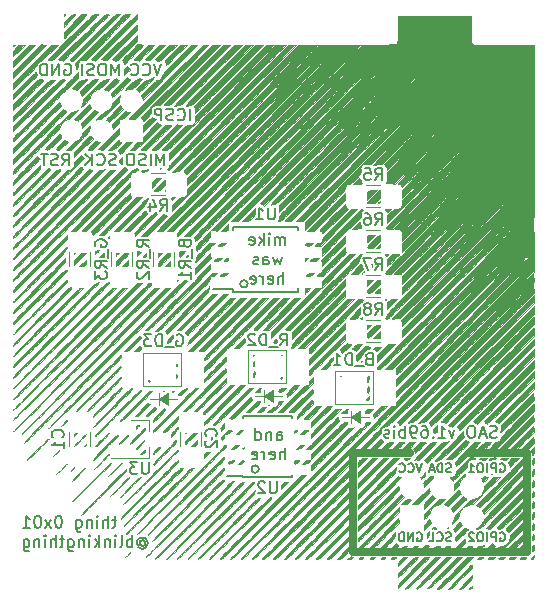
<source format=gbr>
G04 #@! TF.GenerationSoftware,KiCad,Pcbnew,(5.1.0-0)*
G04 #@! TF.CreationDate,2019-05-12T09:59:49-07:00*
G04 #@! TF.ProjectId,shitty_pixel,73686974-7479-45f7-9069-78656c2e6b69,rev?*
G04 #@! TF.SameCoordinates,Original*
G04 #@! TF.FileFunction,Legend,Bot*
G04 #@! TF.FilePolarity,Positive*
%FSLAX46Y46*%
G04 Gerber Fmt 4.6, Leading zero omitted, Abs format (unit mm)*
G04 Created by KiCad (PCBNEW (5.1.0-0)) date 2019-05-12 09:59:49*
%MOMM*%
%LPD*%
G04 APERTURE LIST*
%ADD10C,0.150000*%
%ADD11C,0.010000*%
%ADD12C,0.120000*%
%ADD13C,0.100000*%
%ADD14C,0.700000*%
G04 APERTURE END LIST*
D10*
X150550476Y-109037880D02*
X150550476Y-108514071D01*
X150598095Y-108418833D01*
X150693333Y-108371214D01*
X150883809Y-108371214D01*
X150979047Y-108418833D01*
X150550476Y-108990261D02*
X150645714Y-109037880D01*
X150883809Y-109037880D01*
X150979047Y-108990261D01*
X151026666Y-108895023D01*
X151026666Y-108799785D01*
X150979047Y-108704547D01*
X150883809Y-108656928D01*
X150645714Y-108656928D01*
X150550476Y-108609309D01*
X150074285Y-108371214D02*
X150074285Y-109037880D01*
X150074285Y-108466452D02*
X150026666Y-108418833D01*
X149931428Y-108371214D01*
X149788571Y-108371214D01*
X149693333Y-108418833D01*
X149645714Y-108514071D01*
X149645714Y-109037880D01*
X148740952Y-109037880D02*
X148740952Y-108037880D01*
X148740952Y-108990261D02*
X148836190Y-109037880D01*
X149026666Y-109037880D01*
X149121904Y-108990261D01*
X149169523Y-108942642D01*
X149217142Y-108847404D01*
X149217142Y-108561690D01*
X149169523Y-108466452D01*
X149121904Y-108418833D01*
X149026666Y-108371214D01*
X148836190Y-108371214D01*
X148740952Y-108418833D01*
X151240952Y-110687880D02*
X151240952Y-109687880D01*
X150812380Y-110687880D02*
X150812380Y-110164071D01*
X150860000Y-110068833D01*
X150955238Y-110021214D01*
X151098095Y-110021214D01*
X151193333Y-110068833D01*
X151240952Y-110116452D01*
X149955238Y-110640261D02*
X150050476Y-110687880D01*
X150240952Y-110687880D01*
X150336190Y-110640261D01*
X150383809Y-110545023D01*
X150383809Y-110164071D01*
X150336190Y-110068833D01*
X150240952Y-110021214D01*
X150050476Y-110021214D01*
X149955238Y-110068833D01*
X149907619Y-110164071D01*
X149907619Y-110259309D01*
X150383809Y-110354547D01*
X149479047Y-110687880D02*
X149479047Y-110021214D01*
X149479047Y-110211690D02*
X149431428Y-110116452D01*
X149383809Y-110068833D01*
X149288571Y-110021214D01*
X149193333Y-110021214D01*
X148479047Y-110640261D02*
X148574285Y-110687880D01*
X148764761Y-110687880D01*
X148860000Y-110640261D01*
X148907619Y-110545023D01*
X148907619Y-110164071D01*
X148860000Y-110068833D01*
X148764761Y-110021214D01*
X148574285Y-110021214D01*
X148479047Y-110068833D01*
X148431428Y-110164071D01*
X148431428Y-110259309D01*
X148907619Y-110354547D01*
X151233000Y-92528380D02*
X151233000Y-91861714D01*
X151233000Y-91956952D02*
X151185380Y-91909333D01*
X151090142Y-91861714D01*
X150947285Y-91861714D01*
X150852047Y-91909333D01*
X150804428Y-92004571D01*
X150804428Y-92528380D01*
X150804428Y-92004571D02*
X150756809Y-91909333D01*
X150661571Y-91861714D01*
X150518714Y-91861714D01*
X150423476Y-91909333D01*
X150375857Y-92004571D01*
X150375857Y-92528380D01*
X149899666Y-92528380D02*
X149899666Y-91861714D01*
X149899666Y-91528380D02*
X149947285Y-91576000D01*
X149899666Y-91623619D01*
X149852047Y-91576000D01*
X149899666Y-91528380D01*
X149899666Y-91623619D01*
X149423476Y-92528380D02*
X149423476Y-91528380D01*
X149328238Y-92147428D02*
X149042523Y-92528380D01*
X149042523Y-91861714D02*
X149423476Y-92242666D01*
X148233000Y-92480761D02*
X148328238Y-92528380D01*
X148518714Y-92528380D01*
X148613952Y-92480761D01*
X148661571Y-92385523D01*
X148661571Y-92004571D01*
X148613952Y-91909333D01*
X148518714Y-91861714D01*
X148328238Y-91861714D01*
X148233000Y-91909333D01*
X148185380Y-92004571D01*
X148185380Y-92099809D01*
X148661571Y-92195047D01*
X150971095Y-93511714D02*
X150780619Y-94178380D01*
X150590142Y-93702190D01*
X150399666Y-94178380D01*
X150209190Y-93511714D01*
X149399666Y-94178380D02*
X149399666Y-93654571D01*
X149447285Y-93559333D01*
X149542523Y-93511714D01*
X149733000Y-93511714D01*
X149828238Y-93559333D01*
X149399666Y-94130761D02*
X149494904Y-94178380D01*
X149733000Y-94178380D01*
X149828238Y-94130761D01*
X149875857Y-94035523D01*
X149875857Y-93940285D01*
X149828238Y-93845047D01*
X149733000Y-93797428D01*
X149494904Y-93797428D01*
X149399666Y-93749809D01*
X148971095Y-94130761D02*
X148875857Y-94178380D01*
X148685380Y-94178380D01*
X148590142Y-94130761D01*
X148542523Y-94035523D01*
X148542523Y-93987904D01*
X148590142Y-93892666D01*
X148685380Y-93845047D01*
X148828238Y-93845047D01*
X148923476Y-93797428D01*
X148971095Y-93702190D01*
X148971095Y-93654571D01*
X148923476Y-93559333D01*
X148828238Y-93511714D01*
X148685380Y-93511714D01*
X148590142Y-93559333D01*
X151113952Y-95828380D02*
X151113952Y-94828380D01*
X150685380Y-95828380D02*
X150685380Y-95304571D01*
X150733000Y-95209333D01*
X150828238Y-95161714D01*
X150971095Y-95161714D01*
X151066333Y-95209333D01*
X151113952Y-95256952D01*
X149828238Y-95780761D02*
X149923476Y-95828380D01*
X150113952Y-95828380D01*
X150209190Y-95780761D01*
X150256809Y-95685523D01*
X150256809Y-95304571D01*
X150209190Y-95209333D01*
X150113952Y-95161714D01*
X149923476Y-95161714D01*
X149828238Y-95209333D01*
X149780619Y-95304571D01*
X149780619Y-95399809D01*
X150256809Y-95495047D01*
X149352047Y-95828380D02*
X149352047Y-95161714D01*
X149352047Y-95352190D02*
X149304428Y-95256952D01*
X149256809Y-95209333D01*
X149161571Y-95161714D01*
X149066333Y-95161714D01*
X148352047Y-95780761D02*
X148447285Y-95828380D01*
X148637761Y-95828380D01*
X148733000Y-95780761D01*
X148780619Y-95685523D01*
X148780619Y-95304571D01*
X148733000Y-95209333D01*
X148637761Y-95161714D01*
X148447285Y-95161714D01*
X148352047Y-95209333D01*
X148304428Y-95304571D01*
X148304428Y-95399809D01*
X148780619Y-95495047D01*
X149034500Y-111506000D02*
G75*
G03X149034500Y-111506000I-317500J0D01*
G01*
X148082000Y-95821500D02*
G75*
G03X148082000Y-95821500I-317500J0D01*
G01*
X143208190Y-81986380D02*
X143208190Y-80986380D01*
X142160571Y-81891142D02*
X142208190Y-81938761D01*
X142351047Y-81986380D01*
X142446285Y-81986380D01*
X142589142Y-81938761D01*
X142684380Y-81843523D01*
X142732000Y-81748285D01*
X142779619Y-81557809D01*
X142779619Y-81414952D01*
X142732000Y-81224476D01*
X142684380Y-81129238D01*
X142589142Y-81034000D01*
X142446285Y-80986380D01*
X142351047Y-80986380D01*
X142208190Y-81034000D01*
X142160571Y-81081619D01*
X141779619Y-81938761D02*
X141636761Y-81986380D01*
X141398666Y-81986380D01*
X141303428Y-81938761D01*
X141255809Y-81891142D01*
X141208190Y-81795904D01*
X141208190Y-81700666D01*
X141255809Y-81605428D01*
X141303428Y-81557809D01*
X141398666Y-81510190D01*
X141589142Y-81462571D01*
X141684380Y-81414952D01*
X141732000Y-81367333D01*
X141779619Y-81272095D01*
X141779619Y-81176857D01*
X141732000Y-81081619D01*
X141684380Y-81034000D01*
X141589142Y-80986380D01*
X141351047Y-80986380D01*
X141208190Y-81034000D01*
X140779619Y-81986380D02*
X140779619Y-80986380D01*
X140398666Y-80986380D01*
X140303428Y-81034000D01*
X140255809Y-81081619D01*
X140208190Y-81176857D01*
X140208190Y-81319714D01*
X140255809Y-81414952D01*
X140303428Y-81462571D01*
X140398666Y-81510190D01*
X140779619Y-81510190D01*
X136970738Y-115800714D02*
X136589785Y-115800714D01*
X136827880Y-115467380D02*
X136827880Y-116324523D01*
X136780261Y-116419761D01*
X136685023Y-116467380D01*
X136589785Y-116467380D01*
X136256452Y-116467380D02*
X136256452Y-115467380D01*
X135827880Y-116467380D02*
X135827880Y-115943571D01*
X135875500Y-115848333D01*
X135970738Y-115800714D01*
X136113595Y-115800714D01*
X136208833Y-115848333D01*
X136256452Y-115895952D01*
X135351690Y-116467380D02*
X135351690Y-115800714D01*
X135351690Y-115467380D02*
X135399309Y-115515000D01*
X135351690Y-115562619D01*
X135304071Y-115515000D01*
X135351690Y-115467380D01*
X135351690Y-115562619D01*
X134875500Y-115800714D02*
X134875500Y-116467380D01*
X134875500Y-115895952D02*
X134827880Y-115848333D01*
X134732642Y-115800714D01*
X134589785Y-115800714D01*
X134494547Y-115848333D01*
X134446928Y-115943571D01*
X134446928Y-116467380D01*
X133542166Y-115800714D02*
X133542166Y-116610238D01*
X133589785Y-116705476D01*
X133637404Y-116753095D01*
X133732642Y-116800714D01*
X133875500Y-116800714D01*
X133970738Y-116753095D01*
X133542166Y-116419761D02*
X133637404Y-116467380D01*
X133827880Y-116467380D01*
X133923119Y-116419761D01*
X133970738Y-116372142D01*
X134018357Y-116276904D01*
X134018357Y-115991190D01*
X133970738Y-115895952D01*
X133923119Y-115848333D01*
X133827880Y-115800714D01*
X133637404Y-115800714D01*
X133542166Y-115848333D01*
X132113595Y-115467380D02*
X132018357Y-115467380D01*
X131923119Y-115515000D01*
X131875500Y-115562619D01*
X131827880Y-115657857D01*
X131780261Y-115848333D01*
X131780261Y-116086428D01*
X131827880Y-116276904D01*
X131875500Y-116372142D01*
X131923119Y-116419761D01*
X132018357Y-116467380D01*
X132113595Y-116467380D01*
X132208833Y-116419761D01*
X132256452Y-116372142D01*
X132304071Y-116276904D01*
X132351690Y-116086428D01*
X132351690Y-115848333D01*
X132304071Y-115657857D01*
X132256452Y-115562619D01*
X132208833Y-115515000D01*
X132113595Y-115467380D01*
X131446928Y-116467380D02*
X130923119Y-115800714D01*
X131446928Y-115800714D02*
X130923119Y-116467380D01*
X130351690Y-115467380D02*
X130256452Y-115467380D01*
X130161214Y-115515000D01*
X130113595Y-115562619D01*
X130065976Y-115657857D01*
X130018357Y-115848333D01*
X130018357Y-116086428D01*
X130065976Y-116276904D01*
X130113595Y-116372142D01*
X130161214Y-116419761D01*
X130256452Y-116467380D01*
X130351690Y-116467380D01*
X130446928Y-116419761D01*
X130494547Y-116372142D01*
X130542166Y-116276904D01*
X130589785Y-116086428D01*
X130589785Y-115848333D01*
X130542166Y-115657857D01*
X130494547Y-115562619D01*
X130446928Y-115515000D01*
X130351690Y-115467380D01*
X129065976Y-116467380D02*
X129637404Y-116467380D01*
X129351690Y-116467380D02*
X129351690Y-115467380D01*
X129446928Y-115610238D01*
X129542166Y-115705476D01*
X129637404Y-115753095D01*
X138970738Y-117641190D02*
X139018357Y-117593571D01*
X139113595Y-117545952D01*
X139208833Y-117545952D01*
X139304071Y-117593571D01*
X139351690Y-117641190D01*
X139399309Y-117736428D01*
X139399309Y-117831666D01*
X139351690Y-117926904D01*
X139304071Y-117974523D01*
X139208833Y-118022142D01*
X139113595Y-118022142D01*
X139018357Y-117974523D01*
X138970738Y-117926904D01*
X138970738Y-117545952D02*
X138970738Y-117926904D01*
X138923119Y-117974523D01*
X138875500Y-117974523D01*
X138780261Y-117926904D01*
X138732642Y-117831666D01*
X138732642Y-117593571D01*
X138827880Y-117450714D01*
X138970738Y-117355476D01*
X139161214Y-117307857D01*
X139351690Y-117355476D01*
X139494547Y-117450714D01*
X139589785Y-117593571D01*
X139637404Y-117784047D01*
X139589785Y-117974523D01*
X139494547Y-118117380D01*
X139351690Y-118212619D01*
X139161214Y-118260238D01*
X138970738Y-118212619D01*
X138827880Y-118117380D01*
X138304071Y-118117380D02*
X138304071Y-117117380D01*
X138304071Y-117498333D02*
X138208833Y-117450714D01*
X138018357Y-117450714D01*
X137923119Y-117498333D01*
X137875500Y-117545952D01*
X137827880Y-117641190D01*
X137827880Y-117926904D01*
X137875500Y-118022142D01*
X137923119Y-118069761D01*
X138018357Y-118117380D01*
X138208833Y-118117380D01*
X138304071Y-118069761D01*
X137256452Y-118117380D02*
X137351690Y-118069761D01*
X137399309Y-117974523D01*
X137399309Y-117117380D01*
X136875500Y-118117380D02*
X136875500Y-117450714D01*
X136875500Y-117117380D02*
X136923119Y-117165000D01*
X136875500Y-117212619D01*
X136827880Y-117165000D01*
X136875500Y-117117380D01*
X136875500Y-117212619D01*
X136399309Y-117450714D02*
X136399309Y-118117380D01*
X136399309Y-117545952D02*
X136351690Y-117498333D01*
X136256452Y-117450714D01*
X136113595Y-117450714D01*
X136018357Y-117498333D01*
X135970738Y-117593571D01*
X135970738Y-118117380D01*
X135494547Y-118117380D02*
X135494547Y-117117380D01*
X135399309Y-117736428D02*
X135113595Y-118117380D01*
X135113595Y-117450714D02*
X135494547Y-117831666D01*
X134685023Y-118117380D02*
X134685023Y-117450714D01*
X134685023Y-117117380D02*
X134732642Y-117165000D01*
X134685023Y-117212619D01*
X134637404Y-117165000D01*
X134685023Y-117117380D01*
X134685023Y-117212619D01*
X134208833Y-117450714D02*
X134208833Y-118117380D01*
X134208833Y-117545952D02*
X134161214Y-117498333D01*
X134065976Y-117450714D01*
X133923119Y-117450714D01*
X133827880Y-117498333D01*
X133780261Y-117593571D01*
X133780261Y-118117380D01*
X132875500Y-117450714D02*
X132875500Y-118260238D01*
X132923119Y-118355476D01*
X132970738Y-118403095D01*
X133065976Y-118450714D01*
X133208833Y-118450714D01*
X133304071Y-118403095D01*
X132875500Y-118069761D02*
X132970738Y-118117380D01*
X133161214Y-118117380D01*
X133256452Y-118069761D01*
X133304071Y-118022142D01*
X133351690Y-117926904D01*
X133351690Y-117641190D01*
X133304071Y-117545952D01*
X133256452Y-117498333D01*
X133161214Y-117450714D01*
X132970738Y-117450714D01*
X132875500Y-117498333D01*
X132542166Y-117450714D02*
X132161214Y-117450714D01*
X132399309Y-117117380D02*
X132399309Y-117974523D01*
X132351690Y-118069761D01*
X132256452Y-118117380D01*
X132161214Y-118117380D01*
X131827880Y-118117380D02*
X131827880Y-117117380D01*
X131399309Y-118117380D02*
X131399309Y-117593571D01*
X131446928Y-117498333D01*
X131542166Y-117450714D01*
X131685023Y-117450714D01*
X131780261Y-117498333D01*
X131827880Y-117545952D01*
X130923119Y-118117380D02*
X130923119Y-117450714D01*
X130923119Y-117117380D02*
X130970738Y-117165000D01*
X130923119Y-117212619D01*
X130875500Y-117165000D01*
X130923119Y-117117380D01*
X130923119Y-117212619D01*
X130446928Y-117450714D02*
X130446928Y-118117380D01*
X130446928Y-117545952D02*
X130399309Y-117498333D01*
X130304071Y-117450714D01*
X130161214Y-117450714D01*
X130065976Y-117498333D01*
X130018357Y-117593571D01*
X130018357Y-118117380D01*
X129113595Y-117450714D02*
X129113595Y-118260238D01*
X129161214Y-118355476D01*
X129208833Y-118403095D01*
X129304071Y-118450714D01*
X129446928Y-118450714D01*
X129542166Y-118403095D01*
X129113595Y-118069761D02*
X129208833Y-118117380D01*
X129399309Y-118117380D01*
X129494547Y-118069761D01*
X129542166Y-118022142D01*
X129589785Y-117926904D01*
X129589785Y-117641190D01*
X129542166Y-117545952D01*
X129494547Y-117498333D01*
X129399309Y-117450714D01*
X129208833Y-117450714D01*
X129113595Y-117498333D01*
D11*
G36*
X132647214Y-73018807D02*
G01*
X132588260Y-73088265D01*
X132527037Y-73138154D01*
X132505574Y-73129658D01*
X132503334Y-73093733D01*
X132537108Y-73018320D01*
X132568659Y-72997275D01*
X132640198Y-72984666D01*
X132647214Y-73018807D01*
X132647214Y-73018807D01*
G37*
X132647214Y-73018807D02*
X132588260Y-73088265D01*
X132527037Y-73138154D01*
X132505574Y-73129658D01*
X132503334Y-73093733D01*
X132537108Y-73018320D01*
X132568659Y-72997275D01*
X132640198Y-72984666D01*
X132647214Y-73018807D01*
G36*
X133447495Y-72993044D02*
G01*
X133475976Y-73014417D01*
X133447835Y-73054184D01*
X133370618Y-73144030D01*
X133254057Y-73273121D01*
X133107883Y-73430626D01*
X132991076Y-73554167D01*
X132507200Y-74062167D01*
X132505267Y-73889911D01*
X132508265Y-73813979D01*
X132525865Y-73747586D01*
X132568100Y-73676241D01*
X132644999Y-73585452D01*
X132766594Y-73460728D01*
X132878882Y-73350161D01*
X133057497Y-73180736D01*
X133190643Y-73067989D01*
X133288158Y-73004492D01*
X133359883Y-72982820D01*
X133365716Y-72982667D01*
X133447495Y-72993044D01*
X133447495Y-72993044D01*
G37*
X133447495Y-72993044D02*
X133475976Y-73014417D01*
X133447835Y-73054184D01*
X133370618Y-73144030D01*
X133254057Y-73273121D01*
X133107883Y-73430626D01*
X132991076Y-73554167D01*
X132507200Y-74062167D01*
X132505267Y-73889911D01*
X132508265Y-73813979D01*
X132525865Y-73747586D01*
X132568100Y-73676241D01*
X132644999Y-73585452D01*
X132766594Y-73460728D01*
X132878882Y-73350161D01*
X133057497Y-73180736D01*
X133190643Y-73067989D01*
X133288158Y-73004492D01*
X133359883Y-72982820D01*
X133365716Y-72982667D01*
X133447495Y-72993044D01*
G36*
X134361504Y-72984229D02*
G01*
X134419843Y-72995017D01*
X134423492Y-73024181D01*
X134389485Y-73077917D01*
X134342305Y-73134691D01*
X134247525Y-73239827D01*
X134113798Y-73384308D01*
X133949777Y-73559116D01*
X133764115Y-73755232D01*
X133565464Y-73963637D01*
X133362479Y-74175315D01*
X133163811Y-74381246D01*
X132978115Y-74572414D01*
X132814042Y-74739798D01*
X132680246Y-74874382D01*
X132585380Y-74967148D01*
X132538097Y-75009076D01*
X132535084Y-75010572D01*
X132518699Y-74974257D01*
X132507233Y-74875437D01*
X132503334Y-74748543D01*
X132503334Y-74482418D01*
X133257419Y-73732543D01*
X134011505Y-72982667D01*
X134233487Y-72982667D01*
X134361504Y-72984229D01*
X134361504Y-72984229D01*
G37*
X134361504Y-72984229D02*
X134419843Y-72995017D01*
X134423492Y-73024181D01*
X134389485Y-73077917D01*
X134342305Y-73134691D01*
X134247525Y-73239827D01*
X134113798Y-73384308D01*
X133949777Y-73559116D01*
X133764115Y-73755232D01*
X133565464Y-73963637D01*
X133362479Y-74175315D01*
X133163811Y-74381246D01*
X132978115Y-74572414D01*
X132814042Y-74739798D01*
X132680246Y-74874382D01*
X132585380Y-74967148D01*
X132538097Y-75009076D01*
X132535084Y-75010572D01*
X132518699Y-74974257D01*
X132507233Y-74875437D01*
X132503334Y-74748543D01*
X132503334Y-74482418D01*
X133257419Y-73732543D01*
X134011505Y-72982667D01*
X134233487Y-72982667D01*
X134361504Y-72984229D01*
G36*
X128341272Y-75576135D02*
G01*
X128317377Y-75622346D01*
X128312334Y-75628500D01*
X128261608Y-75681112D01*
X128243650Y-75692000D01*
X128229433Y-75657428D01*
X128227667Y-75628500D01*
X128261945Y-75573599D01*
X128296350Y-75565000D01*
X128341272Y-75576135D01*
X128341272Y-75576135D01*
G37*
X128341272Y-75576135D02*
X128317377Y-75622346D01*
X128312334Y-75628500D01*
X128261608Y-75681112D01*
X128243650Y-75692000D01*
X128229433Y-75657428D01*
X128227667Y-75628500D01*
X128261945Y-75573599D01*
X128296350Y-75565000D01*
X128341272Y-75576135D01*
G36*
X128962694Y-75573648D02*
G01*
X129232127Y-75586167D01*
X128227667Y-76546781D01*
X128229210Y-76299307D01*
X128232843Y-76172549D01*
X128249981Y-76081241D01*
X128292845Y-75999508D01*
X128373658Y-75901475D01*
X128462008Y-75806482D01*
X128693261Y-75561130D01*
X128962694Y-75573648D01*
X128962694Y-75573648D01*
G37*
X128962694Y-75573648D02*
X129232127Y-75586167D01*
X128227667Y-76546781D01*
X128229210Y-76299307D01*
X128232843Y-76172549D01*
X128249981Y-76081241D01*
X128292845Y-75999508D01*
X128373658Y-75901475D01*
X128462008Y-75806482D01*
X128693261Y-75561130D01*
X128962694Y-75573648D01*
G36*
X140867026Y-75573240D02*
G01*
X141118167Y-75586167D01*
X140486150Y-76231750D01*
X140244201Y-76475238D01*
X140054382Y-76657864D01*
X139913275Y-76782667D01*
X139817463Y-76852682D01*
X139766484Y-76871326D01*
X139665867Y-76860570D01*
X139535512Y-76842192D01*
X139519018Y-76839576D01*
X139359202Y-76813834D01*
X140615886Y-75560314D01*
X140867026Y-75573240D01*
X140867026Y-75573240D01*
G37*
X140867026Y-75573240D02*
X141118167Y-75586167D01*
X140486150Y-76231750D01*
X140244201Y-76475238D01*
X140054382Y-76657864D01*
X139913275Y-76782667D01*
X139817463Y-76852682D01*
X139766484Y-76871326D01*
X139665867Y-76860570D01*
X139535512Y-76842192D01*
X139519018Y-76839576D01*
X139359202Y-76813834D01*
X140615886Y-75560314D01*
X140867026Y-75573240D01*
G36*
X138731601Y-74310385D02*
G01*
X137448644Y-75593859D01*
X137176674Y-75864833D01*
X136922406Y-76116039D01*
X136692193Y-76341359D01*
X136492388Y-76534670D01*
X136329343Y-76689854D01*
X136209411Y-76800788D01*
X136138945Y-76861353D01*
X136123094Y-76870975D01*
X136057652Y-76861753D01*
X135943535Y-76846093D01*
X135892965Y-76839225D01*
X135705431Y-76813834D01*
X137205299Y-75362222D01*
X138705167Y-73910611D01*
X138731601Y-74310385D01*
X138731601Y-74310385D01*
G37*
X138731601Y-74310385D02*
X137448644Y-75593859D01*
X137176674Y-75864833D01*
X136922406Y-76116039D01*
X136692193Y-76341359D01*
X136492388Y-76534670D01*
X136329343Y-76689854D01*
X136209411Y-76800788D01*
X136138945Y-76861353D01*
X136123094Y-76870975D01*
X136057652Y-76861753D01*
X135943535Y-76846093D01*
X135892965Y-76839225D01*
X135705431Y-76813834D01*
X137205299Y-75362222D01*
X138705167Y-73910611D01*
X138731601Y-74310385D01*
G36*
X135307847Y-72990751D02*
G01*
X135374236Y-73011155D01*
X135382000Y-73022519D01*
X135352924Y-73058754D01*
X135269070Y-73149685D01*
X135135500Y-73290116D01*
X134957278Y-73474846D01*
X134739466Y-73698677D01*
X134487125Y-73956410D01*
X134205320Y-74242846D01*
X133899112Y-74552786D01*
X133573564Y-74881031D01*
X133508750Y-74946236D01*
X133127811Y-75329205D01*
X132801708Y-75656508D01*
X132525643Y-75932581D01*
X132294815Y-76161861D01*
X132104426Y-76348782D01*
X131949677Y-76497779D01*
X131825769Y-76613289D01*
X131727903Y-76699747D01*
X131651279Y-76761588D01*
X131591099Y-76803248D01*
X131542564Y-76829162D01*
X131500874Y-76843766D01*
X131461230Y-76851495D01*
X131445000Y-76853639D01*
X131315086Y-76859372D01*
X131214164Y-76845902D01*
X131191000Y-76835977D01*
X131183755Y-76813546D01*
X131204938Y-76768395D01*
X131259386Y-76695102D01*
X131351934Y-76588248D01*
X131487419Y-76442411D01*
X131670679Y-76252172D01*
X131906549Y-76012109D01*
X132101167Y-75815925D01*
X132400545Y-75516643D01*
X132738545Y-75181601D01*
X133095085Y-74830519D01*
X133450082Y-74483121D01*
X133783455Y-74159126D01*
X134042110Y-73909871D01*
X134310717Y-73652622D01*
X134525729Y-73447984D01*
X134694633Y-73289938D01*
X134824917Y-73172465D01*
X134924067Y-73089547D01*
X134999573Y-73035167D01*
X135058921Y-73003306D01*
X135109599Y-72987945D01*
X135159094Y-72983067D01*
X135195693Y-72982667D01*
X135307847Y-72990751D01*
X135307847Y-72990751D01*
G37*
X135307847Y-72990751D02*
X135374236Y-73011155D01*
X135382000Y-73022519D01*
X135352924Y-73058754D01*
X135269070Y-73149685D01*
X135135500Y-73290116D01*
X134957278Y-73474846D01*
X134739466Y-73698677D01*
X134487125Y-73956410D01*
X134205320Y-74242846D01*
X133899112Y-74552786D01*
X133573564Y-74881031D01*
X133508750Y-74946236D01*
X133127811Y-75329205D01*
X132801708Y-75656508D01*
X132525643Y-75932581D01*
X132294815Y-76161861D01*
X132104426Y-76348782D01*
X131949677Y-76497779D01*
X131825769Y-76613289D01*
X131727903Y-76699747D01*
X131651279Y-76761588D01*
X131591099Y-76803248D01*
X131542564Y-76829162D01*
X131500874Y-76843766D01*
X131461230Y-76851495D01*
X131445000Y-76853639D01*
X131315086Y-76859372D01*
X131214164Y-76845902D01*
X131191000Y-76835977D01*
X131183755Y-76813546D01*
X131204938Y-76768395D01*
X131259386Y-76695102D01*
X131351934Y-76588248D01*
X131487419Y-76442411D01*
X131670679Y-76252172D01*
X131906549Y-76012109D01*
X132101167Y-75815925D01*
X132400545Y-75516643D01*
X132738545Y-75181601D01*
X133095085Y-74830519D01*
X133450082Y-74483121D01*
X133783455Y-74159126D01*
X134042110Y-73909871D01*
X134310717Y-73652622D01*
X134525729Y-73447984D01*
X134694633Y-73289938D01*
X134824917Y-73172465D01*
X134924067Y-73089547D01*
X134999573Y-73035167D01*
X135058921Y-73003306D01*
X135109599Y-72987945D01*
X135159094Y-72983067D01*
X135195693Y-72982667D01*
X135307847Y-72990751D01*
G36*
X139528043Y-76242334D02*
G01*
X139339563Y-76438891D01*
X139170502Y-76612768D01*
X139029548Y-76755227D01*
X138925390Y-76857530D01*
X138866717Y-76910939D01*
X138857453Y-76916691D01*
X138802155Y-76899301D01*
X138747500Y-76877334D01*
X138641458Y-76849122D01*
X138536363Y-76837976D01*
X138497779Y-76833732D01*
X138481005Y-76818287D01*
X138491947Y-76784215D01*
X138536510Y-76724093D01*
X138620600Y-76630495D01*
X138750124Y-76495997D01*
X138930987Y-76313173D01*
X139043834Y-76200000D01*
X139677775Y-75565000D01*
X140173347Y-75565000D01*
X139528043Y-76242334D01*
X139528043Y-76242334D01*
G37*
X139528043Y-76242334D02*
X139339563Y-76438891D01*
X139170502Y-76612768D01*
X139029548Y-76755227D01*
X138925390Y-76857530D01*
X138866717Y-76910939D01*
X138857453Y-76916691D01*
X138802155Y-76899301D01*
X138747500Y-76877334D01*
X138641458Y-76849122D01*
X138536363Y-76837976D01*
X138497779Y-76833732D01*
X138481005Y-76818287D01*
X138491947Y-76784215D01*
X138536510Y-76724093D01*
X138620600Y-76630495D01*
X138750124Y-76495997D01*
X138930987Y-76313173D01*
X139043834Y-76200000D01*
X139677775Y-75565000D01*
X140173347Y-75565000D01*
X139528043Y-76242334D01*
G36*
X138717418Y-73020513D02*
G01*
X138725358Y-73116163D01*
X138726334Y-73171319D01*
X138726334Y-73359972D01*
X136964309Y-75139819D01*
X136645688Y-75461164D01*
X136344597Y-75763861D01*
X136066323Y-76042660D01*
X135816155Y-76292309D01*
X135599380Y-76507557D01*
X135421284Y-76683152D01*
X135287156Y-76813844D01*
X135202283Y-76894381D01*
X135172198Y-76919667D01*
X135116791Y-76894241D01*
X135114357Y-76891912D01*
X135057340Y-76866920D01*
X134953936Y-76842019D01*
X134936818Y-76838995D01*
X134787034Y-76813834D01*
X136449767Y-75158024D01*
X136903875Y-74706430D01*
X137300955Y-74312920D01*
X137643358Y-73975227D01*
X137933434Y-73691082D01*
X138173535Y-73458216D01*
X138366012Y-73274360D01*
X138513215Y-73137246D01*
X138617497Y-73044605D01*
X138681206Y-72994170D01*
X138704099Y-72982667D01*
X138717418Y-73020513D01*
X138717418Y-73020513D01*
G37*
X138717418Y-73020513D02*
X138725358Y-73116163D01*
X138726334Y-73171319D01*
X138726334Y-73359972D01*
X136964309Y-75139819D01*
X136645688Y-75461164D01*
X136344597Y-75763861D01*
X136066323Y-76042660D01*
X135816155Y-76292309D01*
X135599380Y-76507557D01*
X135421284Y-76683152D01*
X135287156Y-76813844D01*
X135202283Y-76894381D01*
X135172198Y-76919667D01*
X135116791Y-76894241D01*
X135114357Y-76891912D01*
X135057340Y-76866920D01*
X134953936Y-76842019D01*
X134936818Y-76838995D01*
X134787034Y-76813834D01*
X136449767Y-75158024D01*
X136903875Y-74706430D01*
X137300955Y-74312920D01*
X137643358Y-73975227D01*
X137933434Y-73691082D01*
X138173535Y-73458216D01*
X138366012Y-73274360D01*
X138513215Y-73137246D01*
X138617497Y-73044605D01*
X138681206Y-72994170D01*
X138704099Y-72982667D01*
X138717418Y-73020513D01*
G36*
X136268964Y-72994280D02*
G01*
X136312894Y-73022585D01*
X136313334Y-73026049D01*
X136284268Y-73063881D01*
X136201153Y-73155077D01*
X136070108Y-73293490D01*
X135897252Y-73472971D01*
X135688705Y-73687374D01*
X135450588Y-73930551D01*
X135189019Y-74196353D01*
X134910119Y-74478633D01*
X134620007Y-74771243D01*
X134324804Y-75068036D01*
X134030629Y-75362863D01*
X133743601Y-75649577D01*
X133469842Y-75922030D01*
X133215470Y-76174074D01*
X132986605Y-76399562D01*
X132789367Y-76592346D01*
X132629877Y-76746278D01*
X132514253Y-76855210D01*
X132448615Y-76912995D01*
X132436306Y-76920790D01*
X132368610Y-76897061D01*
X132362690Y-76891912D01*
X132305733Y-76867060D01*
X132202109Y-76842239D01*
X132183621Y-76838995D01*
X132032307Y-76813834D01*
X133548404Y-75349997D01*
X133993603Y-74920334D01*
X134382224Y-74545857D01*
X134718452Y-74222793D01*
X135006474Y-73947370D01*
X135250476Y-73715816D01*
X135454643Y-73524356D01*
X135623161Y-73369220D01*
X135760217Y-73246633D01*
X135869996Y-73152824D01*
X135956684Y-73084019D01*
X136024468Y-73036446D01*
X136077532Y-73006332D01*
X136120063Y-72989904D01*
X136156247Y-72983391D01*
X136175023Y-72982667D01*
X136268964Y-72994280D01*
X136268964Y-72994280D01*
G37*
X136268964Y-72994280D02*
X136312894Y-73022585D01*
X136313334Y-73026049D01*
X136284268Y-73063881D01*
X136201153Y-73155077D01*
X136070108Y-73293490D01*
X135897252Y-73472971D01*
X135688705Y-73687374D01*
X135450588Y-73930551D01*
X135189019Y-74196353D01*
X134910119Y-74478633D01*
X134620007Y-74771243D01*
X134324804Y-75068036D01*
X134030629Y-75362863D01*
X133743601Y-75649577D01*
X133469842Y-75922030D01*
X133215470Y-76174074D01*
X132986605Y-76399562D01*
X132789367Y-76592346D01*
X132629877Y-76746278D01*
X132514253Y-76855210D01*
X132448615Y-76912995D01*
X132436306Y-76920790D01*
X132368610Y-76897061D01*
X132362690Y-76891912D01*
X132305733Y-76867060D01*
X132202109Y-76842239D01*
X132183621Y-76838995D01*
X132032307Y-76813834D01*
X133548404Y-75349997D01*
X133993603Y-74920334D01*
X134382224Y-74545857D01*
X134718452Y-74222793D01*
X135006474Y-73947370D01*
X135250476Y-73715816D01*
X135454643Y-73524356D01*
X135623161Y-73369220D01*
X135760217Y-73246633D01*
X135869996Y-73152824D01*
X135956684Y-73084019D01*
X136024468Y-73036446D01*
X136077532Y-73006332D01*
X136120063Y-72989904D01*
X136156247Y-72983391D01*
X136175023Y-72982667D01*
X136268964Y-72994280D01*
G36*
X141456834Y-76200000D02*
G01*
X141205654Y-76447133D01*
X141005140Y-76634698D01*
X140856683Y-76761473D01*
X140761676Y-76826236D01*
X140733674Y-76835000D01*
X140638350Y-76865101D01*
X140567834Y-76919667D01*
X140503305Y-76982400D01*
X140452192Y-76989743D01*
X140385112Y-76939022D01*
X140344720Y-76899374D01*
X140248607Y-76803345D01*
X140846453Y-76184173D01*
X141444299Y-75565000D01*
X142090775Y-75565000D01*
X141456834Y-76200000D01*
X141456834Y-76200000D01*
G37*
X141456834Y-76200000D02*
X141205654Y-76447133D01*
X141005140Y-76634698D01*
X140856683Y-76761473D01*
X140761676Y-76826236D01*
X140733674Y-76835000D01*
X140638350Y-76865101D01*
X140567834Y-76919667D01*
X140503305Y-76982400D01*
X140452192Y-76989743D01*
X140385112Y-76939022D01*
X140344720Y-76899374D01*
X140248607Y-76803345D01*
X140846453Y-76184173D01*
X141444299Y-75565000D01*
X142090775Y-75565000D01*
X141456834Y-76200000D01*
G36*
X138726334Y-75248336D02*
G01*
X137932584Y-76032593D01*
X137713180Y-76247895D01*
X137507175Y-76447278D01*
X137324104Y-76621730D01*
X137173502Y-76762238D01*
X137064905Y-76859791D01*
X137011834Y-76902828D01*
X136884834Y-76988807D01*
X136620042Y-76808097D01*
X137673188Y-75780898D01*
X138726334Y-74753700D01*
X138726334Y-75248336D01*
X138726334Y-75248336D01*
G37*
X138726334Y-75248336D02*
X137932584Y-76032593D01*
X137713180Y-76247895D01*
X137507175Y-76447278D01*
X137324104Y-76621730D01*
X137173502Y-76762238D01*
X137064905Y-76859791D01*
X137011834Y-76902828D01*
X136884834Y-76988807D01*
X136620042Y-76808097D01*
X137673188Y-75780898D01*
X138726334Y-74753700D01*
X138726334Y-75248336D01*
G36*
X137115224Y-72990666D02*
G01*
X137288254Y-73003834D01*
X133286500Y-76988418D01*
X133149833Y-76922292D01*
X133059415Y-76871723D01*
X133013607Y-76832776D01*
X133012250Y-76828462D01*
X133041297Y-76794064D01*
X133124647Y-76706701D01*
X133256028Y-76572562D01*
X133429171Y-76397839D01*
X133637806Y-76188722D01*
X133875661Y-75951401D01*
X134136468Y-75692067D01*
X134413956Y-75416911D01*
X134701855Y-75132122D01*
X134993894Y-74843893D01*
X135283804Y-74558412D01*
X135565314Y-74281872D01*
X135832153Y-74020461D01*
X136078053Y-73780371D01*
X136296743Y-73567793D01*
X136481952Y-73388916D01*
X136627410Y-73249932D01*
X136726848Y-73157030D01*
X136765347Y-73123035D01*
X136885998Y-73034217D01*
X136985672Y-72994301D01*
X137100449Y-72989638D01*
X137115224Y-72990666D01*
X137115224Y-72990666D01*
G37*
X137115224Y-72990666D02*
X137288254Y-73003834D01*
X133286500Y-76988418D01*
X133149833Y-76922292D01*
X133059415Y-76871723D01*
X133013607Y-76832776D01*
X133012250Y-76828462D01*
X133041297Y-76794064D01*
X133124647Y-76706701D01*
X133256028Y-76572562D01*
X133429171Y-76397839D01*
X133637806Y-76188722D01*
X133875661Y-75951401D01*
X134136468Y-75692067D01*
X134413956Y-75416911D01*
X134701855Y-75132122D01*
X134993894Y-74843893D01*
X135283804Y-74558412D01*
X135565314Y-74281872D01*
X135832153Y-74020461D01*
X136078053Y-73780371D01*
X136296743Y-73567793D01*
X136481952Y-73388916D01*
X136627410Y-73249932D01*
X136726848Y-73157030D01*
X136765347Y-73123035D01*
X136885998Y-73034217D01*
X136985672Y-72994301D01*
X137100449Y-72989638D01*
X137115224Y-72990666D01*
G36*
X138896444Y-75493872D02*
G01*
X138912320Y-75504167D01*
X139014980Y-75546499D01*
X139143413Y-75564971D01*
X139148096Y-75565000D01*
X139190564Y-75566442D01*
X139216164Y-75575152D01*
X139219512Y-75597704D01*
X139195226Y-75640675D01*
X139137924Y-75710640D01*
X139042222Y-75814173D01*
X138902739Y-75957850D01*
X138714091Y-76148247D01*
X138472334Y-76390500D01*
X138255618Y-76606307D01*
X138057892Y-76801059D01*
X137887136Y-76967068D01*
X137751328Y-77096648D01*
X137658447Y-77182113D01*
X137616472Y-77215774D01*
X137615491Y-77216000D01*
X137588325Y-77180894D01*
X137583334Y-77140753D01*
X137559864Y-77050726D01*
X137514638Y-76967429D01*
X137493641Y-76937923D01*
X137480604Y-76910763D01*
X137481129Y-76879008D01*
X137500820Y-76835718D01*
X137545280Y-76773952D01*
X137620111Y-76686771D01*
X137730917Y-76567234D01*
X137883301Y-76408401D01*
X138082865Y-76203331D01*
X138335214Y-75945084D01*
X138362738Y-75916917D01*
X138538398Y-75738238D01*
X138665748Y-75613061D01*
X138755008Y-75533712D01*
X138816398Y-75492514D01*
X138860136Y-75481792D01*
X138896444Y-75493872D01*
X138896444Y-75493872D01*
G37*
X138896444Y-75493872D02*
X138912320Y-75504167D01*
X139014980Y-75546499D01*
X139143413Y-75564971D01*
X139148096Y-75565000D01*
X139190564Y-75566442D01*
X139216164Y-75575152D01*
X139219512Y-75597704D01*
X139195226Y-75640675D01*
X139137924Y-75710640D01*
X139042222Y-75814173D01*
X138902739Y-75957850D01*
X138714091Y-76148247D01*
X138472334Y-76390500D01*
X138255618Y-76606307D01*
X138057892Y-76801059D01*
X137887136Y-76967068D01*
X137751328Y-77096648D01*
X137658447Y-77182113D01*
X137616472Y-77215774D01*
X137615491Y-77216000D01*
X137588325Y-77180894D01*
X137583334Y-77140753D01*
X137559864Y-77050726D01*
X137514638Y-76967429D01*
X137493641Y-76937923D01*
X137480604Y-76910763D01*
X137481129Y-76879008D01*
X137500820Y-76835718D01*
X137545280Y-76773952D01*
X137620111Y-76686771D01*
X137730917Y-76567234D01*
X137883301Y-76408401D01*
X138082865Y-76203331D01*
X138335214Y-75945084D01*
X138362738Y-75916917D01*
X138538398Y-75738238D01*
X138665748Y-75613061D01*
X138755008Y-75533712D01*
X138816398Y-75492514D01*
X138860136Y-75481792D01*
X138896444Y-75493872D01*
G36*
X142918712Y-75586167D02*
G01*
X142033868Y-76469948D01*
X141769223Y-76732767D01*
X141558802Y-76938118D01*
X141398376Y-77089784D01*
X141283716Y-77191549D01*
X141210594Y-77247195D01*
X141174781Y-77260507D01*
X141170265Y-77242610D01*
X141160202Y-77111684D01*
X141118372Y-77019873D01*
X141045238Y-76908255D01*
X142392958Y-75560535D01*
X142918712Y-75586167D01*
X142918712Y-75586167D01*
G37*
X142918712Y-75586167D02*
X142033868Y-76469948D01*
X141769223Y-76732767D01*
X141558802Y-76938118D01*
X141398376Y-77089784D01*
X141283716Y-77191549D01*
X141210594Y-77247195D01*
X141174781Y-77260507D01*
X141170265Y-77242610D01*
X141160202Y-77111684D01*
X141118372Y-77019873D01*
X141045238Y-76908255D01*
X142392958Y-75560535D01*
X142918712Y-75586167D01*
G36*
X130091809Y-75586167D02*
G01*
X129159738Y-76517139D01*
X128227667Y-77448112D01*
X128227667Y-76982233D01*
X129651703Y-75560045D01*
X130091809Y-75586167D01*
X130091809Y-75586167D01*
G37*
X130091809Y-75586167D02*
X129159738Y-76517139D01*
X128227667Y-77448112D01*
X128227667Y-76982233D01*
X129651703Y-75560045D01*
X130091809Y-75586167D01*
G36*
X137910351Y-72990887D02*
G01*
X138112500Y-73003834D01*
X137754509Y-73384834D01*
X137653173Y-73491456D01*
X137500032Y-73650927D01*
X137302505Y-73855590D01*
X137068015Y-74097791D01*
X136803982Y-74369874D01*
X136517828Y-74664185D01*
X136216973Y-74973068D01*
X135908840Y-75288869D01*
X135879088Y-75319332D01*
X134361658Y-76872830D01*
X134155714Y-76848439D01*
X134023012Y-76839043D01*
X133937086Y-76857139D01*
X133861937Y-76912432D01*
X133840385Y-76933433D01*
X133768968Y-77024847D01*
X133736920Y-77133214D01*
X133731000Y-77251719D01*
X133709108Y-77441838D01*
X133655974Y-77553273D01*
X133611393Y-77603619D01*
X133581834Y-77607301D01*
X133553917Y-77552803D01*
X133515391Y-77432284D01*
X133449832Y-77218642D01*
X135340619Y-75301738D01*
X135677818Y-74960480D01*
X136003307Y-74632224D01*
X136311240Y-74322792D01*
X136595773Y-74038002D01*
X136851061Y-73783674D01*
X137071262Y-73565629D01*
X137250530Y-73389687D01*
X137383021Y-73261667D01*
X137462891Y-73187390D01*
X137469804Y-73181387D01*
X137598130Y-73075831D01*
X137690635Y-73016181D01*
X137773784Y-72990994D01*
X137874040Y-72988827D01*
X137910351Y-72990887D01*
X137910351Y-72990887D01*
G37*
X137910351Y-72990887D02*
X138112500Y-73003834D01*
X137754509Y-73384834D01*
X137653173Y-73491456D01*
X137500032Y-73650927D01*
X137302505Y-73855590D01*
X137068015Y-74097791D01*
X136803982Y-74369874D01*
X136517828Y-74664185D01*
X136216973Y-74973068D01*
X135908840Y-75288869D01*
X135879088Y-75319332D01*
X134361658Y-76872830D01*
X134155714Y-76848439D01*
X134023012Y-76839043D01*
X133937086Y-76857139D01*
X133861937Y-76912432D01*
X133840385Y-76933433D01*
X133768968Y-77024847D01*
X133736920Y-77133214D01*
X133731000Y-77251719D01*
X133709108Y-77441838D01*
X133655974Y-77553273D01*
X133611393Y-77603619D01*
X133581834Y-77607301D01*
X133553917Y-77552803D01*
X133515391Y-77432284D01*
X133449832Y-77218642D01*
X135340619Y-75301738D01*
X135677818Y-74960480D01*
X136003307Y-74632224D01*
X136311240Y-74322792D01*
X136595773Y-74038002D01*
X136851061Y-73783674D01*
X137071262Y-73565629D01*
X137250530Y-73389687D01*
X137383021Y-73261667D01*
X137462891Y-73187390D01*
X137469804Y-73181387D01*
X137598130Y-73075831D01*
X137690635Y-73016181D01*
X137773784Y-72990994D01*
X137874040Y-72988827D01*
X137910351Y-72990887D01*
G36*
X137879667Y-77421768D02*
G01*
X137908424Y-77483028D01*
X137979100Y-77565763D01*
X137993727Y-77579751D01*
X138107788Y-77685459D01*
X137866727Y-77926519D01*
X137625667Y-78167580D01*
X137625667Y-77890210D01*
X137629378Y-77734628D01*
X137646662Y-77634604D01*
X137686749Y-77561143D01*
X137752667Y-77491167D01*
X137829535Y-77428256D01*
X137874677Y-77412065D01*
X137879667Y-77421768D01*
X137879667Y-77421768D01*
G37*
X137879667Y-77421768D02*
X137908424Y-77483028D01*
X137979100Y-77565763D01*
X137993727Y-77579751D01*
X138107788Y-77685459D01*
X137866727Y-77926519D01*
X137625667Y-78167580D01*
X137625667Y-77890210D01*
X137629378Y-77734628D01*
X137646662Y-77634604D01*
X137686749Y-77561143D01*
X137752667Y-77491167D01*
X137829535Y-77428256D01*
X137874677Y-77412065D01*
X137879667Y-77421768D01*
G36*
X130800034Y-75572142D02*
G01*
X131022901Y-75586167D01*
X129625284Y-76982926D01*
X128227667Y-78379686D01*
X128227667Y-77940362D01*
X130577167Y-75558116D01*
X130800034Y-75572142D01*
X130800034Y-75572142D01*
G37*
X130800034Y-75572142D02*
X131022901Y-75586167D01*
X129625284Y-76982926D01*
X128227667Y-78379686D01*
X128227667Y-77940362D01*
X130577167Y-75558116D01*
X130800034Y-75572142D01*
G36*
X131402119Y-76183186D02*
G01*
X131201870Y-76380854D01*
X131014962Y-76557544D01*
X130852441Y-76703368D01*
X130725352Y-76808442D01*
X130644739Y-76862880D01*
X130640667Y-76864735D01*
X130479193Y-76950307D01*
X130360429Y-77060673D01*
X130257195Y-77222493D01*
X130237750Y-77259960D01*
X130173201Y-77355591D01*
X130051741Y-77499162D01*
X129871771Y-77692367D01*
X129631692Y-77936898D01*
X129329904Y-78234451D01*
X129181670Y-78378247D01*
X128223022Y-79304408D01*
X128235928Y-79067460D01*
X128248834Y-78830513D01*
X129850722Y-77197756D01*
X131452611Y-75565000D01*
X132015405Y-75565000D01*
X131402119Y-76183186D01*
X131402119Y-76183186D01*
G37*
X131402119Y-76183186D02*
X131201870Y-76380854D01*
X131014962Y-76557544D01*
X130852441Y-76703368D01*
X130725352Y-76808442D01*
X130644739Y-76862880D01*
X130640667Y-76864735D01*
X130479193Y-76950307D01*
X130360429Y-77060673D01*
X130257195Y-77222493D01*
X130237750Y-77259960D01*
X130173201Y-77355591D01*
X130051741Y-77499162D01*
X129871771Y-77692367D01*
X129631692Y-77936898D01*
X129329904Y-78234451D01*
X129181670Y-78378247D01*
X128223022Y-79304408D01*
X128235928Y-79067460D01*
X128248834Y-78830513D01*
X129850722Y-77197756D01*
X131452611Y-75565000D01*
X132015405Y-75565000D01*
X131402119Y-76183186D01*
G36*
X139067022Y-78454754D02*
G01*
X139096402Y-78479777D01*
X139100773Y-78512730D01*
X139072717Y-78564281D01*
X139004818Y-78645096D01*
X138889658Y-78765842D01*
X138758677Y-78898198D01*
X138597342Y-79058701D01*
X138480803Y-79168186D01*
X138394869Y-79236372D01*
X138325348Y-79272978D01*
X138258049Y-79287723D01*
X138186060Y-79290334D01*
X138027824Y-79306228D01*
X137873961Y-79345330D01*
X137851971Y-79353834D01*
X137748309Y-79394614D01*
X137681449Y-79416270D01*
X137674208Y-79417334D01*
X137692925Y-79389309D01*
X137761906Y-79312286D01*
X137871256Y-79196846D01*
X138011081Y-79053566D01*
X138070167Y-78994000D01*
X138226729Y-78841158D01*
X138366461Y-78712729D01*
X138476773Y-78619704D01*
X138545076Y-78573072D01*
X138556206Y-78569737D01*
X138631717Y-78552453D01*
X138747693Y-78509890D01*
X138802682Y-78486126D01*
X138926087Y-78437630D01*
X139006990Y-78430049D01*
X139067022Y-78454754D01*
X139067022Y-78454754D01*
G37*
X139067022Y-78454754D02*
X139096402Y-78479777D01*
X139100773Y-78512730D01*
X139072717Y-78564281D01*
X139004818Y-78645096D01*
X138889658Y-78765842D01*
X138758677Y-78898198D01*
X138597342Y-79058701D01*
X138480803Y-79168186D01*
X138394869Y-79236372D01*
X138325348Y-79272978D01*
X138258049Y-79287723D01*
X138186060Y-79290334D01*
X138027824Y-79306228D01*
X137873961Y-79345330D01*
X137851971Y-79353834D01*
X137748309Y-79394614D01*
X137681449Y-79416270D01*
X137674208Y-79417334D01*
X137692925Y-79389309D01*
X137761906Y-79312286D01*
X137871256Y-79196846D01*
X138011081Y-79053566D01*
X138070167Y-78994000D01*
X138226729Y-78841158D01*
X138366461Y-78712729D01*
X138476773Y-78619704D01*
X138545076Y-78573072D01*
X138556206Y-78569737D01*
X138631717Y-78552453D01*
X138747693Y-78509890D01*
X138802682Y-78486126D01*
X138926087Y-78437630D01*
X139006990Y-78430049D01*
X139067022Y-78454754D01*
G36*
X134451077Y-78486574D02*
G01*
X134464871Y-78513645D01*
X134443600Y-78563992D01*
X134380801Y-78645850D01*
X134270012Y-78767454D01*
X134104770Y-78937039D01*
X134070423Y-78971610D01*
X133913591Y-79127460D01*
X133778085Y-79258940D01*
X133674862Y-79355664D01*
X133614883Y-79407246D01*
X133604757Y-79412944D01*
X133555576Y-79395998D01*
X133456332Y-79358162D01*
X133400665Y-79336274D01*
X133218496Y-79263993D01*
X133579588Y-78917330D01*
X133745978Y-78761658D01*
X133868214Y-78658760D01*
X133959609Y-78599231D01*
X134033473Y-78573664D01*
X134070163Y-78570667D01*
X134197828Y-78550108D01*
X134293816Y-78508964D01*
X134400509Y-78471352D01*
X134451077Y-78486574D01*
X134451077Y-78486574D01*
G37*
X134451077Y-78486574D02*
X134464871Y-78513645D01*
X134443600Y-78563992D01*
X134380801Y-78645850D01*
X134270012Y-78767454D01*
X134104770Y-78937039D01*
X134070423Y-78971610D01*
X133913591Y-79127460D01*
X133778085Y-79258940D01*
X133674862Y-79355664D01*
X133614883Y-79407246D01*
X133604757Y-79412944D01*
X133555576Y-79395998D01*
X133456332Y-79358162D01*
X133400665Y-79336274D01*
X133218496Y-79263993D01*
X133579588Y-78917330D01*
X133745978Y-78761658D01*
X133868214Y-78658760D01*
X133959609Y-78599231D01*
X134033473Y-78573664D01*
X134070163Y-78570667D01*
X134197828Y-78550108D01*
X134293816Y-78508964D01*
X134400509Y-78471352D01*
X134451077Y-78486574D01*
G36*
X136931438Y-78428862D02*
G01*
X136965935Y-78453724D01*
X136995975Y-78481859D01*
X137084432Y-78545639D01*
X137156677Y-78570667D01*
X137151126Y-78598525D01*
X137093405Y-78675468D01*
X136992034Y-78791546D01*
X136855535Y-78936810D01*
X136757834Y-79036334D01*
X136597242Y-79195842D01*
X136457860Y-79331291D01*
X136350387Y-79432519D01*
X136285523Y-79489362D01*
X136271722Y-79498010D01*
X136225021Y-79475786D01*
X136133695Y-79424696D01*
X136092496Y-79400517D01*
X135935158Y-79307015D01*
X136325329Y-78926487D01*
X136522367Y-78734392D01*
X136668062Y-78594536D01*
X136772116Y-78500486D01*
X136844229Y-78445812D01*
X136894103Y-78424081D01*
X136931438Y-78428862D01*
X136931438Y-78428862D01*
G37*
X136931438Y-78428862D02*
X136965935Y-78453724D01*
X136995975Y-78481859D01*
X137084432Y-78545639D01*
X137156677Y-78570667D01*
X137151126Y-78598525D01*
X137093405Y-78675468D01*
X136992034Y-78791546D01*
X136855535Y-78936810D01*
X136757834Y-79036334D01*
X136597242Y-79195842D01*
X136457860Y-79331291D01*
X136350387Y-79432519D01*
X136285523Y-79489362D01*
X136271722Y-79498010D01*
X136225021Y-79475786D01*
X136133695Y-79424696D01*
X136092496Y-79400517D01*
X135935158Y-79307015D01*
X136325329Y-78926487D01*
X136522367Y-78734392D01*
X136668062Y-78594536D01*
X136772116Y-78500486D01*
X136844229Y-78445812D01*
X136894103Y-78424081D01*
X136931438Y-78428862D01*
G36*
X140120697Y-78288005D02*
G01*
X140112360Y-78332360D01*
X140058525Y-78412404D01*
X139955163Y-78533146D01*
X139798250Y-78699593D01*
X139583760Y-78916754D01*
X139520084Y-78980135D01*
X138916834Y-79579009D01*
X138755649Y-79469661D01*
X138594464Y-79360314D01*
X138987646Y-78965490D01*
X139161952Y-78794441D01*
X139291335Y-78678202D01*
X139386962Y-78608159D01*
X139459999Y-78575698D01*
X139499440Y-78570667D01*
X139677370Y-78539724D01*
X139853485Y-78459620D01*
X139971145Y-78364843D01*
X140041091Y-78299008D01*
X140087561Y-78274334D01*
X140120697Y-78288005D01*
X140120697Y-78288005D01*
G37*
X140120697Y-78288005D02*
X140112360Y-78332360D01*
X140058525Y-78412404D01*
X139955163Y-78533146D01*
X139798250Y-78699593D01*
X139583760Y-78916754D01*
X139520084Y-78980135D01*
X138916834Y-79579009D01*
X138755649Y-79469661D01*
X138594464Y-79360314D01*
X138987646Y-78965490D01*
X139161952Y-78794441D01*
X139291335Y-78678202D01*
X139386962Y-78608159D01*
X139459999Y-78575698D01*
X139499440Y-78570667D01*
X139677370Y-78539724D01*
X139853485Y-78459620D01*
X139971145Y-78364843D01*
X140041091Y-78299008D01*
X140087561Y-78274334D01*
X140120697Y-78288005D01*
G36*
X135427101Y-78471835D02*
G01*
X135409853Y-78512342D01*
X135337264Y-78604640D01*
X135215289Y-78742113D01*
X135049883Y-78918144D01*
X134846999Y-79126117D01*
X134756758Y-79216695D01*
X134048500Y-79923641D01*
X133863280Y-79600233D01*
X134329870Y-79106529D01*
X134537952Y-78892849D01*
X134707547Y-78732349D01*
X134833766Y-78629395D01*
X134909313Y-78588810D01*
X135020741Y-78559241D01*
X135161784Y-78514597D01*
X135205677Y-78499357D01*
X135331417Y-78465272D01*
X135413716Y-78464381D01*
X135427101Y-78471835D01*
X135427101Y-78471835D01*
G37*
X135427101Y-78471835D02*
X135409853Y-78512342D01*
X135337264Y-78604640D01*
X135215289Y-78742113D01*
X135049883Y-78918144D01*
X134846999Y-79126117D01*
X134756758Y-79216695D01*
X134048500Y-79923641D01*
X133863280Y-79600233D01*
X134329870Y-79106529D01*
X134537952Y-78892849D01*
X134707547Y-78732349D01*
X134833766Y-78629395D01*
X134909313Y-78588810D01*
X135020741Y-78559241D01*
X135161784Y-78514597D01*
X135205677Y-78499357D01*
X135331417Y-78465272D01*
X135413716Y-78464381D01*
X135427101Y-78471835D01*
G36*
X137981422Y-78379937D02*
G01*
X138067570Y-78454248D01*
X138136072Y-78496114D01*
X138129831Y-78532225D01*
X138069349Y-78617645D01*
X137962450Y-78744091D01*
X137816955Y-78903278D01*
X137640685Y-79086926D01*
X137441464Y-79286750D01*
X137227113Y-79494467D01*
X137005454Y-79701796D01*
X136947768Y-79754454D01*
X136629703Y-80043242D01*
X136481011Y-79695066D01*
X137887867Y-78286382D01*
X137981422Y-78379937D01*
X137981422Y-78379937D01*
G37*
X137981422Y-78379937D02*
X138067570Y-78454248D01*
X138136072Y-78496114D01*
X138129831Y-78532225D01*
X138069349Y-78617645D01*
X137962450Y-78744091D01*
X137816955Y-78903278D01*
X137640685Y-79086926D01*
X137441464Y-79286750D01*
X137227113Y-79494467D01*
X137005454Y-79701796D01*
X136947768Y-79754454D01*
X136629703Y-80043242D01*
X136481011Y-79695066D01*
X137887867Y-78286382D01*
X137981422Y-78379937D01*
G36*
X130155400Y-77916729D02*
G01*
X130193906Y-78027175D01*
X130217037Y-78088200D01*
X130225562Y-78107856D01*
X130230631Y-78126357D01*
X130227457Y-78148779D01*
X130211254Y-78180199D01*
X130177234Y-78225696D01*
X130120612Y-78290346D01*
X130036599Y-78379228D01*
X129920409Y-78497418D01*
X129767254Y-78649994D01*
X129572349Y-78842034D01*
X129330906Y-79078614D01*
X129038138Y-79364813D01*
X128725084Y-79670696D01*
X128227667Y-80156786D01*
X128227667Y-79734128D01*
X129178290Y-78784209D01*
X129447116Y-78516561D01*
X129662635Y-78304563D01*
X129830549Y-78143151D01*
X129956564Y-78027262D01*
X130046381Y-77951832D01*
X130105705Y-77911798D01*
X130140239Y-77902095D01*
X130155400Y-77916729D01*
X130155400Y-77916729D01*
G37*
X130155400Y-77916729D02*
X130193906Y-78027175D01*
X130217037Y-78088200D01*
X130225562Y-78107856D01*
X130230631Y-78126357D01*
X130227457Y-78148779D01*
X130211254Y-78180199D01*
X130177234Y-78225696D01*
X130120612Y-78290346D01*
X130036599Y-78379228D01*
X129920409Y-78497418D01*
X129767254Y-78649994D01*
X129572349Y-78842034D01*
X129330906Y-79078614D01*
X129038138Y-79364813D01*
X128725084Y-79670696D01*
X128227667Y-80156786D01*
X128227667Y-79734128D01*
X129178290Y-78784209D01*
X129447116Y-78516561D01*
X129662635Y-78304563D01*
X129830549Y-78143151D01*
X129956564Y-78027262D01*
X130046381Y-77951832D01*
X130105705Y-77911798D01*
X130140239Y-77902095D01*
X130155400Y-77916729D01*
G36*
X143575379Y-75573233D02*
G01*
X143826008Y-75586167D01*
X141519588Y-77906970D01*
X139213167Y-80227773D01*
X139147096Y-80015108D01*
X139081026Y-79802443D01*
X139697942Y-79186555D01*
X139911490Y-78974924D01*
X140075471Y-78816956D01*
X140198922Y-78705212D01*
X140290885Y-78632251D01*
X140360397Y-78590634D01*
X140416499Y-78572920D01*
X140446220Y-78570667D01*
X140612337Y-78531032D01*
X140748348Y-78414186D01*
X140850990Y-78223214D01*
X140869123Y-78170440D01*
X140890773Y-78109529D01*
X140919943Y-78048289D01*
X140962472Y-77980162D01*
X141024203Y-77898590D01*
X141110977Y-77797015D01*
X141228635Y-77668880D01*
X141383017Y-77507626D01*
X141579965Y-77306695D01*
X141825321Y-77059530D01*
X142124924Y-76759572D01*
X142132753Y-76751746D01*
X143324750Y-75560300D01*
X143575379Y-75573233D01*
X143575379Y-75573233D01*
G37*
X143575379Y-75573233D02*
X143826008Y-75586167D01*
X141519588Y-77906970D01*
X139213167Y-80227773D01*
X139147096Y-80015108D01*
X139081026Y-79802443D01*
X139697942Y-79186555D01*
X139911490Y-78974924D01*
X140075471Y-78816956D01*
X140198922Y-78705212D01*
X140290885Y-78632251D01*
X140360397Y-78590634D01*
X140416499Y-78572920D01*
X140446220Y-78570667D01*
X140612337Y-78531032D01*
X140748348Y-78414186D01*
X140850990Y-78223214D01*
X140869123Y-78170440D01*
X140890773Y-78109529D01*
X140919943Y-78048289D01*
X140962472Y-77980162D01*
X141024203Y-77898590D01*
X141110977Y-77797015D01*
X141228635Y-77668880D01*
X141383017Y-77507626D01*
X141579965Y-77306695D01*
X141825321Y-77059530D01*
X142124924Y-76759572D01*
X142132753Y-76751746D01*
X143324750Y-75560300D01*
X143575379Y-75573233D01*
G36*
X144086347Y-78100153D02*
G01*
X143638457Y-78548039D01*
X143246377Y-78939834D01*
X142906062Y-79279326D01*
X142613466Y-79570303D01*
X142364541Y-79816553D01*
X142155243Y-80021863D01*
X141981523Y-80190022D01*
X141839337Y-80324818D01*
X141724637Y-80430039D01*
X141633377Y-80509473D01*
X141561511Y-80566908D01*
X141504993Y-80606131D01*
X141459776Y-80630932D01*
X141421813Y-80645097D01*
X141387059Y-80652416D01*
X141355980Y-80656193D01*
X141222098Y-80675042D01*
X141116179Y-80697787D01*
X141090699Y-80706260D01*
X141016695Y-80707367D01*
X140989913Y-80685304D01*
X141013794Y-80646074D01*
X141096636Y-80549349D01*
X141236828Y-80396792D01*
X141432760Y-80190064D01*
X141682822Y-79930829D01*
X141985405Y-79620748D01*
X142338897Y-79261485D01*
X142741688Y-78854701D01*
X143192169Y-78402060D01*
X143493748Y-78100085D01*
X146028569Y-75565000D01*
X146621236Y-75565000D01*
X144086347Y-78100153D01*
X144086347Y-78100153D01*
G37*
X144086347Y-78100153D02*
X143638457Y-78548039D01*
X143246377Y-78939834D01*
X142906062Y-79279326D01*
X142613466Y-79570303D01*
X142364541Y-79816553D01*
X142155243Y-80021863D01*
X141981523Y-80190022D01*
X141839337Y-80324818D01*
X141724637Y-80430039D01*
X141633377Y-80509473D01*
X141561511Y-80566908D01*
X141504993Y-80606131D01*
X141459776Y-80630932D01*
X141421813Y-80645097D01*
X141387059Y-80652416D01*
X141355980Y-80656193D01*
X141222098Y-80675042D01*
X141116179Y-80697787D01*
X141090699Y-80706260D01*
X141016695Y-80707367D01*
X140989913Y-80685304D01*
X141013794Y-80646074D01*
X141096636Y-80549349D01*
X141236828Y-80396792D01*
X141432760Y-80190064D01*
X141682822Y-79930829D01*
X141985405Y-79620748D01*
X142338897Y-79261485D01*
X142741688Y-78854701D01*
X143192169Y-78402060D01*
X143493748Y-78100085D01*
X146028569Y-75565000D01*
X146621236Y-75565000D01*
X144086347Y-78100153D01*
G36*
X147637500Y-75565682D02*
G01*
X146939000Y-76254067D01*
X146778896Y-76411969D01*
X146566597Y-76621528D01*
X146310090Y-76874852D01*
X146017363Y-77164047D01*
X145696404Y-77481220D01*
X145355200Y-77818477D01*
X145001741Y-78167925D01*
X144644013Y-78521671D01*
X144368951Y-78793726D01*
X143983912Y-79174286D01*
X143654133Y-79499357D01*
X143374938Y-79773246D01*
X143141650Y-80000264D01*
X142949593Y-80184719D01*
X142794089Y-80330921D01*
X142670462Y-80443179D01*
X142574035Y-80525801D01*
X142500131Y-80583099D01*
X142444074Y-80619379D01*
X142401187Y-80638952D01*
X142366792Y-80646127D01*
X142358118Y-80646500D01*
X142223584Y-80666636D01*
X142113000Y-80708500D01*
X141985630Y-80763936D01*
X141904582Y-80755449D01*
X141879771Y-80729026D01*
X141904815Y-80693129D01*
X141985279Y-80601643D01*
X142116882Y-80459019D01*
X142295345Y-80269705D01*
X142516388Y-80038152D01*
X142775732Y-79768808D01*
X143069096Y-79466123D01*
X143392203Y-79134547D01*
X143740771Y-78778529D01*
X144110521Y-78402519D01*
X144383880Y-78125526D01*
X146914550Y-75565000D01*
X147637500Y-75565682D01*
X147637500Y-75565682D01*
G37*
X147637500Y-75565682D02*
X146939000Y-76254067D01*
X146778896Y-76411969D01*
X146566597Y-76621528D01*
X146310090Y-76874852D01*
X146017363Y-77164047D01*
X145696404Y-77481220D01*
X145355200Y-77818477D01*
X145001741Y-78167925D01*
X144644013Y-78521671D01*
X144368951Y-78793726D01*
X143983912Y-79174286D01*
X143654133Y-79499357D01*
X143374938Y-79773246D01*
X143141650Y-80000264D01*
X142949593Y-80184719D01*
X142794089Y-80330921D01*
X142670462Y-80443179D01*
X142574035Y-80525801D01*
X142500131Y-80583099D01*
X142444074Y-80619379D01*
X142401187Y-80638952D01*
X142366792Y-80646127D01*
X142358118Y-80646500D01*
X142223584Y-80666636D01*
X142113000Y-80708500D01*
X141985630Y-80763936D01*
X141904582Y-80755449D01*
X141879771Y-80729026D01*
X141904815Y-80693129D01*
X141985279Y-80601643D01*
X142116882Y-80459019D01*
X142295345Y-80269705D01*
X142516388Y-80038152D01*
X142775732Y-79768808D01*
X143069096Y-79466123D01*
X143392203Y-79134547D01*
X143740771Y-78778529D01*
X144110521Y-78402519D01*
X144383880Y-78125526D01*
X146914550Y-75565000D01*
X147637500Y-75565682D01*
G36*
X145969381Y-78093297D02*
G01*
X145517485Y-78540377D01*
X145121654Y-78931586D01*
X144777853Y-79270686D01*
X144482044Y-79561441D01*
X144230193Y-79807614D01*
X144018264Y-80012967D01*
X143842219Y-80181265D01*
X143698025Y-80316270D01*
X143581643Y-80421745D01*
X143489039Y-80501454D01*
X143416177Y-80559159D01*
X143359020Y-80598624D01*
X143313533Y-80623613D01*
X143275679Y-80637887D01*
X143241423Y-80645210D01*
X143230912Y-80646656D01*
X143096968Y-80678041D01*
X142988170Y-80727874D01*
X142968352Y-80742974D01*
X142903040Y-80791212D01*
X142858344Y-80778813D01*
X142833189Y-80751463D01*
X142830059Y-80733252D01*
X142843549Y-80700964D01*
X142877127Y-80650945D01*
X142934262Y-80579537D01*
X143018421Y-80483085D01*
X143133074Y-80357934D01*
X143281689Y-80200427D01*
X143467733Y-80006908D01*
X143694676Y-79773722D01*
X143965986Y-79497213D01*
X144285130Y-79173724D01*
X144655578Y-78799601D01*
X145080798Y-78371187D01*
X145314203Y-78136312D01*
X147849167Y-75586167D01*
X148187834Y-75574464D01*
X148526500Y-75562761D01*
X145969381Y-78093297D01*
X145969381Y-78093297D01*
G37*
X145969381Y-78093297D02*
X145517485Y-78540377D01*
X145121654Y-78931586D01*
X144777853Y-79270686D01*
X144482044Y-79561441D01*
X144230193Y-79807614D01*
X144018264Y-80012967D01*
X143842219Y-80181265D01*
X143698025Y-80316270D01*
X143581643Y-80421745D01*
X143489039Y-80501454D01*
X143416177Y-80559159D01*
X143359020Y-80598624D01*
X143313533Y-80623613D01*
X143275679Y-80637887D01*
X143241423Y-80645210D01*
X143230912Y-80646656D01*
X143096968Y-80678041D01*
X142988170Y-80727874D01*
X142968352Y-80742974D01*
X142903040Y-80791212D01*
X142858344Y-80778813D01*
X142833189Y-80751463D01*
X142830059Y-80733252D01*
X142843549Y-80700964D01*
X142877127Y-80650945D01*
X142934262Y-80579537D01*
X143018421Y-80483085D01*
X143133074Y-80357934D01*
X143281689Y-80200427D01*
X143467733Y-80006908D01*
X143694676Y-79773722D01*
X143965986Y-79497213D01*
X144285130Y-79173724D01*
X144655578Y-78799601D01*
X145080798Y-78371187D01*
X145314203Y-78136312D01*
X147849167Y-75586167D01*
X148187834Y-75574464D01*
X148526500Y-75562761D01*
X145969381Y-78093297D01*
G36*
X136303997Y-78463515D02*
G01*
X136318284Y-78488864D01*
X136290628Y-78544217D01*
X136215313Y-78636937D01*
X136086626Y-78774384D01*
X135972929Y-78889912D01*
X135820370Y-79038319D01*
X135684302Y-79161845D01*
X135577859Y-79249190D01*
X135514175Y-79289052D01*
X135507565Y-79290334D01*
X135435130Y-79308383D01*
X135317363Y-79355014D01*
X135217102Y-79401885D01*
X134983788Y-79563470D01*
X134804784Y-79782226D01*
X134697613Y-80027415D01*
X134644070Y-80148633D01*
X134541446Y-80293616D01*
X134381220Y-80473935D01*
X134328537Y-80528584D01*
X134195591Y-80661994D01*
X134083595Y-80769289D01*
X134005939Y-80837955D01*
X133977480Y-80856667D01*
X133975043Y-80822574D01*
X134003347Y-80735875D01*
X134028474Y-80676750D01*
X134079857Y-80532511D01*
X134108802Y-80391219D01*
X134111070Y-80355065D01*
X134116443Y-80307359D01*
X134136297Y-80254315D01*
X134177170Y-80188183D01*
X134245601Y-80101214D01*
X134348130Y-79985658D01*
X134491296Y-79833765D01*
X134681637Y-79637787D01*
X134923707Y-79391982D01*
X135172515Y-79141489D01*
X135370104Y-78945971D01*
X135523661Y-78799107D01*
X135640370Y-78694574D01*
X135727418Y-78626049D01*
X135791989Y-78587211D01*
X135841269Y-78571737D01*
X135857143Y-78570667D01*
X135983100Y-78550532D01*
X136107590Y-78504104D01*
X136214611Y-78465523D01*
X136299884Y-78462129D01*
X136303997Y-78463515D01*
X136303997Y-78463515D01*
G37*
X136303997Y-78463515D02*
X136318284Y-78488864D01*
X136290628Y-78544217D01*
X136215313Y-78636937D01*
X136086626Y-78774384D01*
X135972929Y-78889912D01*
X135820370Y-79038319D01*
X135684302Y-79161845D01*
X135577859Y-79249190D01*
X135514175Y-79289052D01*
X135507565Y-79290334D01*
X135435130Y-79308383D01*
X135317363Y-79355014D01*
X135217102Y-79401885D01*
X134983788Y-79563470D01*
X134804784Y-79782226D01*
X134697613Y-80027415D01*
X134644070Y-80148633D01*
X134541446Y-80293616D01*
X134381220Y-80473935D01*
X134328537Y-80528584D01*
X134195591Y-80661994D01*
X134083595Y-80769289D01*
X134005939Y-80837955D01*
X133977480Y-80856667D01*
X133975043Y-80822574D01*
X134003347Y-80735875D01*
X134028474Y-80676750D01*
X134079857Y-80532511D01*
X134108802Y-80391219D01*
X134111070Y-80355065D01*
X134116443Y-80307359D01*
X134136297Y-80254315D01*
X134177170Y-80188183D01*
X134245601Y-80101214D01*
X134348130Y-79985658D01*
X134491296Y-79833765D01*
X134681637Y-79637787D01*
X134923707Y-79391982D01*
X135172515Y-79141489D01*
X135370104Y-78945971D01*
X135523661Y-78799107D01*
X135640370Y-78694574D01*
X135727418Y-78626049D01*
X135791989Y-78587211D01*
X135841269Y-78571737D01*
X135857143Y-78570667D01*
X135983100Y-78550532D01*
X136107590Y-78504104D01*
X136214611Y-78465523D01*
X136299884Y-78462129D01*
X136303997Y-78463515D01*
G36*
X130487070Y-78458619D02*
G01*
X130585407Y-78495902D01*
X130619849Y-78510041D01*
X130778704Y-78576415D01*
X130635602Y-78725536D01*
X130572779Y-78788925D01*
X130457042Y-78903620D01*
X130296220Y-79061944D01*
X130098140Y-79256219D01*
X129870629Y-79478768D01*
X129621516Y-79721913D01*
X129360084Y-79976561D01*
X128227667Y-81078465D01*
X128227667Y-80623223D01*
X129318050Y-79533445D01*
X129567904Y-79284426D01*
X129799031Y-79055409D01*
X130004601Y-78853061D01*
X130177783Y-78684046D01*
X130311747Y-78555032D01*
X130399663Y-78472683D01*
X130434700Y-78443667D01*
X130434713Y-78443667D01*
X130487070Y-78458619D01*
X130487070Y-78458619D01*
G37*
X130487070Y-78458619D02*
X130585407Y-78495902D01*
X130619849Y-78510041D01*
X130778704Y-78576415D01*
X130635602Y-78725536D01*
X130572779Y-78788925D01*
X130457042Y-78903620D01*
X130296220Y-79061944D01*
X130098140Y-79256219D01*
X129870629Y-79478768D01*
X129621516Y-79721913D01*
X129360084Y-79976561D01*
X128227667Y-81078465D01*
X128227667Y-80623223D01*
X129318050Y-79533445D01*
X129567904Y-79284426D01*
X129799031Y-79055409D01*
X130004601Y-78853061D01*
X130177783Y-78684046D01*
X130311747Y-78555032D01*
X130399663Y-78472683D01*
X130434700Y-78443667D01*
X130434713Y-78443667D01*
X130487070Y-78458619D01*
G36*
X146536834Y-78443667D02*
G01*
X146126822Y-78853426D01*
X145733676Y-79245772D01*
X145361530Y-79616612D01*
X145014517Y-79961852D01*
X144696769Y-80277398D01*
X144412420Y-80559157D01*
X144165603Y-80803036D01*
X143960452Y-81004940D01*
X143801100Y-81160776D01*
X143691680Y-81266450D01*
X143636326Y-81317870D01*
X143630294Y-81322334D01*
X143613291Y-81283808D01*
X143596761Y-81183326D01*
X143585408Y-81057750D01*
X143568629Y-80793167D01*
X144398373Y-79946500D01*
X144589384Y-79751762D01*
X144830751Y-79505956D01*
X145113396Y-79218315D01*
X145428240Y-78898069D01*
X145766205Y-78554451D01*
X146118211Y-78196691D01*
X146475181Y-77834021D01*
X146828037Y-77475673D01*
X146969140Y-77332417D01*
X148710164Y-75565000D01*
X149415267Y-75565000D01*
X146536834Y-78443667D01*
X146536834Y-78443667D01*
G37*
X146536834Y-78443667D02*
X146126822Y-78853426D01*
X145733676Y-79245772D01*
X145361530Y-79616612D01*
X145014517Y-79961852D01*
X144696769Y-80277398D01*
X144412420Y-80559157D01*
X144165603Y-80803036D01*
X143960452Y-81004940D01*
X143801100Y-81160776D01*
X143691680Y-81266450D01*
X143636326Y-81317870D01*
X143630294Y-81322334D01*
X143613291Y-81283808D01*
X143596761Y-81183326D01*
X143585408Y-81057750D01*
X143568629Y-80793167D01*
X144398373Y-79946500D01*
X144589384Y-79751762D01*
X144830751Y-79505956D01*
X145113396Y-79218315D01*
X145428240Y-78898069D01*
X145766205Y-78554451D01*
X146118211Y-78196691D01*
X146475181Y-77834021D01*
X146828037Y-77475673D01*
X146969140Y-77332417D01*
X148710164Y-75565000D01*
X149415267Y-75565000D01*
X146536834Y-78443667D01*
G36*
X142183556Y-81505778D02*
G01*
X142177745Y-81530945D01*
X142155334Y-81534000D01*
X142120488Y-81518511D01*
X142127111Y-81505778D01*
X142177351Y-81500711D01*
X142183556Y-81505778D01*
X142183556Y-81505778D01*
G37*
X142183556Y-81505778D02*
X142177745Y-81530945D01*
X142155334Y-81534000D01*
X142120488Y-81518511D01*
X142127111Y-81505778D01*
X142177351Y-81500711D01*
X142183556Y-81505778D01*
G36*
X144758834Y-75586167D02*
G01*
X141649301Y-78708250D01*
X138539769Y-81830334D01*
X138028460Y-81830334D01*
X138646913Y-81205917D01*
X138832410Y-81018366D01*
X139064172Y-80783615D01*
X139329164Y-80514893D01*
X139614348Y-80225429D01*
X139906689Y-79928453D01*
X140193150Y-79637193D01*
X140318767Y-79509376D01*
X140581530Y-79243268D01*
X140891972Y-78931093D01*
X141237074Y-78585814D01*
X141603817Y-78220391D01*
X141979183Y-77847787D01*
X142350153Y-77480962D01*
X142703708Y-77132879D01*
X142840382Y-76998814D01*
X144308596Y-75560377D01*
X144758834Y-75586167D01*
X144758834Y-75586167D01*
G37*
X144758834Y-75586167D02*
X141649301Y-78708250D01*
X138539769Y-81830334D01*
X138028460Y-81830334D01*
X138646913Y-81205917D01*
X138832410Y-81018366D01*
X139064172Y-80783615D01*
X139329164Y-80514893D01*
X139614348Y-80225429D01*
X139906689Y-79928453D01*
X140193150Y-79637193D01*
X140318767Y-79509376D01*
X140581530Y-79243268D01*
X140891972Y-78931093D01*
X141237074Y-78585814D01*
X141603817Y-78220391D01*
X141979183Y-77847787D01*
X142350153Y-77480962D01*
X142703708Y-77132879D01*
X142840382Y-76998814D01*
X144308596Y-75560377D01*
X144758834Y-75586167D01*
G36*
X137296253Y-79853921D02*
G01*
X137279450Y-79905598D01*
X137267655Y-79934557D01*
X137223223Y-80084749D01*
X137202526Y-80239702D01*
X137202334Y-80252524D01*
X137199174Y-80306584D01*
X137184934Y-80359668D01*
X137152473Y-80420525D01*
X137094649Y-80497902D01*
X137004319Y-80600548D01*
X136874343Y-80737213D01*
X136697579Y-80916644D01*
X136492796Y-81121717D01*
X136267053Y-81346435D01*
X136092002Y-81517992D01*
X135958898Y-81643519D01*
X135858991Y-81730147D01*
X135783534Y-81785008D01*
X135723781Y-81815233D01*
X135670982Y-81827955D01*
X135623603Y-81830334D01*
X135472833Y-81847859D01*
X135319312Y-81890562D01*
X135306557Y-81895655D01*
X135241141Y-81920638D01*
X135213400Y-81921614D01*
X135228408Y-81890415D01*
X135291238Y-81818877D01*
X135406965Y-81698833D01*
X135466667Y-81637986D01*
X135708492Y-81412917D01*
X135921089Y-81260393D01*
X136016573Y-81210669D01*
X136220596Y-81105416D01*
X136366876Y-80989610D01*
X136481054Y-80838029D01*
X136570190Y-80666167D01*
X136688900Y-80462672D01*
X136865885Y-80244426D01*
X137010518Y-80094667D01*
X137151203Y-79957207D01*
X137240284Y-79874647D01*
X137285916Y-79841911D01*
X137296253Y-79853921D01*
X137296253Y-79853921D01*
G37*
X137296253Y-79853921D02*
X137279450Y-79905598D01*
X137267655Y-79934557D01*
X137223223Y-80084749D01*
X137202526Y-80239702D01*
X137202334Y-80252524D01*
X137199174Y-80306584D01*
X137184934Y-80359668D01*
X137152473Y-80420525D01*
X137094649Y-80497902D01*
X137004319Y-80600548D01*
X136874343Y-80737213D01*
X136697579Y-80916644D01*
X136492796Y-81121717D01*
X136267053Y-81346435D01*
X136092002Y-81517992D01*
X135958898Y-81643519D01*
X135858991Y-81730147D01*
X135783534Y-81785008D01*
X135723781Y-81815233D01*
X135670982Y-81827955D01*
X135623603Y-81830334D01*
X135472833Y-81847859D01*
X135319312Y-81890562D01*
X135306557Y-81895655D01*
X135241141Y-81920638D01*
X135213400Y-81921614D01*
X135228408Y-81890415D01*
X135291238Y-81818877D01*
X135406965Y-81698833D01*
X135466667Y-81637986D01*
X135708492Y-81412917D01*
X135921089Y-81260393D01*
X136016573Y-81210669D01*
X136220596Y-81105416D01*
X136366876Y-80989610D01*
X136481054Y-80838029D01*
X136570190Y-80666167D01*
X136688900Y-80462672D01*
X136865885Y-80244426D01*
X137010518Y-80094667D01*
X137151203Y-79957207D01*
X137240284Y-79874647D01*
X137285916Y-79841911D01*
X137296253Y-79853921D01*
G36*
X134768134Y-80729594D02*
G01*
X134846731Y-80903892D01*
X134300060Y-81451779D01*
X134123776Y-81626113D01*
X133966380Y-81777350D01*
X133838098Y-81896020D01*
X133749154Y-81972653D01*
X133710444Y-81997892D01*
X133647154Y-81978154D01*
X133547605Y-81931991D01*
X133530296Y-81922918D01*
X133393092Y-81849718D01*
X134041315Y-81202508D01*
X134689537Y-80555297D01*
X134768134Y-80729594D01*
X134768134Y-80729594D01*
G37*
X134768134Y-80729594D02*
X134846731Y-80903892D01*
X134300060Y-81451779D01*
X134123776Y-81626113D01*
X133966380Y-81777350D01*
X133838098Y-81896020D01*
X133749154Y-81972653D01*
X133710444Y-81997892D01*
X133647154Y-81978154D01*
X133547605Y-81931991D01*
X133530296Y-81922918D01*
X133393092Y-81849718D01*
X134041315Y-81202508D01*
X134689537Y-80555297D01*
X134768134Y-80729594D01*
G36*
X131413845Y-78534316D02*
G01*
X131517357Y-78561474D01*
X131620238Y-78560770D01*
X131743418Y-78542691D01*
X131625959Y-78666562D01*
X131573921Y-78719258D01*
X131467443Y-78825276D01*
X131312551Y-78978671D01*
X131115273Y-79173501D01*
X130881634Y-79403823D01*
X130617661Y-79663692D01*
X130329381Y-79947166D01*
X130022819Y-80248302D01*
X129865609Y-80402613D01*
X128222718Y-82014793D01*
X128235776Y-81796406D01*
X128248834Y-81578020D01*
X129789734Y-80033901D01*
X130136086Y-79687257D01*
X130427933Y-79396354D01*
X130670206Y-79156640D01*
X130867836Y-78963561D01*
X131025756Y-78812562D01*
X131148897Y-78699091D01*
X131242191Y-78618594D01*
X131310570Y-78566517D01*
X131358966Y-78538306D01*
X131392310Y-78529407D01*
X131413845Y-78534316D01*
X131413845Y-78534316D01*
G37*
X131413845Y-78534316D02*
X131517357Y-78561474D01*
X131620238Y-78560770D01*
X131743418Y-78542691D01*
X131625959Y-78666562D01*
X131573921Y-78719258D01*
X131467443Y-78825276D01*
X131312551Y-78978671D01*
X131115273Y-79173501D01*
X130881634Y-79403823D01*
X130617661Y-79663692D01*
X130329381Y-79947166D01*
X130022819Y-80248302D01*
X129865609Y-80402613D01*
X128222718Y-82014793D01*
X128235776Y-81796406D01*
X128248834Y-81578020D01*
X129789734Y-80033901D01*
X130136086Y-79687257D01*
X130427933Y-79396354D01*
X130670206Y-79156640D01*
X130867836Y-78963561D01*
X131025756Y-78812562D01*
X131148897Y-78699091D01*
X131242191Y-78618594D01*
X131310570Y-78566517D01*
X131358966Y-78538306D01*
X131392310Y-78529407D01*
X131413845Y-78534316D01*
G36*
X145433073Y-75567287D02*
G01*
X145774834Y-75569574D01*
X143215257Y-78107287D01*
X140655681Y-80645000D01*
X140463591Y-80645279D01*
X140243556Y-80683394D01*
X140064310Y-80789354D01*
X139937412Y-80951610D01*
X139874421Y-81158614D01*
X139869612Y-81238660D01*
X139866252Y-81325205D01*
X139849452Y-81396665D01*
X139808704Y-81469417D01*
X139733496Y-81559839D01*
X139613320Y-81684310D01*
X139530667Y-81766834D01*
X139384361Y-81911558D01*
X139287746Y-82002721D01*
X139230512Y-82046495D01*
X139202348Y-82049052D01*
X139192944Y-82016566D01*
X139192000Y-81969606D01*
X139182108Y-81876063D01*
X139134788Y-81835520D01*
X139054417Y-81822432D01*
X139035582Y-81820759D01*
X139019932Y-81817716D01*
X139010050Y-81810610D01*
X139008518Y-81796747D01*
X139017919Y-81773433D01*
X139040834Y-81737974D01*
X139079846Y-81687675D01*
X139137537Y-81619843D01*
X139216490Y-81531785D01*
X139319288Y-81420806D01*
X139448511Y-81284212D01*
X139606744Y-81119309D01*
X139796568Y-80923403D01*
X140020566Y-80693801D01*
X140281319Y-80427809D01*
X140581411Y-80122732D01*
X140923424Y-79775876D01*
X141309939Y-79384548D01*
X141743541Y-78946054D01*
X142226810Y-78457699D01*
X142762329Y-77916791D01*
X143352681Y-77320634D01*
X143886019Y-76782084D01*
X145091313Y-75565000D01*
X145433073Y-75567287D01*
X145433073Y-75567287D01*
G37*
X145433073Y-75567287D02*
X145774834Y-75569574D01*
X143215257Y-78107287D01*
X140655681Y-80645000D01*
X140463591Y-80645279D01*
X140243556Y-80683394D01*
X140064310Y-80789354D01*
X139937412Y-80951610D01*
X139874421Y-81158614D01*
X139869612Y-81238660D01*
X139866252Y-81325205D01*
X139849452Y-81396665D01*
X139808704Y-81469417D01*
X139733496Y-81559839D01*
X139613320Y-81684310D01*
X139530667Y-81766834D01*
X139384361Y-81911558D01*
X139287746Y-82002721D01*
X139230512Y-82046495D01*
X139202348Y-82049052D01*
X139192944Y-82016566D01*
X139192000Y-81969606D01*
X139182108Y-81876063D01*
X139134788Y-81835520D01*
X139054417Y-81822432D01*
X139035582Y-81820759D01*
X139019932Y-81817716D01*
X139010050Y-81810610D01*
X139008518Y-81796747D01*
X139017919Y-81773433D01*
X139040834Y-81737974D01*
X139079846Y-81687675D01*
X139137537Y-81619843D01*
X139216490Y-81531785D01*
X139319288Y-81420806D01*
X139448511Y-81284212D01*
X139606744Y-81119309D01*
X139796568Y-80923403D01*
X140020566Y-80693801D01*
X140281319Y-80427809D01*
X140581411Y-80122732D01*
X140923424Y-79775876D01*
X141309939Y-79384548D01*
X141743541Y-78946054D01*
X142226810Y-78457699D01*
X142762329Y-77916791D01*
X143352681Y-77320634D01*
X143886019Y-76782084D01*
X145091313Y-75565000D01*
X145433073Y-75567287D01*
G36*
X137378080Y-80849417D02*
G01*
X137487742Y-81016912D01*
X136376834Y-82114880D01*
X136240881Y-82025524D01*
X136153861Y-81963304D01*
X136107685Y-81920485D01*
X136105408Y-81915000D01*
X136133504Y-81879392D01*
X136211571Y-81792471D01*
X136330738Y-81663800D01*
X136482132Y-81502943D01*
X136656882Y-81319463D01*
X136687153Y-81287878D01*
X137268418Y-80681923D01*
X137378080Y-80849417D01*
X137378080Y-80849417D01*
G37*
X137378080Y-80849417D02*
X137487742Y-81016912D01*
X136376834Y-82114880D01*
X136240881Y-82025524D01*
X136153861Y-81963304D01*
X136107685Y-81920485D01*
X136105408Y-81915000D01*
X136133504Y-81879392D01*
X136211571Y-81792471D01*
X136330738Y-81663800D01*
X136482132Y-81502943D01*
X136656882Y-81319463D01*
X136687153Y-81287878D01*
X137268418Y-80681923D01*
X137378080Y-80849417D01*
G36*
X135263513Y-81192224D02*
G01*
X135420192Y-81263961D01*
X134090834Y-82590081D01*
X134021954Y-82426697D01*
X133953074Y-82263312D01*
X135106834Y-81120486D01*
X135263513Y-81192224D01*
X135263513Y-81192224D01*
G37*
X135263513Y-81192224D02*
X135420192Y-81263961D01*
X134090834Y-82590081D01*
X134021954Y-82426697D01*
X133953074Y-82263312D01*
X135106834Y-81120486D01*
X135263513Y-81192224D01*
G36*
X137794002Y-81207780D02*
G01*
X137906288Y-81236701D01*
X137955602Y-81250987D01*
X138137371Y-81305356D01*
X137864016Y-81567845D01*
X137729021Y-81694312D01*
X137632399Y-81772048D01*
X137553258Y-81812785D01*
X137470703Y-81828255D01*
X137396498Y-81830334D01*
X137202334Y-81830334D01*
X137202334Y-82011473D01*
X137197263Y-82104151D01*
X137174011Y-82180959D01*
X137120517Y-82262010D01*
X137024721Y-82367411D01*
X136934496Y-82458070D01*
X136666658Y-82723527D01*
X136562986Y-82377499D01*
X137122161Y-81786416D01*
X137298346Y-81602644D01*
X137456600Y-81442227D01*
X137587181Y-81314666D01*
X137680345Y-81229464D01*
X137726349Y-81196122D01*
X137727585Y-81195976D01*
X137794002Y-81207780D01*
X137794002Y-81207780D01*
G37*
X137794002Y-81207780D02*
X137906288Y-81236701D01*
X137955602Y-81250987D01*
X138137371Y-81305356D01*
X137864016Y-81567845D01*
X137729021Y-81694312D01*
X137632399Y-81772048D01*
X137553258Y-81812785D01*
X137470703Y-81828255D01*
X137396498Y-81830334D01*
X137202334Y-81830334D01*
X137202334Y-82011473D01*
X137197263Y-82104151D01*
X137174011Y-82180959D01*
X137120517Y-82262010D01*
X137024721Y-82367411D01*
X136934496Y-82458070D01*
X136666658Y-82723527D01*
X136562986Y-82377499D01*
X137122161Y-81786416D01*
X137298346Y-81602644D01*
X137456600Y-81442227D01*
X137587181Y-81314666D01*
X137680345Y-81229464D01*
X137726349Y-81196122D01*
X137727585Y-81195976D01*
X137794002Y-81207780D01*
G36*
X132461966Y-78501574D02*
G01*
X132513917Y-78510647D01*
X132598045Y-78534510D01*
X132630334Y-78555092D01*
X132600655Y-78588145D01*
X132513901Y-78677046D01*
X132373492Y-78818409D01*
X132182850Y-79008849D01*
X131945398Y-79244982D01*
X131664555Y-79523421D01*
X131343744Y-79840782D01*
X130986387Y-80193679D01*
X130595905Y-80578728D01*
X130175719Y-80992543D01*
X129729251Y-81431739D01*
X129259923Y-81892931D01*
X128830917Y-82314094D01*
X128227667Y-82906055D01*
X128227667Y-82499692D01*
X130160071Y-80546628D01*
X130562172Y-80140527D01*
X130909595Y-79790746D01*
X131207023Y-79493232D01*
X131459139Y-79243935D01*
X131670627Y-79038804D01*
X131846171Y-78873787D01*
X131990455Y-78744833D01*
X132108161Y-78647891D01*
X132203974Y-78578910D01*
X132282578Y-78533839D01*
X132348655Y-78508627D01*
X132406890Y-78499222D01*
X132461966Y-78501574D01*
X132461966Y-78501574D01*
G37*
X132461966Y-78501574D02*
X132513917Y-78510647D01*
X132598045Y-78534510D01*
X132630334Y-78555092D01*
X132600655Y-78588145D01*
X132513901Y-78677046D01*
X132373492Y-78818409D01*
X132182850Y-79008849D01*
X131945398Y-79244982D01*
X131664555Y-79523421D01*
X131343744Y-79840782D01*
X130986387Y-80193679D01*
X130595905Y-80578728D01*
X130175719Y-80992543D01*
X129729251Y-81431739D01*
X129259923Y-81892931D01*
X128830917Y-82314094D01*
X128227667Y-82906055D01*
X128227667Y-82499692D01*
X130160071Y-80546628D01*
X130562172Y-80140527D01*
X130909595Y-79790746D01*
X131207023Y-79493232D01*
X131459139Y-79243935D01*
X131670627Y-79038804D01*
X131846171Y-78873787D01*
X131990455Y-78744833D01*
X132108161Y-78647891D01*
X132203974Y-78578910D01*
X132282578Y-78533839D01*
X132348655Y-78508627D01*
X132406890Y-78499222D01*
X132461966Y-78501574D01*
G36*
X140016844Y-81702271D02*
G01*
X140072894Y-81758249D01*
X140165271Y-81823894D01*
X140168317Y-81825756D01*
X140288730Y-81898984D01*
X139740365Y-82446131D01*
X139192000Y-82993279D01*
X139192000Y-82442495D01*
X139588891Y-82047254D01*
X139773223Y-81869621D01*
X139907403Y-81753604D01*
X139989917Y-81700423D01*
X140016844Y-81702271D01*
X140016844Y-81702271D01*
G37*
X140016844Y-81702271D02*
X140072894Y-81758249D01*
X140165271Y-81823894D01*
X140168317Y-81825756D01*
X140288730Y-81898984D01*
X139740365Y-82446131D01*
X139192000Y-82993279D01*
X139192000Y-82442495D01*
X139588891Y-82047254D01*
X139773223Y-81869621D01*
X139907403Y-81753604D01*
X139989917Y-81700423D01*
X140016844Y-81702271D01*
G36*
X133729942Y-78128419D02*
G01*
X133731000Y-78384671D01*
X133233584Y-78872361D01*
X133053456Y-79045299D01*
X132881433Y-79203840D01*
X132731913Y-79335189D01*
X132619296Y-79426547D01*
X132576822Y-79456012D01*
X132454217Y-79551762D01*
X132332877Y-79680014D01*
X132293314Y-79732439D01*
X132245382Y-79788156D01*
X132143286Y-79896671D01*
X131993435Y-80051625D01*
X131802238Y-80246662D01*
X131576102Y-80475425D01*
X131321439Y-80731554D01*
X131044655Y-81008693D01*
X130752161Y-81300484D01*
X130450364Y-81600570D01*
X130145675Y-81902593D01*
X129844502Y-82200196D01*
X129553253Y-82487020D01*
X129278338Y-82756709D01*
X129026165Y-83002904D01*
X128803144Y-83219248D01*
X128615683Y-83399384D01*
X128470192Y-83536954D01*
X128373078Y-83625600D01*
X128344084Y-83650049D01*
X128227667Y-83741479D01*
X128229241Y-83579656D01*
X128231147Y-83549076D01*
X128238798Y-83516372D01*
X128255993Y-83477486D01*
X128286533Y-83428362D01*
X128334218Y-83364940D01*
X128402847Y-83283165D01*
X128496220Y-83178979D01*
X128618138Y-83048324D01*
X128772400Y-82887143D01*
X128962806Y-82691378D01*
X129193156Y-82456973D01*
X129467250Y-82179869D01*
X129788887Y-81856009D01*
X130161869Y-81481336D01*
X130589995Y-81051792D01*
X130700128Y-80941334D01*
X131081733Y-80558702D01*
X131448001Y-80191611D01*
X131794259Y-79844734D01*
X132115836Y-79522743D01*
X132408060Y-79230312D01*
X132666258Y-78972114D01*
X132885759Y-78752822D01*
X133061890Y-78577108D01*
X133189979Y-78449646D01*
X133265354Y-78375108D01*
X133281969Y-78359000D01*
X133374329Y-78266346D01*
X133489821Y-78142873D01*
X133561690Y-78062667D01*
X133728883Y-77872167D01*
X133729942Y-78128419D01*
X133729942Y-78128419D01*
G37*
X133729942Y-78128419D02*
X133731000Y-78384671D01*
X133233584Y-78872361D01*
X133053456Y-79045299D01*
X132881433Y-79203840D01*
X132731913Y-79335189D01*
X132619296Y-79426547D01*
X132576822Y-79456012D01*
X132454217Y-79551762D01*
X132332877Y-79680014D01*
X132293314Y-79732439D01*
X132245382Y-79788156D01*
X132143286Y-79896671D01*
X131993435Y-80051625D01*
X131802238Y-80246662D01*
X131576102Y-80475425D01*
X131321439Y-80731554D01*
X131044655Y-81008693D01*
X130752161Y-81300484D01*
X130450364Y-81600570D01*
X130145675Y-81902593D01*
X129844502Y-82200196D01*
X129553253Y-82487020D01*
X129278338Y-82756709D01*
X129026165Y-83002904D01*
X128803144Y-83219248D01*
X128615683Y-83399384D01*
X128470192Y-83536954D01*
X128373078Y-83625600D01*
X128344084Y-83650049D01*
X128227667Y-83741479D01*
X128229241Y-83579656D01*
X128231147Y-83549076D01*
X128238798Y-83516372D01*
X128255993Y-83477486D01*
X128286533Y-83428362D01*
X128334218Y-83364940D01*
X128402847Y-83283165D01*
X128496220Y-83178979D01*
X128618138Y-83048324D01*
X128772400Y-82887143D01*
X128962806Y-82691378D01*
X129193156Y-82456973D01*
X129467250Y-82179869D01*
X129788887Y-81856009D01*
X130161869Y-81481336D01*
X130589995Y-81051792D01*
X130700128Y-80941334D01*
X131081733Y-80558702D01*
X131448001Y-80191611D01*
X131794259Y-79844734D01*
X132115836Y-79522743D01*
X132408060Y-79230312D01*
X132666258Y-78972114D01*
X132885759Y-78752822D01*
X133061890Y-78577108D01*
X133189979Y-78449646D01*
X133265354Y-78375108D01*
X133281969Y-78359000D01*
X133374329Y-78266346D01*
X133489821Y-78142873D01*
X133561690Y-78062667D01*
X133728883Y-77872167D01*
X133729942Y-78128419D01*
G36*
X134726597Y-82444167D02*
G01*
X134703471Y-82535886D01*
X134681692Y-82671412D01*
X134673804Y-82740500D01*
X134666265Y-82806499D01*
X134653075Y-82864625D01*
X134627091Y-82923578D01*
X134581175Y-82992059D01*
X134508185Y-83078767D01*
X134400980Y-83192403D01*
X134252421Y-83341667D01*
X134055367Y-83535260D01*
X133885180Y-83701391D01*
X133117167Y-84450616D01*
X132906560Y-84452808D01*
X132695952Y-84455000D01*
X133012393Y-84135408D01*
X133178827Y-83978466D01*
X133340978Y-83845137D01*
X133477519Y-83752447D01*
X133518806Y-83731174D01*
X133707861Y-83629756D01*
X133848525Y-83506506D01*
X133964088Y-83337511D01*
X134030160Y-83206167D01*
X134155954Y-82992347D01*
X134343071Y-82767528D01*
X134453389Y-82655834D01*
X134575987Y-82541617D01*
X134668726Y-82464461D01*
X134720832Y-82432711D01*
X134726597Y-82444167D01*
X134726597Y-82444167D01*
G37*
X134726597Y-82444167D02*
X134703471Y-82535886D01*
X134681692Y-82671412D01*
X134673804Y-82740500D01*
X134666265Y-82806499D01*
X134653075Y-82864625D01*
X134627091Y-82923578D01*
X134581175Y-82992059D01*
X134508185Y-83078767D01*
X134400980Y-83192403D01*
X134252421Y-83341667D01*
X134055367Y-83535260D01*
X133885180Y-83701391D01*
X133117167Y-84450616D01*
X132906560Y-84452808D01*
X132695952Y-84455000D01*
X133012393Y-84135408D01*
X133178827Y-83978466D01*
X133340978Y-83845137D01*
X133477519Y-83752447D01*
X133518806Y-83731174D01*
X133707861Y-83629756D01*
X133848525Y-83506506D01*
X133964088Y-83337511D01*
X134030160Y-83206167D01*
X134155954Y-82992347D01*
X134343071Y-82767528D01*
X134453389Y-82655834D01*
X134575987Y-82541617D01*
X134668726Y-82464461D01*
X134720832Y-82432711D01*
X134726597Y-82444167D01*
G36*
X132235570Y-83288480D02*
G01*
X132312041Y-83448841D01*
X131783271Y-83950347D01*
X131589659Y-84132973D01*
X131445359Y-84264987D01*
X131338791Y-84354606D01*
X131258379Y-84410050D01*
X131192546Y-84439536D01*
X131129714Y-84451284D01*
X131074584Y-84453426D01*
X130964692Y-84447622D01*
X130901036Y-84431165D01*
X130894667Y-84422721D01*
X130923329Y-84384516D01*
X131003444Y-84296078D01*
X131126206Y-84166646D01*
X131282810Y-84005462D01*
X131464449Y-83821766D01*
X131526883Y-83759280D01*
X132159099Y-83128118D01*
X132235570Y-83288480D01*
X132235570Y-83288480D01*
G37*
X132235570Y-83288480D02*
X132312041Y-83448841D01*
X131783271Y-83950347D01*
X131589659Y-84132973D01*
X131445359Y-84264987D01*
X131338791Y-84354606D01*
X131258379Y-84410050D01*
X131192546Y-84439536D01*
X131129714Y-84451284D01*
X131074584Y-84453426D01*
X130964692Y-84447622D01*
X130901036Y-84431165D01*
X130894667Y-84422721D01*
X130923329Y-84384516D01*
X131003444Y-84296078D01*
X131126206Y-84166646D01*
X131282810Y-84005462D01*
X131464449Y-83821766D01*
X131526883Y-83759280D01*
X132159099Y-83128118D01*
X132235570Y-83288480D01*
G36*
X142193068Y-82342950D02*
G01*
X142315571Y-82364074D01*
X142356996Y-82371139D01*
X142537491Y-82401834D01*
X141510329Y-83423766D01*
X141235046Y-83697466D01*
X141012638Y-83917472D01*
X140835963Y-84089809D01*
X140697876Y-84220497D01*
X140591233Y-84315561D01*
X140508889Y-84381022D01*
X140443702Y-84422905D01*
X140388527Y-84447231D01*
X140336219Y-84460023D01*
X140279636Y-84467305D01*
X140271500Y-84468171D01*
X140137827Y-84477136D01*
X140035329Y-84474718D01*
X140005239Y-84468735D01*
X140019482Y-84434694D01*
X140086540Y-84349909D01*
X140198393Y-84222520D01*
X140347021Y-84060670D01*
X140524405Y-83872500D01*
X140722525Y-83666153D01*
X140933362Y-83449771D01*
X141148896Y-83231495D01*
X141361108Y-83019468D01*
X141561977Y-82821830D01*
X141743486Y-82646725D01*
X141897613Y-82502295D01*
X142016340Y-82396680D01*
X142091647Y-82338023D01*
X142113000Y-82328806D01*
X142193068Y-82342950D01*
X142193068Y-82342950D01*
G37*
X142193068Y-82342950D02*
X142315571Y-82364074D01*
X142356996Y-82371139D01*
X142537491Y-82401834D01*
X141510329Y-83423766D01*
X141235046Y-83697466D01*
X141012638Y-83917472D01*
X140835963Y-84089809D01*
X140697876Y-84220497D01*
X140591233Y-84315561D01*
X140508889Y-84381022D01*
X140443702Y-84422905D01*
X140388527Y-84447231D01*
X140336219Y-84460023D01*
X140279636Y-84467305D01*
X140271500Y-84468171D01*
X140137827Y-84477136D01*
X140035329Y-84474718D01*
X140005239Y-84468735D01*
X140019482Y-84434694D01*
X140086540Y-84349909D01*
X140198393Y-84222520D01*
X140347021Y-84060670D01*
X140524405Y-83872500D01*
X140722525Y-83666153D01*
X140933362Y-83449771D01*
X141148896Y-83231495D01*
X141361108Y-83019468D01*
X141561977Y-82821830D01*
X141743486Y-82646725D01*
X141897613Y-82502295D01*
X142016340Y-82396680D01*
X142091647Y-82338023D01*
X142113000Y-82328806D01*
X142193068Y-82342950D01*
G36*
X141368980Y-82368302D02*
G01*
X141493375Y-82383833D01*
X141576777Y-82397086D01*
X141596025Y-82402318D01*
X141570725Y-82433408D01*
X141493082Y-82515350D01*
X141371407Y-82639926D01*
X141214013Y-82798917D01*
X141029211Y-82984103D01*
X140825314Y-83187267D01*
X140610632Y-83400189D01*
X140393478Y-83614650D01*
X140182163Y-83822431D01*
X139985000Y-84015314D01*
X139810300Y-84185079D01*
X139666375Y-84323508D01*
X139561536Y-84422382D01*
X139504096Y-84473482D01*
X139496153Y-84478718D01*
X139440210Y-84477246D01*
X139330196Y-84470646D01*
X139258447Y-84465503D01*
X139049728Y-84449737D01*
X140101928Y-83396906D01*
X141154127Y-82344075D01*
X141368980Y-82368302D01*
X141368980Y-82368302D01*
G37*
X141368980Y-82368302D02*
X141493375Y-82383833D01*
X141576777Y-82397086D01*
X141596025Y-82402318D01*
X141570725Y-82433408D01*
X141493082Y-82515350D01*
X141371407Y-82639926D01*
X141214013Y-82798917D01*
X141029211Y-82984103D01*
X140825314Y-83187267D01*
X140610632Y-83400189D01*
X140393478Y-83614650D01*
X140182163Y-83822431D01*
X139985000Y-84015314D01*
X139810300Y-84185079D01*
X139666375Y-84323508D01*
X139561536Y-84422382D01*
X139504096Y-84473482D01*
X139496153Y-84478718D01*
X139440210Y-84477246D01*
X139330196Y-84470646D01*
X139258447Y-84465503D01*
X139049728Y-84449737D01*
X140101928Y-83396906D01*
X141154127Y-82344075D01*
X141368980Y-82368302D01*
G36*
X137178581Y-83626540D02*
G01*
X137190184Y-83657826D01*
X137194432Y-83691726D01*
X137216594Y-83783622D01*
X137273220Y-83817107D01*
X137321091Y-83820000D01*
X137366915Y-83824379D01*
X137379512Y-83844319D01*
X137352248Y-83890025D01*
X137278489Y-83971704D01*
X137151602Y-84099562D01*
X137117325Y-84133490D01*
X136800167Y-84446981D01*
X136533424Y-84464431D01*
X136266681Y-84481882D01*
X136723924Y-84022666D01*
X136897872Y-83848575D01*
X137021272Y-83728274D01*
X137103164Y-83655407D01*
X137152587Y-83623615D01*
X137178581Y-83626540D01*
X137178581Y-83626540D01*
G37*
X137178581Y-83626540D02*
X137190184Y-83657826D01*
X137194432Y-83691726D01*
X137216594Y-83783622D01*
X137273220Y-83817107D01*
X137321091Y-83820000D01*
X137366915Y-83824379D01*
X137379512Y-83844319D01*
X137352248Y-83890025D01*
X137278489Y-83971704D01*
X137151602Y-84099562D01*
X137117325Y-84133490D01*
X136800167Y-84446981D01*
X136533424Y-84464431D01*
X136266681Y-84481882D01*
X136723924Y-84022666D01*
X136897872Y-83848575D01*
X137021272Y-83728274D01*
X137103164Y-83655407D01*
X137152587Y-83623615D01*
X137178581Y-83626540D01*
G36*
X137202334Y-83122463D02*
G01*
X136514417Y-83800870D01*
X135826500Y-84479278D01*
X135427898Y-84433834D01*
X137202334Y-82663280D01*
X137202334Y-83122463D01*
X137202334Y-83122463D01*
G37*
X137202334Y-83122463D02*
X136514417Y-83800870D01*
X135826500Y-84479278D01*
X135427898Y-84433834D01*
X137202334Y-82663280D01*
X137202334Y-83122463D01*
G36*
X140566081Y-82272205D02*
G01*
X140708271Y-82401834D01*
X140235886Y-82881072D01*
X139885411Y-83233498D01*
X139564236Y-83550203D01*
X139276337Y-83827550D01*
X139025691Y-84061905D01*
X138816276Y-84249633D01*
X138652069Y-84387098D01*
X138537047Y-84470666D01*
X138475187Y-84496702D01*
X138470023Y-84495010D01*
X138387154Y-84468162D01*
X138269428Y-84455734D01*
X138261726Y-84455648D01*
X138114619Y-84455000D01*
X138430000Y-84137500D01*
X138571514Y-83996461D01*
X138671690Y-83904943D01*
X138748698Y-83852237D01*
X138820706Y-83827635D01*
X138905882Y-83820429D01*
X138968691Y-83820000D01*
X139192000Y-83820000D01*
X139192000Y-83376525D01*
X139807946Y-82759551D01*
X140423891Y-82142577D01*
X140566081Y-82272205D01*
X140566081Y-82272205D01*
G37*
X140566081Y-82272205D02*
X140708271Y-82401834D01*
X140235886Y-82881072D01*
X139885411Y-83233498D01*
X139564236Y-83550203D01*
X139276337Y-83827550D01*
X139025691Y-84061905D01*
X138816276Y-84249633D01*
X138652069Y-84387098D01*
X138537047Y-84470666D01*
X138475187Y-84496702D01*
X138470023Y-84495010D01*
X138387154Y-84468162D01*
X138269428Y-84455734D01*
X138261726Y-84455648D01*
X138114619Y-84455000D01*
X138430000Y-84137500D01*
X138571514Y-83996461D01*
X138671690Y-83904943D01*
X138748698Y-83852237D01*
X138820706Y-83827635D01*
X138905882Y-83820429D01*
X138968691Y-83820000D01*
X139192000Y-83820000D01*
X139192000Y-83376525D01*
X139807946Y-82759551D01*
X140423891Y-82142577D01*
X140566081Y-82272205D01*
G36*
X135378069Y-83781491D02*
G01*
X135555753Y-83834726D01*
X135251505Y-84141019D01*
X135114044Y-84272900D01*
X134989314Y-84380957D01*
X134894526Y-84450856D01*
X134857712Y-84468905D01*
X134738003Y-84500899D01*
X134680543Y-84518026D01*
X134583697Y-84515682D01*
X134544507Y-84487220D01*
X134534813Y-84449758D01*
X134561438Y-84391753D01*
X134631876Y-84303119D01*
X134753622Y-84173774D01*
X134848239Y-84078571D01*
X135200384Y-83728255D01*
X135378069Y-83781491D01*
X135378069Y-83781491D01*
G37*
X135378069Y-83781491D02*
X135555753Y-83834726D01*
X135251505Y-84141019D01*
X135114044Y-84272900D01*
X134989314Y-84380957D01*
X134894526Y-84450856D01*
X134857712Y-84468905D01*
X134738003Y-84500899D01*
X134680543Y-84518026D01*
X134583697Y-84515682D01*
X134544507Y-84487220D01*
X134534813Y-84449758D01*
X134561438Y-84391753D01*
X134631876Y-84303119D01*
X134753622Y-84173774D01*
X134848239Y-84078571D01*
X135200384Y-83728255D01*
X135378069Y-83781491D01*
G36*
X132841730Y-83800868D02*
G01*
X132471448Y-84161949D01*
X132315463Y-84312914D01*
X132205964Y-84413059D01*
X132129166Y-84471024D01*
X132071282Y-84495449D01*
X132018526Y-84494975D01*
X131963584Y-84480260D01*
X131871169Y-84445305D01*
X131826705Y-84416249D01*
X131826000Y-84413613D01*
X131854365Y-84376389D01*
X131931727Y-84292270D01*
X132046483Y-84173489D01*
X132187033Y-84032282D01*
X132196417Y-84022983D01*
X132566834Y-83656232D01*
X132841730Y-83800868D01*
X132841730Y-83800868D01*
G37*
X132841730Y-83800868D02*
X132471448Y-84161949D01*
X132315463Y-84312914D01*
X132205964Y-84413059D01*
X132129166Y-84471024D01*
X132071282Y-84495449D01*
X132018526Y-84494975D01*
X131963584Y-84480260D01*
X131871169Y-84445305D01*
X131826705Y-84416249D01*
X131826000Y-84413613D01*
X131854365Y-84376389D01*
X131931727Y-84292270D01*
X132046483Y-84173489D01*
X132187033Y-84032282D01*
X132196417Y-84022983D01*
X132566834Y-83656232D01*
X132841730Y-83800868D01*
G36*
X150023842Y-75565268D02*
G01*
X150389167Y-75565535D01*
X149479000Y-76466832D01*
X148621732Y-77315560D01*
X147822609Y-78106318D01*
X147079796Y-78840891D01*
X146391457Y-79521065D01*
X145755756Y-80148624D01*
X145170858Y-80725354D01*
X144634927Y-81253041D01*
X144146128Y-81733469D01*
X143702625Y-82168425D01*
X143302582Y-82559694D01*
X142944165Y-82909061D01*
X142625536Y-83218311D01*
X142344861Y-83489229D01*
X142100305Y-83723603D01*
X141890031Y-83923215D01*
X141712204Y-84089853D01*
X141564988Y-84225300D01*
X141446548Y-84331344D01*
X141355048Y-84409769D01*
X141288652Y-84462360D01*
X141245526Y-84490903D01*
X141223833Y-84497183D01*
X141223142Y-84496874D01*
X141071225Y-84457556D01*
X140903874Y-84476770D01*
X140799503Y-84524250D01*
X140804653Y-84511113D01*
X140863991Y-84444113D01*
X140971787Y-84329207D01*
X141122313Y-84172353D01*
X141309841Y-83979509D01*
X141528643Y-83756633D01*
X141772990Y-83509682D01*
X141834924Y-83447367D01*
X142133368Y-83148195D01*
X142378343Y-82904827D01*
X142575317Y-82712282D01*
X142729756Y-82565577D01*
X142847129Y-82459730D01*
X142932902Y-82389761D01*
X142992544Y-82350688D01*
X143031522Y-82337528D01*
X143049224Y-82340951D01*
X143207613Y-82381304D01*
X143369079Y-82347658D01*
X143483061Y-82269061D01*
X143549031Y-82189535D01*
X143582717Y-82100512D01*
X143594102Y-81970000D01*
X143594667Y-81911477D01*
X143594667Y-81665499D01*
X146626592Y-78615249D01*
X149658517Y-75565000D01*
X150023842Y-75565268D01*
X150023842Y-75565268D01*
G37*
X150023842Y-75565268D02*
X150389167Y-75565535D01*
X149479000Y-76466832D01*
X148621732Y-77315560D01*
X147822609Y-78106318D01*
X147079796Y-78840891D01*
X146391457Y-79521065D01*
X145755756Y-80148624D01*
X145170858Y-80725354D01*
X144634927Y-81253041D01*
X144146128Y-81733469D01*
X143702625Y-82168425D01*
X143302582Y-82559694D01*
X142944165Y-82909061D01*
X142625536Y-83218311D01*
X142344861Y-83489229D01*
X142100305Y-83723603D01*
X141890031Y-83923215D01*
X141712204Y-84089853D01*
X141564988Y-84225300D01*
X141446548Y-84331344D01*
X141355048Y-84409769D01*
X141288652Y-84462360D01*
X141245526Y-84490903D01*
X141223833Y-84497183D01*
X141223142Y-84496874D01*
X141071225Y-84457556D01*
X140903874Y-84476770D01*
X140799503Y-84524250D01*
X140804653Y-84511113D01*
X140863991Y-84444113D01*
X140971787Y-84329207D01*
X141122313Y-84172353D01*
X141309841Y-83979509D01*
X141528643Y-83756633D01*
X141772990Y-83509682D01*
X141834924Y-83447367D01*
X142133368Y-83148195D01*
X142378343Y-82904827D01*
X142575317Y-82712282D01*
X142729756Y-82565577D01*
X142847129Y-82459730D01*
X142932902Y-82389761D01*
X142992544Y-82350688D01*
X143031522Y-82337528D01*
X143049224Y-82340951D01*
X143207613Y-82381304D01*
X143369079Y-82347658D01*
X143483061Y-82269061D01*
X143549031Y-82189535D01*
X143582717Y-82100512D01*
X143594102Y-81970000D01*
X143594667Y-81911477D01*
X143594667Y-81665499D01*
X146626592Y-78615249D01*
X149658517Y-75565000D01*
X150023842Y-75565268D01*
G36*
X132236842Y-80750834D02*
G01*
X131830338Y-81166628D01*
X131719590Y-81278622D01*
X131555967Y-81442294D01*
X131347097Y-81650096D01*
X131100606Y-81894477D01*
X130824122Y-82167889D01*
X130525272Y-82462782D01*
X130211682Y-82771606D01*
X129890979Y-83086812D01*
X129825750Y-83150844D01*
X128227667Y-84719265D01*
X128227667Y-84326963D01*
X130163924Y-82362400D01*
X132100182Y-80397838D01*
X132236842Y-80750834D01*
X132236842Y-80750834D01*
G37*
X132236842Y-80750834D02*
X131830338Y-81166628D01*
X131719590Y-81278622D01*
X131555967Y-81442294D01*
X131347097Y-81650096D01*
X131100606Y-81894477D01*
X130824122Y-82167889D01*
X130525272Y-82462782D01*
X130211682Y-82771606D01*
X129890979Y-83086812D01*
X129825750Y-83150844D01*
X128227667Y-84719265D01*
X128227667Y-84326963D01*
X130163924Y-82362400D01*
X132100182Y-80397838D01*
X132236842Y-80750834D01*
G36*
X137816167Y-84328000D02*
G01*
X137647277Y-84495505D01*
X137498371Y-84639742D01*
X137379903Y-84750860D01*
X137302328Y-84819008D01*
X137277079Y-84836000D01*
X137247442Y-84802050D01*
X137244667Y-84779061D01*
X137215641Y-84710299D01*
X137158332Y-84643991D01*
X137124297Y-84609728D01*
X137112024Y-84575785D01*
X137129017Y-84530279D01*
X137182782Y-84461325D01*
X137280824Y-84357040D01*
X137430649Y-84205540D01*
X137443200Y-84192930D01*
X137814402Y-83820000D01*
X138322843Y-83820000D01*
X137816167Y-84328000D01*
X137816167Y-84328000D01*
G37*
X137816167Y-84328000D02*
X137647277Y-84495505D01*
X137498371Y-84639742D01*
X137379903Y-84750860D01*
X137302328Y-84819008D01*
X137277079Y-84836000D01*
X137247442Y-84802050D01*
X137244667Y-84779061D01*
X137215641Y-84710299D01*
X137158332Y-84643991D01*
X137124297Y-84609728D01*
X137112024Y-84575785D01*
X137129017Y-84530279D01*
X137182782Y-84461325D01*
X137280824Y-84357040D01*
X137430649Y-84205540D01*
X137443200Y-84192930D01*
X137814402Y-83820000D01*
X138322843Y-83820000D01*
X137816167Y-84328000D01*
G36*
X134786243Y-83315688D02*
G01*
X134845274Y-83400657D01*
X134861895Y-83424451D01*
X134955337Y-83558068D01*
X134152668Y-84328492D01*
X133350000Y-85098916D01*
X133350000Y-84644538D01*
X134046976Y-83948522D01*
X134244522Y-83752534D01*
X134421376Y-83579531D01*
X134569091Y-83437575D01*
X134679222Y-83334726D01*
X134743321Y-83279044D01*
X134756202Y-83271670D01*
X134786243Y-83315688D01*
X134786243Y-83315688D01*
G37*
X134786243Y-83315688D02*
X134845274Y-83400657D01*
X134861895Y-83424451D01*
X134955337Y-83558068D01*
X134152668Y-84328492D01*
X133350000Y-85098916D01*
X133350000Y-84644538D01*
X134046976Y-83948522D01*
X134244522Y-83752534D01*
X134421376Y-83579531D01*
X134569091Y-83437575D01*
X134679222Y-83334726D01*
X134743321Y-83279044D01*
X134756202Y-83271670D01*
X134786243Y-83315688D01*
G36*
X150515474Y-76379917D02*
G01*
X150103262Y-76778496D01*
X149631410Y-77237032D01*
X149099992Y-77755453D01*
X148509077Y-78333689D01*
X147858739Y-78971670D01*
X147149047Y-79669326D01*
X146380075Y-80426586D01*
X145551892Y-81243381D01*
X144664572Y-82119640D01*
X144109974Y-82667828D01*
X141443329Y-85304489D01*
X141428915Y-85044580D01*
X141414500Y-84784672D01*
X143975667Y-82193265D01*
X144424907Y-81738598D01*
X144903813Y-81253682D01*
X145402251Y-80748791D01*
X145910090Y-80234196D01*
X146417195Y-79720170D01*
X146913436Y-79216985D01*
X147388680Y-78734913D01*
X147832793Y-78284226D01*
X148235644Y-77875197D01*
X148522823Y-77583429D01*
X150508813Y-75565000D01*
X151360882Y-75565000D01*
X150515474Y-76379917D01*
X150515474Y-76379917D01*
G37*
X150515474Y-76379917D02*
X150103262Y-76778496D01*
X149631410Y-77237032D01*
X149099992Y-77755453D01*
X148509077Y-78333689D01*
X147858739Y-78971670D01*
X147149047Y-79669326D01*
X146380075Y-80426586D01*
X145551892Y-81243381D01*
X144664572Y-82119640D01*
X144109974Y-82667828D01*
X141443329Y-85304489D01*
X141428915Y-85044580D01*
X141414500Y-84784672D01*
X143975667Y-82193265D01*
X144424907Y-81738598D01*
X144903813Y-81253682D01*
X145402251Y-80748791D01*
X145910090Y-80234196D01*
X146417195Y-79720170D01*
X146913436Y-79216985D01*
X147388680Y-78734913D01*
X147832793Y-78284226D01*
X148235644Y-77875197D01*
X148522823Y-77583429D01*
X150508813Y-75565000D01*
X151360882Y-75565000D01*
X150515474Y-76379917D01*
G36*
X132568945Y-81117522D02*
G01*
X132661013Y-81177361D01*
X132711631Y-81220987D01*
X132715000Y-81228204D01*
X132685508Y-81261325D01*
X132600100Y-81349106D01*
X132463382Y-81486996D01*
X132279958Y-81670447D01*
X132054432Y-81894908D01*
X131791408Y-82155829D01*
X131495493Y-82448661D01*
X131171288Y-82768852D01*
X130823401Y-83111854D01*
X130456434Y-83473116D01*
X130074992Y-83848089D01*
X129683680Y-84232222D01*
X129287102Y-84620966D01*
X128889863Y-85009770D01*
X128725084Y-85170867D01*
X128227667Y-85656996D01*
X128227667Y-85265887D01*
X132422889Y-81031347D01*
X132568945Y-81117522D01*
X132568945Y-81117522D01*
G37*
X132568945Y-81117522D02*
X132661013Y-81177361D01*
X132711631Y-81220987D01*
X132715000Y-81228204D01*
X132685508Y-81261325D01*
X132600100Y-81349106D01*
X132463382Y-81486996D01*
X132279958Y-81670447D01*
X132054432Y-81894908D01*
X131791408Y-82155829D01*
X131495493Y-82448661D01*
X131171288Y-82768852D01*
X130823401Y-83111854D01*
X130456434Y-83473116D01*
X130074992Y-83848089D01*
X129683680Y-84232222D01*
X129287102Y-84620966D01*
X128889863Y-85009770D01*
X128725084Y-85170867D01*
X128227667Y-85656996D01*
X128227667Y-85265887D01*
X132422889Y-81031347D01*
X132568945Y-81117522D01*
G36*
X137462272Y-85357687D02*
G01*
X137464926Y-85515639D01*
X137446138Y-85613024D01*
X137408666Y-85666414D01*
X137359849Y-85698211D01*
X137317958Y-85678689D01*
X137261833Y-85596334D01*
X137253238Y-85581854D01*
X137166644Y-85435088D01*
X137306844Y-85273127D01*
X137447045Y-85111167D01*
X137462272Y-85357687D01*
X137462272Y-85357687D01*
G37*
X137462272Y-85357687D02*
X137464926Y-85515639D01*
X137446138Y-85613024D01*
X137408666Y-85666414D01*
X137359849Y-85698211D01*
X137317958Y-85678689D01*
X137261833Y-85596334D01*
X137253238Y-85581854D01*
X137166644Y-85435088D01*
X137306844Y-85273127D01*
X137447045Y-85111167D01*
X137462272Y-85357687D01*
G36*
X140702719Y-86048679D02*
G01*
X140694834Y-86063667D01*
X140654946Y-86104095D01*
X140647503Y-86106000D01*
X140644615Y-86078655D01*
X140652500Y-86063667D01*
X140692387Y-86023238D01*
X140699830Y-86021334D01*
X140702719Y-86048679D01*
X140702719Y-86048679D01*
G37*
X140702719Y-86048679D02*
X140694834Y-86063667D01*
X140654946Y-86104095D01*
X140647503Y-86106000D01*
X140644615Y-86078655D01*
X140652500Y-86063667D01*
X140692387Y-86023238D01*
X140699830Y-86021334D01*
X140702719Y-86048679D01*
G36*
X148237892Y-79448536D02*
G01*
X147736251Y-79947702D01*
X147230082Y-80451272D01*
X146722987Y-80955670D01*
X146218567Y-81457319D01*
X145720422Y-81952641D01*
X145232154Y-82438059D01*
X144757364Y-82909996D01*
X144299653Y-83364873D01*
X143862621Y-83799115D01*
X143449871Y-84209144D01*
X143065002Y-84591382D01*
X142711616Y-84942252D01*
X142393315Y-85258176D01*
X142113698Y-85535578D01*
X141876367Y-85770880D01*
X141684924Y-85960505D01*
X141542968Y-86100875D01*
X141454102Y-86188414D01*
X141422296Y-86219242D01*
X141383957Y-86207625D01*
X141337717Y-86184074D01*
X141287667Y-86135727D01*
X141307670Y-86086035D01*
X141348850Y-86011597D01*
X141394206Y-85895233D01*
X141405267Y-85860677D01*
X141419347Y-85831102D01*
X141449207Y-85786951D01*
X141497354Y-85725633D01*
X141566299Y-85644559D01*
X141658549Y-85541138D01*
X141776613Y-85412780D01*
X141923002Y-85256895D01*
X142100222Y-85070892D01*
X142310783Y-84852181D01*
X142557194Y-84598171D01*
X142841964Y-84306273D01*
X143167601Y-83973896D01*
X143536614Y-83598450D01*
X143951512Y-83177345D01*
X144414805Y-82707990D01*
X144928999Y-82187794D01*
X145496606Y-81614169D01*
X146120132Y-80984523D01*
X146473334Y-80628017D01*
X151489834Y-75565251D01*
X151815058Y-75565126D01*
X152140283Y-75565000D01*
X148237892Y-79448536D01*
X148237892Y-79448536D01*
G37*
X148237892Y-79448536D02*
X147736251Y-79947702D01*
X147230082Y-80451272D01*
X146722987Y-80955670D01*
X146218567Y-81457319D01*
X145720422Y-81952641D01*
X145232154Y-82438059D01*
X144757364Y-82909996D01*
X144299653Y-83364873D01*
X143862621Y-83799115D01*
X143449871Y-84209144D01*
X143065002Y-84591382D01*
X142711616Y-84942252D01*
X142393315Y-85258176D01*
X142113698Y-85535578D01*
X141876367Y-85770880D01*
X141684924Y-85960505D01*
X141542968Y-86100875D01*
X141454102Y-86188414D01*
X141422296Y-86219242D01*
X141383957Y-86207625D01*
X141337717Y-86184074D01*
X141287667Y-86135727D01*
X141307670Y-86086035D01*
X141348850Y-86011597D01*
X141394206Y-85895233D01*
X141405267Y-85860677D01*
X141419347Y-85831102D01*
X141449207Y-85786951D01*
X141497354Y-85725633D01*
X141566299Y-85644559D01*
X141658549Y-85541138D01*
X141776613Y-85412780D01*
X141923002Y-85256895D01*
X142100222Y-85070892D01*
X142310783Y-84852181D01*
X142557194Y-84598171D01*
X142841964Y-84306273D01*
X143167601Y-83973896D01*
X143536614Y-83598450D01*
X143951512Y-83177345D01*
X144414805Y-82707990D01*
X144928999Y-82187794D01*
X145496606Y-81614169D01*
X146120132Y-80984523D01*
X146473334Y-80628017D01*
X151489834Y-75565251D01*
X151815058Y-75565126D01*
X152140283Y-75565000D01*
X148237892Y-79448536D01*
G36*
X151638000Y-77016617D02*
G01*
X151419918Y-77233512D01*
X151147144Y-77504547D01*
X150825152Y-77824292D01*
X150459416Y-78187317D01*
X150055411Y-78588194D01*
X149618612Y-79021493D01*
X149154491Y-79481785D01*
X148668524Y-79963641D01*
X148166185Y-80461630D01*
X147652949Y-80970325D01*
X147134289Y-81484295D01*
X146615680Y-81998112D01*
X146226778Y-82383348D01*
X142276056Y-86296500D01*
X141710834Y-86320738D01*
X143006502Y-85017452D01*
X143199781Y-84822835D01*
X143447474Y-84573091D01*
X143744514Y-84273345D01*
X144085831Y-83928720D01*
X144466356Y-83544342D01*
X144881019Y-83125332D01*
X145324753Y-82676816D01*
X145792486Y-82203916D01*
X146279151Y-81711757D01*
X146779679Y-81205463D01*
X147288999Y-80690157D01*
X147802043Y-80170963D01*
X148313742Y-79653005D01*
X148316545Y-79650167D01*
X152330919Y-75586167D01*
X152714710Y-75574603D01*
X153098500Y-75563039D01*
X151638000Y-77016617D01*
X151638000Y-77016617D01*
G37*
X151638000Y-77016617D02*
X151419918Y-77233512D01*
X151147144Y-77504547D01*
X150825152Y-77824292D01*
X150459416Y-78187317D01*
X150055411Y-78588194D01*
X149618612Y-79021493D01*
X149154491Y-79481785D01*
X148668524Y-79963641D01*
X148166185Y-80461630D01*
X147652949Y-80970325D01*
X147134289Y-81484295D01*
X146615680Y-81998112D01*
X146226778Y-82383348D01*
X142276056Y-86296500D01*
X141710834Y-86320738D01*
X143006502Y-85017452D01*
X143199781Y-84822835D01*
X143447474Y-84573091D01*
X143744514Y-84273345D01*
X144085831Y-83928720D01*
X144466356Y-83544342D01*
X144881019Y-83125332D01*
X145324753Y-82676816D01*
X145792486Y-82203916D01*
X146279151Y-81711757D01*
X146779679Y-81205463D01*
X147288999Y-80690157D01*
X147802043Y-80170963D01*
X148313742Y-79653005D01*
X148316545Y-79650167D01*
X152330919Y-75586167D01*
X152714710Y-75574603D01*
X153098500Y-75563039D01*
X151638000Y-77016617D01*
G36*
X139650115Y-86142124D02*
G01*
X139614760Y-86209004D01*
X139594402Y-86232741D01*
X139527407Y-86283986D01*
X139428837Y-86310091D01*
X139273088Y-86317656D01*
X139264922Y-86317667D01*
X139126985Y-86315103D01*
X139059281Y-86304373D01*
X139047457Y-86280915D01*
X139065000Y-86254167D01*
X139141839Y-86209842D01*
X139254445Y-86190686D01*
X139257928Y-86190667D01*
X139396596Y-86176838D01*
X139512615Y-86147149D01*
X139615190Y-86120588D01*
X139650115Y-86142124D01*
X139650115Y-86142124D01*
G37*
X139650115Y-86142124D02*
X139614760Y-86209004D01*
X139594402Y-86232741D01*
X139527407Y-86283986D01*
X139428837Y-86310091D01*
X139273088Y-86317656D01*
X139264922Y-86317667D01*
X139126985Y-86315103D01*
X139059281Y-86304373D01*
X139047457Y-86280915D01*
X139065000Y-86254167D01*
X139141839Y-86209842D01*
X139254445Y-86190686D01*
X139257928Y-86190667D01*
X139396596Y-86176838D01*
X139512615Y-86147149D01*
X139615190Y-86120588D01*
X139650115Y-86142124D01*
G36*
X133360949Y-81458412D02*
G01*
X133178528Y-81634959D01*
X133032070Y-81757709D01*
X132904994Y-81839253D01*
X132797332Y-81886467D01*
X132554891Y-82015096D01*
X132350719Y-82206787D01*
X132204223Y-82442062D01*
X132177950Y-82508046D01*
X132156276Y-82561195D01*
X132125260Y-82618352D01*
X132079818Y-82684926D01*
X132014869Y-82766326D01*
X131925331Y-82867959D01*
X131806122Y-82995235D01*
X131652159Y-83153560D01*
X131458361Y-83348345D01*
X131219645Y-83584997D01*
X130930929Y-83868924D01*
X130587132Y-84205534D01*
X130534495Y-84256996D01*
X130217652Y-84566628D01*
X129907462Y-84869571D01*
X129611472Y-85158469D01*
X129337228Y-85425962D01*
X129092278Y-85664693D01*
X128884168Y-85867303D01*
X128720446Y-86026435D01*
X128608658Y-86134731D01*
X128597745Y-86145259D01*
X128227667Y-86502019D01*
X128227667Y-86334922D01*
X128228861Y-86303594D01*
X128234987Y-86271133D01*
X128249861Y-86233416D01*
X128277299Y-86186319D01*
X128321118Y-86125720D01*
X128385134Y-86047495D01*
X128473163Y-85947521D01*
X128589021Y-85821674D01*
X128736524Y-85665832D01*
X128919489Y-85475870D01*
X129141731Y-85247666D01*
X129407068Y-84977096D01*
X129719314Y-84660037D01*
X130082287Y-84292366D01*
X130499802Y-83869960D01*
X130644208Y-83723913D01*
X131083436Y-83279952D01*
X131467301Y-82892607D01*
X131799763Y-82558081D01*
X132084780Y-82272580D01*
X132326311Y-82032310D01*
X132528316Y-81833475D01*
X132694753Y-81672280D01*
X132829581Y-81544931D01*
X132936760Y-81447632D01*
X133020248Y-81376589D01*
X133084005Y-81328007D01*
X133131990Y-81298090D01*
X133168161Y-81283044D01*
X133194791Y-81279070D01*
X133315828Y-81260710D01*
X133462887Y-81215578D01*
X133519334Y-81192382D01*
X133709834Y-81106623D01*
X133360949Y-81458412D01*
X133360949Y-81458412D01*
G37*
X133360949Y-81458412D02*
X133178528Y-81634959D01*
X133032070Y-81757709D01*
X132904994Y-81839253D01*
X132797332Y-81886467D01*
X132554891Y-82015096D01*
X132350719Y-82206787D01*
X132204223Y-82442062D01*
X132177950Y-82508046D01*
X132156276Y-82561195D01*
X132125260Y-82618352D01*
X132079818Y-82684926D01*
X132014869Y-82766326D01*
X131925331Y-82867959D01*
X131806122Y-82995235D01*
X131652159Y-83153560D01*
X131458361Y-83348345D01*
X131219645Y-83584997D01*
X130930929Y-83868924D01*
X130587132Y-84205534D01*
X130534495Y-84256996D01*
X130217652Y-84566628D01*
X129907462Y-84869571D01*
X129611472Y-85158469D01*
X129337228Y-85425962D01*
X129092278Y-85664693D01*
X128884168Y-85867303D01*
X128720446Y-86026435D01*
X128608658Y-86134731D01*
X128597745Y-86145259D01*
X128227667Y-86502019D01*
X128227667Y-86334922D01*
X128228861Y-86303594D01*
X128234987Y-86271133D01*
X128249861Y-86233416D01*
X128277299Y-86186319D01*
X128321118Y-86125720D01*
X128385134Y-86047495D01*
X128473163Y-85947521D01*
X128589021Y-85821674D01*
X128736524Y-85665832D01*
X128919489Y-85475870D01*
X129141731Y-85247666D01*
X129407068Y-84977096D01*
X129719314Y-84660037D01*
X130082287Y-84292366D01*
X130499802Y-83869960D01*
X130644208Y-83723913D01*
X131083436Y-83279952D01*
X131467301Y-82892607D01*
X131799763Y-82558081D01*
X132084780Y-82272580D01*
X132326311Y-82032310D01*
X132528316Y-81833475D01*
X132694753Y-81672280D01*
X132829581Y-81544931D01*
X132936760Y-81447632D01*
X133020248Y-81376589D01*
X133084005Y-81328007D01*
X133131990Y-81298090D01*
X133168161Y-81283044D01*
X133194791Y-81279070D01*
X133315828Y-81260710D01*
X133462887Y-81215578D01*
X133519334Y-81192382D01*
X133709834Y-81106623D01*
X133360949Y-81458412D01*
G36*
X153627667Y-76039546D02*
G01*
X153486778Y-76177438D01*
X153295573Y-76364948D01*
X153064038Y-76592263D01*
X152802161Y-76849571D01*
X152519927Y-77127058D01*
X152227323Y-77414912D01*
X151934337Y-77703321D01*
X151892000Y-77745011D01*
X151672751Y-77960915D01*
X151400018Y-78229465D01*
X151080654Y-78543914D01*
X150721514Y-78897514D01*
X150329451Y-79283516D01*
X149911320Y-79695174D01*
X149473975Y-80125738D01*
X149024270Y-80568461D01*
X148569058Y-81016596D01*
X148115195Y-81463394D01*
X147743334Y-81829458D01*
X147304633Y-82261328D01*
X146865149Y-82693994D01*
X146431014Y-83121419D01*
X146008360Y-83537562D01*
X145603320Y-83936387D01*
X145222025Y-84311853D01*
X144870609Y-84657923D01*
X144555203Y-84968558D01*
X144281940Y-85237720D01*
X144056952Y-85459370D01*
X143891000Y-85622906D01*
X142938500Y-86561759D01*
X142803022Y-86421863D01*
X142667543Y-86281968D01*
X145169988Y-83749234D01*
X145609038Y-83304799D01*
X146096576Y-82811153D01*
X146621659Y-82279385D01*
X147173342Y-81720583D01*
X147740678Y-81145836D01*
X148312725Y-80566232D01*
X148878536Y-79992861D01*
X149427167Y-79436811D01*
X149947673Y-78909171D01*
X150429110Y-78421029D01*
X150448532Y-78401334D01*
X153224631Y-75586167D01*
X153669566Y-75575050D01*
X154114500Y-75563933D01*
X153627667Y-76039546D01*
X153627667Y-76039546D01*
G37*
X153627667Y-76039546D02*
X153486778Y-76177438D01*
X153295573Y-76364948D01*
X153064038Y-76592263D01*
X152802161Y-76849571D01*
X152519927Y-77127058D01*
X152227323Y-77414912D01*
X151934337Y-77703321D01*
X151892000Y-77745011D01*
X151672751Y-77960915D01*
X151400018Y-78229465D01*
X151080654Y-78543914D01*
X150721514Y-78897514D01*
X150329451Y-79283516D01*
X149911320Y-79695174D01*
X149473975Y-80125738D01*
X149024270Y-80568461D01*
X148569058Y-81016596D01*
X148115195Y-81463394D01*
X147743334Y-81829458D01*
X147304633Y-82261328D01*
X146865149Y-82693994D01*
X146431014Y-83121419D01*
X146008360Y-83537562D01*
X145603320Y-83936387D01*
X145222025Y-84311853D01*
X144870609Y-84657923D01*
X144555203Y-84968558D01*
X144281940Y-85237720D01*
X144056952Y-85459370D01*
X143891000Y-85622906D01*
X142938500Y-86561759D01*
X142803022Y-86421863D01*
X142667543Y-86281968D01*
X145169988Y-83749234D01*
X145609038Y-83304799D01*
X146096576Y-82811153D01*
X146621659Y-82279385D01*
X147173342Y-81720583D01*
X147740678Y-81145836D01*
X148312725Y-80566232D01*
X148878536Y-79992861D01*
X149427167Y-79436811D01*
X149947673Y-78909171D01*
X150429110Y-78421029D01*
X150448532Y-78401334D01*
X153224631Y-75586167D01*
X153669566Y-75575050D01*
X154114500Y-75563933D01*
X153627667Y-76039546D01*
G36*
X157653916Y-87073266D02*
G01*
X157716718Y-87198461D01*
X157760756Y-87288886D01*
X157775797Y-87323084D01*
X157736915Y-87327811D01*
X157632525Y-87331450D01*
X157481784Y-87333448D01*
X157407242Y-87333667D01*
X157038151Y-87333667D01*
X157285361Y-87083850D01*
X157532571Y-86834032D01*
X157653916Y-87073266D01*
X157653916Y-87073266D01*
G37*
X157653916Y-87073266D02*
X157716718Y-87198461D01*
X157760756Y-87288886D01*
X157775797Y-87323084D01*
X157736915Y-87327811D01*
X157632525Y-87331450D01*
X157481784Y-87333448D01*
X157407242Y-87333667D01*
X157038151Y-87333667D01*
X157285361Y-87083850D01*
X157532571Y-86834032D01*
X157653916Y-87073266D01*
G36*
X130357085Y-85109546D02*
G01*
X130435982Y-85169946D01*
X130471209Y-85214127D01*
X130471334Y-85215673D01*
X130441996Y-85251272D01*
X130358463Y-85338960D01*
X130227453Y-85472022D01*
X130055684Y-85643742D01*
X129849876Y-85847408D01*
X129616748Y-86076302D01*
X129363018Y-86323711D01*
X129349500Y-86336846D01*
X128227667Y-87426752D01*
X128229470Y-87263793D01*
X128232597Y-87217184D01*
X128244816Y-87169803D01*
X128271993Y-87114685D01*
X128319995Y-87044867D01*
X128394690Y-86953384D01*
X128501945Y-86833271D01*
X128647626Y-86677565D01*
X128837601Y-86479300D01*
X129077737Y-86231514D01*
X129237055Y-86067761D01*
X130242837Y-85034688D01*
X130357085Y-85109546D01*
X130357085Y-85109546D01*
G37*
X130357085Y-85109546D02*
X130435982Y-85169946D01*
X130471209Y-85214127D01*
X130471334Y-85215673D01*
X130441996Y-85251272D01*
X130358463Y-85338960D01*
X130227453Y-85472022D01*
X130055684Y-85643742D01*
X129849876Y-85847408D01*
X129616748Y-86076302D01*
X129363018Y-86323711D01*
X129349500Y-86336846D01*
X128227667Y-87426752D01*
X128229470Y-87263793D01*
X128232597Y-87217184D01*
X128244816Y-87169803D01*
X128271993Y-87114685D01*
X128319995Y-87044867D01*
X128394690Y-86953384D01*
X128501945Y-86833271D01*
X128647626Y-86677565D01*
X128837601Y-86479300D01*
X129077737Y-86231514D01*
X129237055Y-86067761D01*
X130242837Y-85034688D01*
X130357085Y-85109546D01*
G36*
X140520244Y-86876279D02*
G01*
X140760697Y-86889167D01*
X140357349Y-87290497D01*
X139954000Y-87691828D01*
X139954000Y-87436672D01*
X139958107Y-87289150D01*
X139979385Y-87192045D01*
X140031270Y-87111187D01*
X140116895Y-87022454D01*
X140216344Y-86931605D01*
X140297468Y-86885939D01*
X140396348Y-86872381D01*
X140520244Y-86876279D01*
X140520244Y-86876279D01*
G37*
X140520244Y-86876279D02*
X140760697Y-86889167D01*
X140357349Y-87290497D01*
X139954000Y-87691828D01*
X139954000Y-87436672D01*
X139958107Y-87289150D01*
X139979385Y-87192045D01*
X140031270Y-87111187D01*
X140116895Y-87022454D01*
X140216344Y-86931605D01*
X140297468Y-86885939D01*
X140396348Y-86872381D01*
X140520244Y-86876279D01*
G36*
X141097000Y-87905167D02*
G01*
X141075834Y-87926334D01*
X141054667Y-87905167D01*
X141075834Y-87884000D01*
X141097000Y-87905167D01*
X141097000Y-87905167D01*
G37*
X141097000Y-87905167D02*
X141075834Y-87926334D01*
X141054667Y-87905167D01*
X141075834Y-87884000D01*
X141097000Y-87905167D01*
G36*
X141091887Y-87033304D02*
G01*
X141095994Y-87132108D01*
X141097000Y-87227884D01*
X141094259Y-87346768D01*
X141077546Y-87431932D01*
X141034128Y-87507688D01*
X140951273Y-87598347D01*
X140853584Y-87692661D01*
X140728048Y-87809085D01*
X140637311Y-87878218D01*
X140556101Y-87912432D01*
X140459142Y-87924099D01*
X140378055Y-87925444D01*
X140145944Y-87926334D01*
X140610167Y-87460667D01*
X140769996Y-87301032D01*
X140907522Y-87164983D01*
X141012304Y-87062747D01*
X141073900Y-87004549D01*
X141085695Y-86995000D01*
X141091887Y-87033304D01*
X141091887Y-87033304D01*
G37*
X141091887Y-87033304D02*
X141095994Y-87132108D01*
X141097000Y-87227884D01*
X141094259Y-87346768D01*
X141077546Y-87431932D01*
X141034128Y-87507688D01*
X140951273Y-87598347D01*
X140853584Y-87692661D01*
X140728048Y-87809085D01*
X140637311Y-87878218D01*
X140556101Y-87912432D01*
X140459142Y-87924099D01*
X140378055Y-87925444D01*
X140145944Y-87926334D01*
X140610167Y-87460667D01*
X140769996Y-87301032D01*
X140907522Y-87164983D01*
X141012304Y-87062747D01*
X141073900Y-87004549D01*
X141085695Y-86995000D01*
X141091887Y-87033304D01*
G36*
X130525782Y-85910255D02*
G01*
X130531127Y-85951627D01*
X130528910Y-85991376D01*
X130513373Y-86036195D01*
X130478758Y-86092775D01*
X130419307Y-86167807D01*
X130329263Y-86267984D01*
X130202869Y-86399997D01*
X130034365Y-86570537D01*
X129817996Y-86786296D01*
X129548003Y-87053967D01*
X129505401Y-87096158D01*
X129255516Y-87342947D01*
X129020303Y-87573954D01*
X128807614Y-87781565D01*
X128625304Y-87958162D01*
X128481227Y-88096131D01*
X128383237Y-88187857D01*
X128344084Y-88222219D01*
X128227667Y-88313479D01*
X128227667Y-88172529D01*
X128231988Y-88131869D01*
X128248663Y-88085648D01*
X128283263Y-88027607D01*
X128341356Y-87951490D01*
X128428513Y-87851039D01*
X128550303Y-87719997D01*
X128712296Y-87552106D01*
X128920061Y-87341109D01*
X129179168Y-87080749D01*
X129364464Y-86895366D01*
X130501261Y-85759154D01*
X130525782Y-85910255D01*
X130525782Y-85910255D01*
G37*
X130525782Y-85910255D02*
X130531127Y-85951627D01*
X130528910Y-85991376D01*
X130513373Y-86036195D01*
X130478758Y-86092775D01*
X130419307Y-86167807D01*
X130329263Y-86267984D01*
X130202869Y-86399997D01*
X130034365Y-86570537D01*
X129817996Y-86786296D01*
X129548003Y-87053967D01*
X129505401Y-87096158D01*
X129255516Y-87342947D01*
X129020303Y-87573954D01*
X128807614Y-87781565D01*
X128625304Y-87958162D01*
X128481227Y-88096131D01*
X128383237Y-88187857D01*
X128344084Y-88222219D01*
X128227667Y-88313479D01*
X128227667Y-88172529D01*
X128231988Y-88131869D01*
X128248663Y-88085648D01*
X128283263Y-88027607D01*
X128341356Y-87951490D01*
X128428513Y-87851039D01*
X128550303Y-87719997D01*
X128712296Y-87552106D01*
X128920061Y-87341109D01*
X129179168Y-87080749D01*
X129364464Y-86895366D01*
X130501261Y-85759154D01*
X130525782Y-85910255D01*
G36*
X158623000Y-88286167D02*
G01*
X158473214Y-88434267D01*
X158343890Y-88557797D01*
X158247001Y-88645641D01*
X158194518Y-88686682D01*
X158189920Y-88688334D01*
X158173539Y-88649663D01*
X158161838Y-88548246D01*
X158157334Y-88405976D01*
X158157334Y-88404900D01*
X158161489Y-88244607D01*
X158179344Y-88140218D01*
X158218982Y-88063157D01*
X158271087Y-88002733D01*
X158336861Y-87941474D01*
X158404533Y-87905871D01*
X158499149Y-87889058D01*
X158645752Y-87884168D01*
X158704168Y-87884000D01*
X159023495Y-87884000D01*
X158623000Y-88286167D01*
X158623000Y-88286167D01*
G37*
X158623000Y-88286167D02*
X158473214Y-88434267D01*
X158343890Y-88557797D01*
X158247001Y-88645641D01*
X158194518Y-88686682D01*
X158189920Y-88688334D01*
X158173539Y-88649663D01*
X158161838Y-88548246D01*
X158157334Y-88405976D01*
X158157334Y-88404900D01*
X158161489Y-88244607D01*
X158179344Y-88140218D01*
X158218982Y-88063157D01*
X158271087Y-88002733D01*
X158336861Y-87941474D01*
X158404533Y-87905871D01*
X158499149Y-87889058D01*
X158645752Y-87884168D01*
X158704168Y-87884000D01*
X159023495Y-87884000D01*
X158623000Y-88286167D01*
G36*
X141773593Y-88484264D02*
G01*
X141907992Y-88497834D01*
X141657938Y-88736348D01*
X141629409Y-88622679D01*
X141613397Y-88526658D01*
X141641139Y-88484631D01*
X141729588Y-88480324D01*
X141773593Y-88484264D01*
X141773593Y-88484264D01*
G37*
X141773593Y-88484264D02*
X141907992Y-88497834D01*
X141657938Y-88736348D01*
X141629409Y-88622679D01*
X141613397Y-88526658D01*
X141641139Y-88484631D01*
X141729588Y-88480324D01*
X141773593Y-88484264D01*
G36*
X159297616Y-88808630D02*
G01*
X159300334Y-88857667D01*
X159271684Y-88927269D01*
X159209106Y-88942334D01*
X159147169Y-88937788D01*
X159149787Y-88909826D01*
X159194500Y-88857667D01*
X159255742Y-88795256D01*
X159285728Y-88773000D01*
X159297616Y-88808630D01*
X159297616Y-88808630D01*
G37*
X159297616Y-88808630D02*
X159300334Y-88857667D01*
X159271684Y-88927269D01*
X159209106Y-88942334D01*
X159147169Y-88937788D01*
X159149787Y-88909826D01*
X159194500Y-88857667D01*
X159255742Y-88795256D01*
X159285728Y-88773000D01*
X159297616Y-88808630D01*
G36*
X159283170Y-87922940D02*
G01*
X159294550Y-88026223D01*
X159300093Y-88173549D01*
X159300334Y-88213675D01*
X159300334Y-88543350D01*
X159097796Y-88742842D01*
X158895259Y-88942334D01*
X158179771Y-88942334D01*
X158707667Y-88413167D01*
X158880137Y-88242034D01*
X159032708Y-88093959D01*
X159155166Y-87978588D01*
X159237295Y-87905569D01*
X159267948Y-87884000D01*
X159283170Y-87922940D01*
X159283170Y-87922940D01*
G37*
X159283170Y-87922940D02*
X159294550Y-88026223D01*
X159300093Y-88173549D01*
X159300334Y-88213675D01*
X159300334Y-88543350D01*
X159097796Y-88742842D01*
X158895259Y-88942334D01*
X158179771Y-88942334D01*
X158707667Y-88413167D01*
X158880137Y-88242034D01*
X159032708Y-88093959D01*
X159155166Y-87978588D01*
X159237295Y-87905569D01*
X159267948Y-87884000D01*
X159283170Y-87922940D01*
G36*
X131310294Y-86065939D02*
G01*
X131332468Y-86086513D01*
X131343183Y-86110111D01*
X131337040Y-86142965D01*
X131308642Y-86191304D01*
X131252588Y-86261362D01*
X131163482Y-86359367D01*
X131035925Y-86491551D01*
X130864519Y-86664145D01*
X130643865Y-86883381D01*
X130368566Y-87155487D01*
X130353134Y-87170726D01*
X130077436Y-87442753D01*
X129794201Y-87721820D01*
X129515868Y-87995698D01*
X129254877Y-88252161D01*
X129023666Y-88478978D01*
X128834675Y-88663923D01*
X128767417Y-88729548D01*
X128227667Y-89255496D01*
X128228921Y-89109498D01*
X128232839Y-89071629D01*
X128247308Y-89028879D01*
X128277362Y-88975666D01*
X128328032Y-88906408D01*
X128404352Y-88815522D01*
X128511355Y-88697424D01*
X128654074Y-88546533D01*
X128837541Y-88357266D01*
X129066790Y-88124039D01*
X129346853Y-87841271D01*
X129619958Y-87566500D01*
X129905987Y-87279380D01*
X130176705Y-87008386D01*
X130425658Y-86759924D01*
X130646391Y-86540402D01*
X130832451Y-86356225D01*
X130977385Y-86213801D01*
X131074737Y-86119536D01*
X131115614Y-86081764D01*
X131193139Y-86024979D01*
X131246841Y-86022140D01*
X131310294Y-86065939D01*
X131310294Y-86065939D01*
G37*
X131310294Y-86065939D02*
X131332468Y-86086513D01*
X131343183Y-86110111D01*
X131337040Y-86142965D01*
X131308642Y-86191304D01*
X131252588Y-86261362D01*
X131163482Y-86359367D01*
X131035925Y-86491551D01*
X130864519Y-86664145D01*
X130643865Y-86883381D01*
X130368566Y-87155487D01*
X130353134Y-87170726D01*
X130077436Y-87442753D01*
X129794201Y-87721820D01*
X129515868Y-87995698D01*
X129254877Y-88252161D01*
X129023666Y-88478978D01*
X128834675Y-88663923D01*
X128767417Y-88729548D01*
X128227667Y-89255496D01*
X128228921Y-89109498D01*
X128232839Y-89071629D01*
X128247308Y-89028879D01*
X128277362Y-88975666D01*
X128328032Y-88906408D01*
X128404352Y-88815522D01*
X128511355Y-88697424D01*
X128654074Y-88546533D01*
X128837541Y-88357266D01*
X129066790Y-88124039D01*
X129346853Y-87841271D01*
X129619958Y-87566500D01*
X129905987Y-87279380D01*
X130176705Y-87008386D01*
X130425658Y-86759924D01*
X130646391Y-86540402D01*
X130832451Y-86356225D01*
X130977385Y-86213801D01*
X131074737Y-86119536D01*
X131115614Y-86081764D01*
X131193139Y-86024979D01*
X131246841Y-86022140D01*
X131310294Y-86065939D01*
G36*
X160101463Y-89602387D02*
G01*
X159982219Y-89716480D01*
X159897367Y-89761538D01*
X159836550Y-89740405D01*
X159801354Y-89684755D01*
X159754315Y-89606340D01*
X159716872Y-89577334D01*
X159682326Y-89544925D01*
X159681334Y-89535000D01*
X159720010Y-89512603D01*
X159821568Y-89497365D01*
X159942713Y-89492667D01*
X160204092Y-89492667D01*
X160101463Y-89602387D01*
X160101463Y-89602387D01*
G37*
X160101463Y-89602387D02*
X159982219Y-89716480D01*
X159897367Y-89761538D01*
X159836550Y-89740405D01*
X159801354Y-89684755D01*
X159754315Y-89606340D01*
X159716872Y-89577334D01*
X159682326Y-89544925D01*
X159681334Y-89535000D01*
X159720010Y-89512603D01*
X159821568Y-89497365D01*
X159942713Y-89492667D01*
X160204092Y-89492667D01*
X160101463Y-89602387D01*
G36*
X132211728Y-86166066D02*
G01*
X132183038Y-86232333D01*
X132099307Y-86339495D01*
X131958118Y-86492426D01*
X131757051Y-86695995D01*
X131699000Y-86753537D01*
X131548015Y-86902774D01*
X131346112Y-87102353D01*
X131102580Y-87343090D01*
X130826709Y-87615802D01*
X130527789Y-87911304D01*
X130215112Y-88220412D01*
X129897966Y-88533943D01*
X129677584Y-88751819D01*
X129345051Y-89080447D01*
X129067690Y-89353929D01*
X128840498Y-89576680D01*
X128658470Y-89753113D01*
X128516601Y-89887641D01*
X128409889Y-89984678D01*
X128333329Y-90048637D01*
X128281917Y-90083933D01*
X128250649Y-90094979D01*
X128234521Y-90086189D01*
X128228529Y-90061975D01*
X128227667Y-90030677D01*
X128230091Y-89996231D01*
X128240292Y-89958586D01*
X128262657Y-89912889D01*
X128301577Y-89854285D01*
X128361441Y-89777922D01*
X128446639Y-89678944D01*
X128561561Y-89552499D01*
X128710594Y-89393733D01*
X128898131Y-89197791D01*
X129128559Y-88959820D01*
X129406268Y-88674966D01*
X129735648Y-88338376D01*
X130025740Y-88042425D01*
X130405113Y-87656015D01*
X130730258Y-87326056D01*
X131005801Y-87048129D01*
X131236364Y-86817817D01*
X131426572Y-86630701D01*
X131581048Y-86482364D01*
X131704417Y-86368387D01*
X131801302Y-86284352D01*
X131876327Y-86225841D01*
X131934117Y-86188436D01*
X131979294Y-86167719D01*
X131991750Y-86163917D01*
X132113666Y-86136730D01*
X132187798Y-86135822D01*
X132211728Y-86166066D01*
X132211728Y-86166066D01*
G37*
X132211728Y-86166066D02*
X132183038Y-86232333D01*
X132099307Y-86339495D01*
X131958118Y-86492426D01*
X131757051Y-86695995D01*
X131699000Y-86753537D01*
X131548015Y-86902774D01*
X131346112Y-87102353D01*
X131102580Y-87343090D01*
X130826709Y-87615802D01*
X130527789Y-87911304D01*
X130215112Y-88220412D01*
X129897966Y-88533943D01*
X129677584Y-88751819D01*
X129345051Y-89080447D01*
X129067690Y-89353929D01*
X128840498Y-89576680D01*
X128658470Y-89753113D01*
X128516601Y-89887641D01*
X128409889Y-89984678D01*
X128333329Y-90048637D01*
X128281917Y-90083933D01*
X128250649Y-90094979D01*
X128234521Y-90086189D01*
X128228529Y-90061975D01*
X128227667Y-90030677D01*
X128230091Y-89996231D01*
X128240292Y-89958586D01*
X128262657Y-89912889D01*
X128301577Y-89854285D01*
X128361441Y-89777922D01*
X128446639Y-89678944D01*
X128561561Y-89552499D01*
X128710594Y-89393733D01*
X128898131Y-89197791D01*
X129128559Y-88959820D01*
X129406268Y-88674966D01*
X129735648Y-88338376D01*
X130025740Y-88042425D01*
X130405113Y-87656015D01*
X130730258Y-87326056D01*
X131005801Y-87048129D01*
X131236364Y-86817817D01*
X131426572Y-86630701D01*
X131581048Y-86482364D01*
X131704417Y-86368387D01*
X131801302Y-86284352D01*
X131876327Y-86225841D01*
X131934117Y-86188436D01*
X131979294Y-86167719D01*
X131991750Y-86163917D01*
X132113666Y-86136730D01*
X132187798Y-86135822D01*
X132211728Y-86166066D01*
G36*
X148708701Y-89671261D02*
G01*
X148721569Y-89936369D01*
X148427963Y-90222518D01*
X148134356Y-90508667D01*
X147596388Y-90508667D01*
X148695834Y-89406153D01*
X148708701Y-89671261D01*
X148708701Y-89671261D01*
G37*
X148708701Y-89671261D02*
X148721569Y-89936369D01*
X148427963Y-90222518D01*
X148134356Y-90508667D01*
X147596388Y-90508667D01*
X148695834Y-89406153D01*
X148708701Y-89671261D01*
G36*
X134216321Y-85189080D02*
G01*
X133213750Y-86166123D01*
X132999296Y-86375481D01*
X132733494Y-86635565D01*
X132425255Y-86937624D01*
X132083491Y-87272910D01*
X131717111Y-87632672D01*
X131335028Y-88008161D01*
X130946152Y-88390627D01*
X130559393Y-88771321D01*
X130219423Y-89106247D01*
X129824458Y-89495449D01*
X129485492Y-89829078D01*
X129198245Y-90111015D01*
X128958435Y-90345140D01*
X128761783Y-90535336D01*
X128604008Y-90685482D01*
X128480828Y-90799459D01*
X128387963Y-90881149D01*
X128321133Y-90934432D01*
X128276056Y-90963188D01*
X128248451Y-90971299D01*
X128234039Y-90962645D01*
X128228538Y-90941108D01*
X128227667Y-90911927D01*
X128229603Y-90880714D01*
X128238037Y-90846802D01*
X128256907Y-90805939D01*
X128290150Y-90753875D01*
X128341705Y-90686360D01*
X128415509Y-90599142D01*
X128515500Y-90487972D01*
X128645615Y-90348597D01*
X128809793Y-90176767D01*
X129011972Y-89968232D01*
X129256088Y-89718741D01*
X129546081Y-89424043D01*
X129885888Y-89079887D01*
X130279447Y-88682023D01*
X130497225Y-88462014D01*
X132766784Y-86169500D01*
X132931043Y-86183689D01*
X133053862Y-86181271D01*
X133148789Y-86136652D01*
X133222651Y-86070529D01*
X133311492Y-85959722D01*
X133346507Y-85839972D01*
X133350000Y-85760943D01*
X133354047Y-85675909D01*
X133373332Y-85603855D01*
X133418575Y-85527961D01*
X133500493Y-85431403D01*
X133629804Y-85297361D01*
X133673377Y-85253422D01*
X133996753Y-84928138D01*
X134216321Y-85189080D01*
X134216321Y-85189080D01*
G37*
X134216321Y-85189080D02*
X133213750Y-86166123D01*
X132999296Y-86375481D01*
X132733494Y-86635565D01*
X132425255Y-86937624D01*
X132083491Y-87272910D01*
X131717111Y-87632672D01*
X131335028Y-88008161D01*
X130946152Y-88390627D01*
X130559393Y-88771321D01*
X130219423Y-89106247D01*
X129824458Y-89495449D01*
X129485492Y-89829078D01*
X129198245Y-90111015D01*
X128958435Y-90345140D01*
X128761783Y-90535336D01*
X128604008Y-90685482D01*
X128480828Y-90799459D01*
X128387963Y-90881149D01*
X128321133Y-90934432D01*
X128276056Y-90963188D01*
X128248451Y-90971299D01*
X128234039Y-90962645D01*
X128228538Y-90941108D01*
X128227667Y-90911927D01*
X128229603Y-90880714D01*
X128238037Y-90846802D01*
X128256907Y-90805939D01*
X128290150Y-90753875D01*
X128341705Y-90686360D01*
X128415509Y-90599142D01*
X128515500Y-90487972D01*
X128645615Y-90348597D01*
X128809793Y-90176767D01*
X129011972Y-89968232D01*
X129256088Y-89718741D01*
X129546081Y-89424043D01*
X129885888Y-89079887D01*
X130279447Y-88682023D01*
X130497225Y-88462014D01*
X132766784Y-86169500D01*
X132931043Y-86183689D01*
X133053862Y-86181271D01*
X133148789Y-86136652D01*
X133222651Y-86070529D01*
X133311492Y-85959722D01*
X133346507Y-85839972D01*
X133350000Y-85760943D01*
X133354047Y-85675909D01*
X133373332Y-85603855D01*
X133418575Y-85527961D01*
X133500493Y-85431403D01*
X133629804Y-85297361D01*
X133673377Y-85253422D01*
X133996753Y-84928138D01*
X134216321Y-85189080D01*
G36*
X157555853Y-90622235D02*
G01*
X157556078Y-90623507D01*
X157580522Y-90710686D01*
X157624997Y-90830250D01*
X157636152Y-90856944D01*
X157676193Y-90979487D01*
X157666736Y-91062481D01*
X157599031Y-91112872D01*
X157464326Y-91137604D01*
X157274869Y-91143667D01*
X156953104Y-91143667D01*
X157248302Y-90845757D01*
X157388804Y-90708262D01*
X157481641Y-90628971D01*
X157534697Y-90602193D01*
X157555853Y-90622235D01*
X157555853Y-90622235D01*
G37*
X157555853Y-90622235D02*
X157556078Y-90623507D01*
X157580522Y-90710686D01*
X157624997Y-90830250D01*
X157636152Y-90856944D01*
X157676193Y-90979487D01*
X157666736Y-91062481D01*
X157599031Y-91112872D01*
X157464326Y-91137604D01*
X157274869Y-91143667D01*
X156953104Y-91143667D01*
X157248302Y-90845757D01*
X157388804Y-90708262D01*
X157481641Y-90628971D01*
X157534697Y-90602193D01*
X157555853Y-90622235D01*
G36*
X156329733Y-88423302D02*
G01*
X156343633Y-88751834D01*
X155038567Y-90031363D01*
X153733500Y-91310892D01*
X153098918Y-91313000D01*
X154707376Y-89703885D01*
X156315834Y-88094771D01*
X156329733Y-88423302D01*
X156329733Y-88423302D01*
G37*
X156329733Y-88423302D02*
X156343633Y-88751834D01*
X155038567Y-90031363D01*
X153733500Y-91310892D01*
X153098918Y-91313000D01*
X154707376Y-89703885D01*
X156315834Y-88094771D01*
X156329733Y-88423302D01*
G36*
X146422821Y-90978259D02*
G01*
X146428322Y-91144851D01*
X146410235Y-91244400D01*
X146353330Y-91294120D01*
X146242381Y-91311221D01*
X146126635Y-91313000D01*
X145861946Y-91313000D01*
X146409834Y-90759444D01*
X146422821Y-90978259D01*
X146422821Y-90978259D01*
G37*
X146422821Y-90978259D02*
X146428322Y-91144851D01*
X146410235Y-91244400D01*
X146353330Y-91294120D01*
X146242381Y-91311221D01*
X146126635Y-91313000D01*
X145861946Y-91313000D01*
X146409834Y-90759444D01*
X146422821Y-90978259D01*
G36*
X156515627Y-76802108D02*
G01*
X156192000Y-77120443D01*
X155824187Y-77482439D01*
X155428251Y-77872273D01*
X155020258Y-78274123D01*
X154616271Y-78672166D01*
X154232356Y-79050579D01*
X153884576Y-79393541D01*
X153881667Y-79396410D01*
X153655238Y-79619768D01*
X153374926Y-79896273D01*
X153047128Y-80219614D01*
X152678239Y-80583484D01*
X152274656Y-80981573D01*
X151842775Y-81407573D01*
X151388993Y-81855173D01*
X150919704Y-82318066D01*
X150441305Y-82789941D01*
X149960193Y-83264491D01*
X149482764Y-83735406D01*
X149246167Y-83968774D01*
X148751501Y-84456761D01*
X148235024Y-84966402D01*
X147704801Y-85489731D01*
X147168898Y-86018781D01*
X146635380Y-86545589D01*
X146112313Y-87062186D01*
X145607761Y-87560609D01*
X145129790Y-88032891D01*
X144686466Y-88471067D01*
X144285853Y-88867170D01*
X143936017Y-89213235D01*
X143879020Y-89269639D01*
X141771540Y-91355334D01*
X141292943Y-91355334D01*
X142561354Y-90074750D01*
X142744043Y-89890134D01*
X142981450Y-89649939D01*
X143268889Y-89358918D01*
X143601674Y-89021820D01*
X143975119Y-88643397D01*
X144384539Y-88228400D01*
X144825248Y-87781580D01*
X145292560Y-87307689D01*
X145781790Y-86811477D01*
X146288250Y-86297696D01*
X146807257Y-85771096D01*
X147334123Y-85236430D01*
X147864163Y-84698446D01*
X148187383Y-84370334D01*
X148712391Y-83837378D01*
X149234140Y-83307789D01*
X149748207Y-82786052D01*
X150250168Y-82276658D01*
X150735597Y-81784093D01*
X151200071Y-81312846D01*
X151639164Y-80867406D01*
X152048454Y-80452259D01*
X152423515Y-80071895D01*
X152759923Y-79730801D01*
X153053253Y-79433465D01*
X153299082Y-79184376D01*
X153492984Y-78988022D01*
X153594334Y-78885484D01*
X153838057Y-78638008D01*
X154061743Y-78408876D01*
X154258639Y-78205158D01*
X154421993Y-78033929D01*
X154545051Y-77902260D01*
X154621060Y-77817223D01*
X154643667Y-77786540D01*
X154644337Y-77781291D01*
X154644886Y-77776497D01*
X154643119Y-77774310D01*
X154636843Y-77776883D01*
X154623863Y-77786368D01*
X154601986Y-77804919D01*
X154569019Y-77834688D01*
X154522766Y-77877827D01*
X154461036Y-77936490D01*
X154381632Y-78012829D01*
X154282363Y-78108997D01*
X154161034Y-78227147D01*
X154015451Y-78369431D01*
X153843420Y-78538003D01*
X153642747Y-78735014D01*
X153411240Y-78962617D01*
X153146703Y-79222966D01*
X152846943Y-79518214D01*
X152509766Y-79850511D01*
X152132979Y-80222013D01*
X151714388Y-80634870D01*
X151251798Y-81091237D01*
X150743016Y-81593265D01*
X150185848Y-82143108D01*
X149578100Y-82742917D01*
X148917579Y-83394847D01*
X148202090Y-84101049D01*
X147429440Y-84863676D01*
X147092019Y-85196719D01*
X140873872Y-91334167D01*
X140646769Y-91346863D01*
X140521201Y-91349170D01*
X140438725Y-91341649D01*
X140419667Y-91331491D01*
X140448940Y-91298685D01*
X140534533Y-91209191D01*
X140673106Y-91066400D01*
X140861321Y-90873700D01*
X141095838Y-90634482D01*
X141373318Y-90352134D01*
X141690422Y-90030046D01*
X142043809Y-89671608D01*
X142430142Y-89280209D01*
X142846080Y-88859239D01*
X143288285Y-88412087D01*
X143753416Y-87942143D01*
X144238136Y-87452796D01*
X144686191Y-87000795D01*
X145563000Y-86116303D01*
X146409473Y-85261888D01*
X147224208Y-84438977D01*
X148005808Y-83648994D01*
X148752871Y-82893367D01*
X149463998Y-82173520D01*
X150137791Y-81490878D01*
X150772848Y-80846869D01*
X151367772Y-80242917D01*
X151921162Y-79680447D01*
X152431618Y-79160886D01*
X152897742Y-78685660D01*
X153318133Y-78256193D01*
X153691392Y-77873912D01*
X154016120Y-77540242D01*
X154290916Y-77256609D01*
X154514382Y-77024438D01*
X154685118Y-76845155D01*
X154801724Y-76720186D01*
X154862801Y-76650956D01*
X154866949Y-76638892D01*
X154813000Y-76685206D01*
X154684016Y-76804906D01*
X154503925Y-76975754D01*
X154272211Y-77198260D01*
X153988357Y-77472931D01*
X153651848Y-77800276D01*
X153262166Y-78180804D01*
X152818795Y-78615022D01*
X152321218Y-79103438D01*
X151768919Y-79646562D01*
X151161382Y-80244902D01*
X150498090Y-80898966D01*
X149778526Y-81609262D01*
X149002174Y-82376298D01*
X148168518Y-83200584D01*
X147277040Y-84082627D01*
X146327225Y-85022936D01*
X145318556Y-86022018D01*
X144250516Y-87080383D01*
X144187334Y-87143007D01*
X141668500Y-89639594D01*
X141655454Y-89410740D01*
X141642408Y-89181887D01*
X141993186Y-88829277D01*
X142145389Y-88678150D01*
X142254447Y-88577712D01*
X142335942Y-88517664D01*
X142405459Y-88487710D01*
X142478578Y-88477549D01*
X142526740Y-88476667D01*
X142711275Y-88445672D01*
X142837693Y-88353180D01*
X142905281Y-88199934D01*
X142917334Y-88071501D01*
X142917334Y-87874154D01*
X147752510Y-83000160D01*
X148500895Y-82245735D01*
X149191827Y-81549148D01*
X149827513Y-80908158D01*
X150410157Y-80320524D01*
X150941966Y-79784007D01*
X151425145Y-79296364D01*
X151861900Y-78855357D01*
X152254436Y-78458743D01*
X152604959Y-78104284D01*
X152915674Y-77789738D01*
X153188788Y-77512864D01*
X153426504Y-77271422D01*
X153631030Y-77063172D01*
X153804571Y-76885872D01*
X153949332Y-76737283D01*
X154067518Y-76615164D01*
X154161336Y-76517274D01*
X154232992Y-76441373D01*
X154284689Y-76385219D01*
X154318635Y-76346574D01*
X154337035Y-76323195D01*
X154342094Y-76312843D01*
X154336018Y-76313277D01*
X154334017Y-76314272D01*
X154291529Y-76345227D01*
X154212317Y-76413252D01*
X154094747Y-76519929D01*
X153937188Y-76666845D01*
X153738004Y-76855584D01*
X153495564Y-77087731D01*
X153208232Y-77364870D01*
X152874377Y-77688586D01*
X152492365Y-78060464D01*
X152060562Y-78482089D01*
X151577336Y-78955045D01*
X151041051Y-79480917D01*
X150450076Y-80061290D01*
X149802778Y-80697748D01*
X149097521Y-81391877D01*
X148891923Y-81594339D01*
X148402582Y-82076219D01*
X147911896Y-82559334D01*
X147425347Y-83038292D01*
X146948415Y-83507699D01*
X146486583Y-83962164D01*
X146045333Y-84396294D01*
X145630145Y-84804696D01*
X145246501Y-85181979D01*
X144899883Y-85522750D01*
X144595772Y-85821615D01*
X144339650Y-86073184D01*
X144136999Y-86272064D01*
X144095612Y-86312646D01*
X142913212Y-87471791D01*
X142925856Y-87196427D01*
X142938500Y-86921064D01*
X147910456Y-81888615D01*
X148461090Y-81331267D01*
X149002312Y-80783417D01*
X149530494Y-80248740D01*
X150042005Y-79730911D01*
X150533218Y-79233603D01*
X151000503Y-78760493D01*
X151440231Y-78315254D01*
X151848774Y-77901562D01*
X152222502Y-77523090D01*
X152557786Y-77183514D01*
X152850998Y-76886509D01*
X153098508Y-76635748D01*
X153296688Y-76434908D01*
X153441908Y-76287661D01*
X153517848Y-76210584D01*
X154153284Y-75565000D01*
X157773755Y-75565000D01*
X156515627Y-76802108D01*
X156515627Y-76802108D01*
G37*
X156515627Y-76802108D02*
X156192000Y-77120443D01*
X155824187Y-77482439D01*
X155428251Y-77872273D01*
X155020258Y-78274123D01*
X154616271Y-78672166D01*
X154232356Y-79050579D01*
X153884576Y-79393541D01*
X153881667Y-79396410D01*
X153655238Y-79619768D01*
X153374926Y-79896273D01*
X153047128Y-80219614D01*
X152678239Y-80583484D01*
X152274656Y-80981573D01*
X151842775Y-81407573D01*
X151388993Y-81855173D01*
X150919704Y-82318066D01*
X150441305Y-82789941D01*
X149960193Y-83264491D01*
X149482764Y-83735406D01*
X149246167Y-83968774D01*
X148751501Y-84456761D01*
X148235024Y-84966402D01*
X147704801Y-85489731D01*
X147168898Y-86018781D01*
X146635380Y-86545589D01*
X146112313Y-87062186D01*
X145607761Y-87560609D01*
X145129790Y-88032891D01*
X144686466Y-88471067D01*
X144285853Y-88867170D01*
X143936017Y-89213235D01*
X143879020Y-89269639D01*
X141771540Y-91355334D01*
X141292943Y-91355334D01*
X142561354Y-90074750D01*
X142744043Y-89890134D01*
X142981450Y-89649939D01*
X143268889Y-89358918D01*
X143601674Y-89021820D01*
X143975119Y-88643397D01*
X144384539Y-88228400D01*
X144825248Y-87781580D01*
X145292560Y-87307689D01*
X145781790Y-86811477D01*
X146288250Y-86297696D01*
X146807257Y-85771096D01*
X147334123Y-85236430D01*
X147864163Y-84698446D01*
X148187383Y-84370334D01*
X148712391Y-83837378D01*
X149234140Y-83307789D01*
X149748207Y-82786052D01*
X150250168Y-82276658D01*
X150735597Y-81784093D01*
X151200071Y-81312846D01*
X151639164Y-80867406D01*
X152048454Y-80452259D01*
X152423515Y-80071895D01*
X152759923Y-79730801D01*
X153053253Y-79433465D01*
X153299082Y-79184376D01*
X153492984Y-78988022D01*
X153594334Y-78885484D01*
X153838057Y-78638008D01*
X154061743Y-78408876D01*
X154258639Y-78205158D01*
X154421993Y-78033929D01*
X154545051Y-77902260D01*
X154621060Y-77817223D01*
X154643667Y-77786540D01*
X154644337Y-77781291D01*
X154644886Y-77776497D01*
X154643119Y-77774310D01*
X154636843Y-77776883D01*
X154623863Y-77786368D01*
X154601986Y-77804919D01*
X154569019Y-77834688D01*
X154522766Y-77877827D01*
X154461036Y-77936490D01*
X154381632Y-78012829D01*
X154282363Y-78108997D01*
X154161034Y-78227147D01*
X154015451Y-78369431D01*
X153843420Y-78538003D01*
X153642747Y-78735014D01*
X153411240Y-78962617D01*
X153146703Y-79222966D01*
X152846943Y-79518214D01*
X152509766Y-79850511D01*
X152132979Y-80222013D01*
X151714388Y-80634870D01*
X151251798Y-81091237D01*
X150743016Y-81593265D01*
X150185848Y-82143108D01*
X149578100Y-82742917D01*
X148917579Y-83394847D01*
X148202090Y-84101049D01*
X147429440Y-84863676D01*
X147092019Y-85196719D01*
X140873872Y-91334167D01*
X140646769Y-91346863D01*
X140521201Y-91349170D01*
X140438725Y-91341649D01*
X140419667Y-91331491D01*
X140448940Y-91298685D01*
X140534533Y-91209191D01*
X140673106Y-91066400D01*
X140861321Y-90873700D01*
X141095838Y-90634482D01*
X141373318Y-90352134D01*
X141690422Y-90030046D01*
X142043809Y-89671608D01*
X142430142Y-89280209D01*
X142846080Y-88859239D01*
X143288285Y-88412087D01*
X143753416Y-87942143D01*
X144238136Y-87452796D01*
X144686191Y-87000795D01*
X145563000Y-86116303D01*
X146409473Y-85261888D01*
X147224208Y-84438977D01*
X148005808Y-83648994D01*
X148752871Y-82893367D01*
X149463998Y-82173520D01*
X150137791Y-81490878D01*
X150772848Y-80846869D01*
X151367772Y-80242917D01*
X151921162Y-79680447D01*
X152431618Y-79160886D01*
X152897742Y-78685660D01*
X153318133Y-78256193D01*
X153691392Y-77873912D01*
X154016120Y-77540242D01*
X154290916Y-77256609D01*
X154514382Y-77024438D01*
X154685118Y-76845155D01*
X154801724Y-76720186D01*
X154862801Y-76650956D01*
X154866949Y-76638892D01*
X154813000Y-76685206D01*
X154684016Y-76804906D01*
X154503925Y-76975754D01*
X154272211Y-77198260D01*
X153988357Y-77472931D01*
X153651848Y-77800276D01*
X153262166Y-78180804D01*
X152818795Y-78615022D01*
X152321218Y-79103438D01*
X151768919Y-79646562D01*
X151161382Y-80244902D01*
X150498090Y-80898966D01*
X149778526Y-81609262D01*
X149002174Y-82376298D01*
X148168518Y-83200584D01*
X147277040Y-84082627D01*
X146327225Y-85022936D01*
X145318556Y-86022018D01*
X144250516Y-87080383D01*
X144187334Y-87143007D01*
X141668500Y-89639594D01*
X141655454Y-89410740D01*
X141642408Y-89181887D01*
X141993186Y-88829277D01*
X142145389Y-88678150D01*
X142254447Y-88577712D01*
X142335942Y-88517664D01*
X142405459Y-88487710D01*
X142478578Y-88477549D01*
X142526740Y-88476667D01*
X142711275Y-88445672D01*
X142837693Y-88353180D01*
X142905281Y-88199934D01*
X142917334Y-88071501D01*
X142917334Y-87874154D01*
X147752510Y-83000160D01*
X148500895Y-82245735D01*
X149191827Y-81549148D01*
X149827513Y-80908158D01*
X150410157Y-80320524D01*
X150941966Y-79784007D01*
X151425145Y-79296364D01*
X151861900Y-78855357D01*
X152254436Y-78458743D01*
X152604959Y-78104284D01*
X152915674Y-77789738D01*
X153188788Y-77512864D01*
X153426504Y-77271422D01*
X153631030Y-77063172D01*
X153804571Y-76885872D01*
X153949332Y-76737283D01*
X154067518Y-76615164D01*
X154161336Y-76517274D01*
X154232992Y-76441373D01*
X154284689Y-76385219D01*
X154318635Y-76346574D01*
X154337035Y-76323195D01*
X154342094Y-76312843D01*
X154336018Y-76313277D01*
X154334017Y-76314272D01*
X154291529Y-76345227D01*
X154212317Y-76413252D01*
X154094747Y-76519929D01*
X153937188Y-76666845D01*
X153738004Y-76855584D01*
X153495564Y-77087731D01*
X153208232Y-77364870D01*
X152874377Y-77688586D01*
X152492365Y-78060464D01*
X152060562Y-78482089D01*
X151577336Y-78955045D01*
X151041051Y-79480917D01*
X150450076Y-80061290D01*
X149802778Y-80697748D01*
X149097521Y-81391877D01*
X148891923Y-81594339D01*
X148402582Y-82076219D01*
X147911896Y-82559334D01*
X147425347Y-83038292D01*
X146948415Y-83507699D01*
X146486583Y-83962164D01*
X146045333Y-84396294D01*
X145630145Y-84804696D01*
X145246501Y-85181979D01*
X144899883Y-85522750D01*
X144595772Y-85821615D01*
X144339650Y-86073184D01*
X144136999Y-86272064D01*
X144095612Y-86312646D01*
X142913212Y-87471791D01*
X142925856Y-87196427D01*
X142938500Y-86921064D01*
X147910456Y-81888615D01*
X148461090Y-81331267D01*
X149002312Y-80783417D01*
X149530494Y-80248740D01*
X150042005Y-79730911D01*
X150533218Y-79233603D01*
X151000503Y-78760493D01*
X151440231Y-78315254D01*
X151848774Y-77901562D01*
X152222502Y-77523090D01*
X152557786Y-77183514D01*
X152850998Y-76886509D01*
X153098508Y-76635748D01*
X153296688Y-76434908D01*
X153441908Y-76287661D01*
X153517848Y-76210584D01*
X154153284Y-75565000D01*
X157773755Y-75565000D01*
X156515627Y-76802108D01*
G36*
X139433870Y-89655862D02*
G01*
X139470497Y-89745977D01*
X139481102Y-89778417D01*
X139530409Y-89937167D01*
X138818971Y-90646250D01*
X138107532Y-91355334D01*
X137647608Y-91355334D01*
X138514667Y-90487500D01*
X138736680Y-90266120D01*
X138939393Y-90065576D01*
X139115112Y-89893353D01*
X139256145Y-89756934D01*
X139354797Y-89663804D01*
X139403375Y-89621447D01*
X139406760Y-89619667D01*
X139433870Y-89655862D01*
X139433870Y-89655862D01*
G37*
X139433870Y-89655862D02*
X139470497Y-89745977D01*
X139481102Y-89778417D01*
X139530409Y-89937167D01*
X138818971Y-90646250D01*
X138107532Y-91355334D01*
X137647608Y-91355334D01*
X138514667Y-90487500D01*
X138736680Y-90266120D01*
X138939393Y-90065576D01*
X139115112Y-89893353D01*
X139256145Y-89756934D01*
X139354797Y-89663804D01*
X139403375Y-89621447D01*
X139406760Y-89619667D01*
X139433870Y-89655862D01*
G36*
X139629355Y-88555767D02*
G01*
X139633882Y-88559161D01*
X139668120Y-88600323D01*
X139658352Y-88649631D01*
X139597558Y-88730018D01*
X139572904Y-88758410D01*
X139494932Y-88866640D01*
X139450181Y-88966381D01*
X139446000Y-88994388D01*
X139420611Y-89046618D01*
X139343247Y-89146077D01*
X139212112Y-89294708D01*
X139025410Y-89494457D01*
X138781347Y-89747266D01*
X138478126Y-90055079D01*
X138313392Y-90220582D01*
X137180784Y-91355334D01*
X136768927Y-91355334D01*
X137744587Y-90349917D01*
X138117744Y-89965730D01*
X138436701Y-89638343D01*
X138705932Y-89363517D01*
X138929909Y-89137013D01*
X139113105Y-88954590D01*
X139259993Y-88812008D01*
X139375047Y-88705028D01*
X139462739Y-88629411D01*
X139527543Y-88580916D01*
X139573932Y-88555303D01*
X139606378Y-88548334D01*
X139629355Y-88555767D01*
X139629355Y-88555767D01*
G37*
X139629355Y-88555767D02*
X139633882Y-88559161D01*
X139668120Y-88600323D01*
X139658352Y-88649631D01*
X139597558Y-88730018D01*
X139572904Y-88758410D01*
X139494932Y-88866640D01*
X139450181Y-88966381D01*
X139446000Y-88994388D01*
X139420611Y-89046618D01*
X139343247Y-89146077D01*
X139212112Y-89294708D01*
X139025410Y-89494457D01*
X138781347Y-89747266D01*
X138478126Y-90055079D01*
X138313392Y-90220582D01*
X137180784Y-91355334D01*
X136768927Y-91355334D01*
X137744587Y-90349917D01*
X138117744Y-89965730D01*
X138436701Y-89638343D01*
X138705932Y-89363517D01*
X138929909Y-89137013D01*
X139113105Y-88954590D01*
X139259993Y-88812008D01*
X139375047Y-88705028D01*
X139462739Y-88629411D01*
X139527543Y-88580916D01*
X139573932Y-88555303D01*
X139606378Y-88548334D01*
X139629355Y-88555767D01*
G36*
X138125618Y-87425355D02*
G01*
X138138737Y-87648607D01*
X136281310Y-89501970D01*
X134423883Y-91355334D01*
X134020264Y-91355334D01*
X138112500Y-87202104D01*
X138125618Y-87425355D01*
X138125618Y-87425355D01*
G37*
X138125618Y-87425355D02*
X138138737Y-87648607D01*
X136281310Y-89501970D01*
X134423883Y-91355334D01*
X134020264Y-91355334D01*
X138112500Y-87202104D01*
X138125618Y-87425355D01*
G36*
X138748976Y-86064892D02*
G01*
X138781705Y-86107276D01*
X138760396Y-86155411D01*
X138694864Y-86217198D01*
X138584920Y-86285859D01*
X138475031Y-86317393D01*
X138467459Y-86317615D01*
X138320497Y-86353748D01*
X138203498Y-86447634D01*
X138139391Y-86577719D01*
X138133667Y-86631389D01*
X138129880Y-86660879D01*
X138115913Y-86697121D01*
X138087852Y-86744242D01*
X138041785Y-86806370D01*
X137973800Y-86887633D01*
X137879984Y-86992156D01*
X137756426Y-87124068D01*
X137599211Y-87287495D01*
X137404429Y-87486565D01*
X137168167Y-87725404D01*
X136886512Y-88008141D01*
X136555552Y-88338902D01*
X136171375Y-88721815D01*
X135829103Y-89062483D01*
X133524538Y-91355334D01*
X133121671Y-91355334D01*
X133626056Y-90836750D01*
X133980056Y-90473901D01*
X134348113Y-90098713D01*
X134725458Y-89715909D01*
X135107325Y-89330212D01*
X135488944Y-88946344D01*
X135865547Y-88569030D01*
X136232366Y-88202991D01*
X136584633Y-87852951D01*
X136917580Y-87523633D01*
X137226439Y-87219760D01*
X137506441Y-86946055D01*
X137752819Y-86707242D01*
X137960804Y-86508042D01*
X138125628Y-86353179D01*
X138242523Y-86247377D01*
X138306721Y-86195358D01*
X138316528Y-86190667D01*
X138405122Y-86169067D01*
X138519086Y-86115723D01*
X138542615Y-86101809D01*
X138645823Y-86047499D01*
X138712131Y-86043040D01*
X138748976Y-86064892D01*
X138748976Y-86064892D01*
G37*
X138748976Y-86064892D02*
X138781705Y-86107276D01*
X138760396Y-86155411D01*
X138694864Y-86217198D01*
X138584920Y-86285859D01*
X138475031Y-86317393D01*
X138467459Y-86317615D01*
X138320497Y-86353748D01*
X138203498Y-86447634D01*
X138139391Y-86577719D01*
X138133667Y-86631389D01*
X138129880Y-86660879D01*
X138115913Y-86697121D01*
X138087852Y-86744242D01*
X138041785Y-86806370D01*
X137973800Y-86887633D01*
X137879984Y-86992156D01*
X137756426Y-87124068D01*
X137599211Y-87287495D01*
X137404429Y-87486565D01*
X137168167Y-87725404D01*
X136886512Y-88008141D01*
X136555552Y-88338902D01*
X136171375Y-88721815D01*
X135829103Y-89062483D01*
X133524538Y-91355334D01*
X133121671Y-91355334D01*
X133626056Y-90836750D01*
X133980056Y-90473901D01*
X134348113Y-90098713D01*
X134725458Y-89715909D01*
X135107325Y-89330212D01*
X135488944Y-88946344D01*
X135865547Y-88569030D01*
X136232366Y-88202991D01*
X136584633Y-87852951D01*
X136917580Y-87523633D01*
X137226439Y-87219760D01*
X137506441Y-86946055D01*
X137752819Y-86707242D01*
X137960804Y-86508042D01*
X138125628Y-86353179D01*
X138242523Y-86247377D01*
X138306721Y-86195358D01*
X138316528Y-86190667D01*
X138405122Y-86169067D01*
X138519086Y-86115723D01*
X138542615Y-86101809D01*
X138645823Y-86047499D01*
X138712131Y-86043040D01*
X138748976Y-86064892D01*
G36*
X156328454Y-89101599D02*
G01*
X156337000Y-89173563D01*
X156366424Y-89281322D01*
X156437252Y-89385098D01*
X156437968Y-89385816D01*
X156538935Y-89486784D01*
X155445887Y-90549002D01*
X155159806Y-90826824D01*
X154928484Y-91050514D01*
X154746014Y-91225003D01*
X154606492Y-91355221D01*
X154504011Y-91446098D01*
X154432667Y-91502565D01*
X154386553Y-91529552D01*
X154359764Y-91531990D01*
X154346394Y-91514809D01*
X154340539Y-91482939D01*
X154339503Y-91472693D01*
X154317943Y-91373976D01*
X154262679Y-91330983D01*
X154204917Y-91320305D01*
X154176499Y-91313634D01*
X154163836Y-91297718D01*
X154171904Y-91266826D01*
X154205678Y-91215225D01*
X154270131Y-91137185D01*
X154370240Y-91026973D01*
X154510978Y-90878856D01*
X154697322Y-90687104D01*
X154934245Y-90445985D01*
X155178584Y-90198472D01*
X155428595Y-89945953D01*
X155660249Y-89712886D01*
X155866740Y-89506048D01*
X156041265Y-89332215D01*
X156177016Y-89198165D01*
X156267191Y-89110676D01*
X156304984Y-89076525D01*
X156305250Y-89076389D01*
X156328454Y-89101599D01*
X156328454Y-89101599D01*
G37*
X156328454Y-89101599D02*
X156337000Y-89173563D01*
X156366424Y-89281322D01*
X156437252Y-89385098D01*
X156437968Y-89385816D01*
X156538935Y-89486784D01*
X155445887Y-90549002D01*
X155159806Y-90826824D01*
X154928484Y-91050514D01*
X154746014Y-91225003D01*
X154606492Y-91355221D01*
X154504011Y-91446098D01*
X154432667Y-91502565D01*
X154386553Y-91529552D01*
X154359764Y-91531990D01*
X154346394Y-91514809D01*
X154340539Y-91482939D01*
X154339503Y-91472693D01*
X154317943Y-91373976D01*
X154262679Y-91330983D01*
X154204917Y-91320305D01*
X154176499Y-91313634D01*
X154163836Y-91297718D01*
X154171904Y-91266826D01*
X154205678Y-91215225D01*
X154270131Y-91137185D01*
X154370240Y-91026973D01*
X154510978Y-90878856D01*
X154697322Y-90687104D01*
X154934245Y-90445985D01*
X155178584Y-90198472D01*
X155428595Y-89945953D01*
X155660249Y-89712886D01*
X155866740Y-89506048D01*
X156041265Y-89332215D01*
X156177016Y-89198165D01*
X156267191Y-89110676D01*
X156304984Y-89076525D01*
X156305250Y-89076389D01*
X156328454Y-89101599D01*
G36*
X138129154Y-88172865D02*
G01*
X138133667Y-88208750D01*
X138160656Y-88293756D01*
X138205446Y-88358815D01*
X138224184Y-88384712D01*
X138228990Y-88414811D01*
X138213881Y-88456324D01*
X138172876Y-88516461D01*
X138099991Y-88602434D01*
X137989246Y-88721453D01*
X137834657Y-88880731D01*
X137630243Y-89087477D01*
X137454030Y-89264580D01*
X137175969Y-89542295D01*
X136860320Y-89855148D01*
X136529169Y-90181405D01*
X136204601Y-90499331D01*
X135908702Y-90787191D01*
X135805334Y-90887104D01*
X134979834Y-91683178D01*
X134916273Y-91551006D01*
X134852713Y-91418834D01*
X136460746Y-89778417D01*
X136764167Y-89469478D01*
X137050075Y-89179517D01*
X137312955Y-88914046D01*
X137547296Y-88678579D01*
X137747584Y-88478628D01*
X137908307Y-88319706D01*
X138023953Y-88207324D01*
X138089007Y-88146996D01*
X138101223Y-88138000D01*
X138129154Y-88172865D01*
X138129154Y-88172865D01*
G37*
X138129154Y-88172865D02*
X138133667Y-88208750D01*
X138160656Y-88293756D01*
X138205446Y-88358815D01*
X138224184Y-88384712D01*
X138228990Y-88414811D01*
X138213881Y-88456324D01*
X138172876Y-88516461D01*
X138099991Y-88602434D01*
X137989246Y-88721453D01*
X137834657Y-88880731D01*
X137630243Y-89087477D01*
X137454030Y-89264580D01*
X137175969Y-89542295D01*
X136860320Y-89855148D01*
X136529169Y-90181405D01*
X136204601Y-90499331D01*
X135908702Y-90787191D01*
X135805334Y-90887104D01*
X134979834Y-91683178D01*
X134916273Y-91551006D01*
X134852713Y-91418834D01*
X136460746Y-89778417D01*
X136764167Y-89469478D01*
X137050075Y-89179517D01*
X137312955Y-88914046D01*
X137547296Y-88678579D01*
X137747584Y-88478628D01*
X137908307Y-88319706D01*
X138023953Y-88207324D01*
X138089007Y-88146996D01*
X138101223Y-88138000D01*
X138129154Y-88172865D01*
G36*
X141074927Y-89981098D02*
G01*
X141092245Y-89991586D01*
X141219800Y-90069157D01*
X140385429Y-90902745D01*
X139551059Y-91736334D01*
X139086981Y-91736334D01*
X139912074Y-90908004D01*
X140133946Y-90686378D01*
X140341627Y-90481032D01*
X140526101Y-90300715D01*
X140678354Y-90154176D01*
X140789370Y-90050164D01*
X140850135Y-89997428D01*
X140850929Y-89996845D01*
X140931915Y-89944213D01*
X140992368Y-89939274D01*
X141074927Y-89981098D01*
X141074927Y-89981098D01*
G37*
X141074927Y-89981098D02*
X141092245Y-89991586D01*
X141219800Y-90069157D01*
X140385429Y-90902745D01*
X139551059Y-91736334D01*
X139086981Y-91736334D01*
X139912074Y-90908004D01*
X140133946Y-90686378D01*
X140341627Y-90481032D01*
X140526101Y-90300715D01*
X140678354Y-90154176D01*
X140789370Y-90050164D01*
X140850135Y-89997428D01*
X140850929Y-89996845D01*
X140931915Y-89944213D01*
X140992368Y-89939274D01*
X141074927Y-89981098D01*
G36*
X137524480Y-90094283D02*
G01*
X137214862Y-90398714D01*
X136923298Y-90684625D01*
X136655359Y-90946605D01*
X136416614Y-91179246D01*
X136212631Y-91377141D01*
X136048981Y-91534879D01*
X135931232Y-91647052D01*
X135864953Y-91708252D01*
X135852314Y-91718259D01*
X135797156Y-91716355D01*
X135692579Y-91707766D01*
X135661849Y-91704768D01*
X135497197Y-91688186D01*
X137080015Y-90093010D01*
X138662834Y-88497834D01*
X138916834Y-88485616D01*
X139170834Y-88473399D01*
X137524480Y-90094283D01*
X137524480Y-90094283D01*
G37*
X137524480Y-90094283D02*
X137214862Y-90398714D01*
X136923298Y-90684625D01*
X136655359Y-90946605D01*
X136416614Y-91179246D01*
X136212631Y-91377141D01*
X136048981Y-91534879D01*
X135931232Y-91647052D01*
X135864953Y-91708252D01*
X135852314Y-91718259D01*
X135797156Y-91716355D01*
X135692579Y-91707766D01*
X135661849Y-91704768D01*
X135497197Y-91688186D01*
X137080015Y-90093010D01*
X138662834Y-88497834D01*
X138916834Y-88485616D01*
X139170834Y-88473399D01*
X137524480Y-90094283D01*
G36*
X140323125Y-89771001D02*
G01*
X140352311Y-89823877D01*
X140414130Y-89943421D01*
X139495795Y-90861044D01*
X139266758Y-91088919D01*
X139056554Y-91296169D01*
X138872716Y-91475518D01*
X138722772Y-91619691D01*
X138614252Y-91721413D01*
X138554688Y-91773408D01*
X138546064Y-91778667D01*
X138519130Y-91743591D01*
X138514089Y-91704584D01*
X138502548Y-91600933D01*
X138489707Y-91541835D01*
X138492528Y-91500957D01*
X138523118Y-91440577D01*
X138587605Y-91353302D01*
X138692121Y-91231737D01*
X138842796Y-91068488D01*
X139045761Y-90856161D01*
X139132170Y-90766943D01*
X139347490Y-90549080D01*
X139544120Y-90357621D01*
X139712840Y-90201068D01*
X139844432Y-90087924D01*
X139929677Y-90026690D01*
X139940678Y-90021284D01*
X140060660Y-89943265D01*
X140153985Y-89836905D01*
X140156043Y-89833361D01*
X140221380Y-89734973D01*
X140271648Y-89714448D01*
X140323125Y-89771001D01*
X140323125Y-89771001D01*
G37*
X140323125Y-89771001D02*
X140352311Y-89823877D01*
X140414130Y-89943421D01*
X139495795Y-90861044D01*
X139266758Y-91088919D01*
X139056554Y-91296169D01*
X138872716Y-91475518D01*
X138722772Y-91619691D01*
X138614252Y-91721413D01*
X138554688Y-91773408D01*
X138546064Y-91778667D01*
X138519130Y-91743591D01*
X138514089Y-91704584D01*
X138502548Y-91600933D01*
X138489707Y-91541835D01*
X138492528Y-91500957D01*
X138523118Y-91440577D01*
X138587605Y-91353302D01*
X138692121Y-91231737D01*
X138842796Y-91068488D01*
X139045761Y-90856161D01*
X139132170Y-90766943D01*
X139347490Y-90549080D01*
X139544120Y-90357621D01*
X139712840Y-90201068D01*
X139844432Y-90087924D01*
X139929677Y-90026690D01*
X139940678Y-90021284D01*
X140060660Y-89943265D01*
X140153985Y-89836905D01*
X140156043Y-89833361D01*
X140221380Y-89734973D01*
X140271648Y-89714448D01*
X140323125Y-89771001D01*
G36*
X134024154Y-85920376D02*
G01*
X134027334Y-85940389D01*
X134053630Y-86012391D01*
X134090944Y-86063789D01*
X134101090Y-86083487D01*
X134097707Y-86111843D01*
X134076239Y-86153777D01*
X134032130Y-86214211D01*
X133960826Y-86298065D01*
X133857772Y-86410258D01*
X133718412Y-86555713D01*
X133538191Y-86739349D01*
X133312554Y-86966087D01*
X133036945Y-87240847D01*
X132706810Y-87568550D01*
X132598694Y-87675702D01*
X132179448Y-88090866D01*
X131758316Y-88507430D01*
X131340357Y-88920419D01*
X130930626Y-89324860D01*
X130534181Y-89715779D01*
X130156078Y-90088202D01*
X129801375Y-90437155D01*
X129475127Y-90757663D01*
X129182391Y-91044754D01*
X128928225Y-91293453D01*
X128717685Y-91498786D01*
X128555829Y-91655780D01*
X128447712Y-91759460D01*
X128428750Y-91777330D01*
X128227667Y-91965628D01*
X128227667Y-91832101D01*
X128232042Y-91805268D01*
X128247464Y-91769900D01*
X128277376Y-91722357D01*
X128325222Y-91658998D01*
X128394447Y-91576182D01*
X128488495Y-91470269D01*
X128610809Y-91337618D01*
X128764835Y-91174589D01*
X128954015Y-90977541D01*
X129181794Y-90742834D01*
X129451616Y-90466826D01*
X129766925Y-90145878D01*
X130131165Y-89776348D01*
X130547781Y-89354596D01*
X131020216Y-88876982D01*
X131089437Y-88807037D01*
X131497493Y-88394985D01*
X131888948Y-88000180D01*
X132259667Y-87626764D01*
X132605518Y-87278879D01*
X132922367Y-86960666D01*
X133206081Y-86676267D01*
X133452527Y-86429824D01*
X133657570Y-86225479D01*
X133817077Y-86067373D01*
X133926915Y-85959648D01*
X133982951Y-85906446D01*
X133989271Y-85901389D01*
X134024154Y-85920376D01*
X134024154Y-85920376D01*
G37*
X134024154Y-85920376D02*
X134027334Y-85940389D01*
X134053630Y-86012391D01*
X134090944Y-86063789D01*
X134101090Y-86083487D01*
X134097707Y-86111843D01*
X134076239Y-86153777D01*
X134032130Y-86214211D01*
X133960826Y-86298065D01*
X133857772Y-86410258D01*
X133718412Y-86555713D01*
X133538191Y-86739349D01*
X133312554Y-86966087D01*
X133036945Y-87240847D01*
X132706810Y-87568550D01*
X132598694Y-87675702D01*
X132179448Y-88090866D01*
X131758316Y-88507430D01*
X131340357Y-88920419D01*
X130930626Y-89324860D01*
X130534181Y-89715779D01*
X130156078Y-90088202D01*
X129801375Y-90437155D01*
X129475127Y-90757663D01*
X129182391Y-91044754D01*
X128928225Y-91293453D01*
X128717685Y-91498786D01*
X128555829Y-91655780D01*
X128447712Y-91759460D01*
X128428750Y-91777330D01*
X128227667Y-91965628D01*
X128227667Y-91832101D01*
X128232042Y-91805268D01*
X128247464Y-91769900D01*
X128277376Y-91722357D01*
X128325222Y-91658998D01*
X128394447Y-91576182D01*
X128488495Y-91470269D01*
X128610809Y-91337618D01*
X128764835Y-91174589D01*
X128954015Y-90977541D01*
X129181794Y-90742834D01*
X129451616Y-90466826D01*
X129766925Y-90145878D01*
X130131165Y-89776348D01*
X130547781Y-89354596D01*
X131020216Y-88876982D01*
X131089437Y-88807037D01*
X131497493Y-88394985D01*
X131888948Y-88000180D01*
X132259667Y-87626764D01*
X132605518Y-87278879D01*
X132922367Y-86960666D01*
X133206081Y-86676267D01*
X133452527Y-86429824D01*
X133657570Y-86225479D01*
X133817077Y-86067373D01*
X133926915Y-85959648D01*
X133982951Y-85906446D01*
X133989271Y-85901389D01*
X134024154Y-85920376D01*
G36*
X136354376Y-91834560D02*
G01*
X136355667Y-91879317D01*
X136349498Y-91969046D01*
X136323976Y-91981558D01*
X136275662Y-91932450D01*
X136252704Y-91870622D01*
X136291645Y-91821433D01*
X136338018Y-91795209D01*
X136354376Y-91834560D01*
X136354376Y-91834560D01*
G37*
X136354376Y-91834560D02*
X136355667Y-91879317D01*
X136349498Y-91969046D01*
X136323976Y-91981558D01*
X136275662Y-91932450D01*
X136252704Y-91870622D01*
X136291645Y-91821433D01*
X136338018Y-91795209D01*
X136354376Y-91834560D01*
G36*
X158579444Y-91972197D02*
G01*
X158414655Y-92137433D01*
X158299470Y-92243354D01*
X158225026Y-92291884D01*
X158182461Y-92284945D01*
X158162913Y-92224461D01*
X158157518Y-92112354D01*
X158157334Y-92063790D01*
X158165136Y-91909741D01*
X158185740Y-91793043D01*
X158208134Y-91744800D01*
X158278282Y-91717109D01*
X158411318Y-91699195D01*
X158556161Y-91694000D01*
X158853388Y-91694000D01*
X158579444Y-91972197D01*
X158579444Y-91972197D01*
G37*
X158579444Y-91972197D02*
X158414655Y-92137433D01*
X158299470Y-92243354D01*
X158225026Y-92291884D01*
X158182461Y-92284945D01*
X158162913Y-92224461D01*
X158157518Y-92112354D01*
X158157334Y-92063790D01*
X158165136Y-91909741D01*
X158185740Y-91793043D01*
X158208134Y-91744800D01*
X158278282Y-91717109D01*
X158411318Y-91699195D01*
X158556161Y-91694000D01*
X158853388Y-91694000D01*
X158579444Y-91972197D01*
G36*
X155829000Y-91037834D02*
G01*
X154284268Y-92583000D01*
X153739908Y-92583000D01*
X153837362Y-92479265D01*
X153946588Y-92400636D01*
X154098884Y-92365373D01*
X154130491Y-92362849D01*
X154326167Y-92350167D01*
X154347334Y-92154461D01*
X154354159Y-92104413D01*
X154366799Y-92056229D01*
X154390724Y-92003580D01*
X154431403Y-91940139D01*
X154494307Y-91859577D01*
X154584906Y-91755566D01*
X154708669Y-91621777D01*
X154871068Y-91451882D01*
X155077572Y-91239554D01*
X155333651Y-90978463D01*
X155582332Y-90725711D01*
X156796163Y-89492667D01*
X157373732Y-89492667D01*
X155829000Y-91037834D01*
X155829000Y-91037834D01*
G37*
X155829000Y-91037834D02*
X154284268Y-92583000D01*
X153739908Y-92583000D01*
X153837362Y-92479265D01*
X153946588Y-92400636D01*
X154098884Y-92365373D01*
X154130491Y-92362849D01*
X154326167Y-92350167D01*
X154347334Y-92154461D01*
X154354159Y-92104413D01*
X154366799Y-92056229D01*
X154390724Y-92003580D01*
X154431403Y-91940139D01*
X154494307Y-91859577D01*
X154584906Y-91755566D01*
X154708669Y-91621777D01*
X154871068Y-91451882D01*
X155077572Y-91239554D01*
X155333651Y-90978463D01*
X155582332Y-90725711D01*
X156796163Y-89492667D01*
X157373732Y-89492667D01*
X155829000Y-91037834D01*
G36*
X153500667Y-92477167D02*
G01*
X153427941Y-92539646D01*
X153341362Y-92571663D01*
X153210601Y-92582494D01*
X153154621Y-92583000D01*
X153001518Y-92576017D01*
X152923148Y-92553745D01*
X152908000Y-92527967D01*
X152933306Y-92449650D01*
X153015621Y-92400137D01*
X153164544Y-92375639D01*
X153304846Y-92371334D01*
X153600092Y-92371334D01*
X153500667Y-92477167D01*
X153500667Y-92477167D01*
G37*
X153500667Y-92477167D02*
X153427941Y-92539646D01*
X153341362Y-92571663D01*
X153210601Y-92582494D01*
X153154621Y-92583000D01*
X153001518Y-92576017D01*
X152923148Y-92553745D01*
X152908000Y-92527967D01*
X152933306Y-92449650D01*
X153015621Y-92400137D01*
X153164544Y-92375639D01*
X153304846Y-92371334D01*
X153600092Y-92371334D01*
X153500667Y-92477167D01*
G36*
X146134667Y-92477167D02*
G01*
X146063603Y-92538681D01*
X145979510Y-92570747D01*
X145852858Y-92582205D01*
X145781242Y-92583000D01*
X145527242Y-92583000D01*
X145626667Y-92477167D01*
X145697730Y-92415652D01*
X145781824Y-92383587D01*
X145908475Y-92372128D01*
X145980092Y-92371334D01*
X146234092Y-92371334D01*
X146134667Y-92477167D01*
X146134667Y-92477167D01*
G37*
X146134667Y-92477167D02*
X146063603Y-92538681D01*
X145979510Y-92570747D01*
X145852858Y-92582205D01*
X145781242Y-92583000D01*
X145527242Y-92583000D01*
X145626667Y-92477167D01*
X145697730Y-92415652D01*
X145781824Y-92383587D01*
X145908475Y-92372128D01*
X145980092Y-92371334D01*
X146234092Y-92371334D01*
X146134667Y-92477167D01*
G36*
X159295979Y-92493278D02*
G01*
X159300225Y-92584920D01*
X159300334Y-92604167D01*
X159294395Y-92701647D01*
X159259689Y-92743004D01*
X159170879Y-92752232D01*
X159143862Y-92752334D01*
X158987391Y-92752334D01*
X159131000Y-92604167D01*
X159216581Y-92518339D01*
X159274520Y-92464855D01*
X159287471Y-92456000D01*
X159295979Y-92493278D01*
X159295979Y-92493278D01*
G37*
X159295979Y-92493278D02*
X159300225Y-92584920D01*
X159300334Y-92604167D01*
X159294395Y-92701647D01*
X159259689Y-92743004D01*
X159170879Y-92752232D01*
X159143862Y-92752334D01*
X158987391Y-92752334D01*
X159131000Y-92604167D01*
X159216581Y-92518339D01*
X159274520Y-92464855D01*
X159287471Y-92456000D01*
X159295979Y-92493278D01*
G36*
X159255563Y-91700133D02*
G01*
X159286178Y-91731999D01*
X159298281Y-91809800D01*
X159300334Y-91938552D01*
X159300334Y-92183104D01*
X159013521Y-92467719D01*
X158726709Y-92752334D01*
X158442021Y-92752334D01*
X158299193Y-92747883D01*
X158197018Y-92736207D01*
X158157341Y-92719819D01*
X158157334Y-92719576D01*
X158185003Y-92679242D01*
X158261475Y-92588863D01*
X158376943Y-92459499D01*
X158521605Y-92302210D01*
X158626480Y-92190410D01*
X158822709Y-91986847D01*
X158972056Y-91841956D01*
X159081848Y-91749370D01*
X159159414Y-91702726D01*
X159197980Y-91694000D01*
X159255563Y-91700133D01*
X159255563Y-91700133D01*
G37*
X159255563Y-91700133D02*
X159286178Y-91731999D01*
X159298281Y-91809800D01*
X159300334Y-91938552D01*
X159300334Y-92183104D01*
X159013521Y-92467719D01*
X158726709Y-92752334D01*
X158442021Y-92752334D01*
X158299193Y-92747883D01*
X158197018Y-92736207D01*
X158157341Y-92719819D01*
X158157334Y-92719576D01*
X158185003Y-92679242D01*
X158261475Y-92588863D01*
X158376943Y-92459499D01*
X158521605Y-92302210D01*
X158626480Y-92190410D01*
X158822709Y-91986847D01*
X158972056Y-91841956D01*
X159081848Y-91749370D01*
X159159414Y-91702726D01*
X159197980Y-91694000D01*
X159255563Y-91700133D01*
G36*
X134759484Y-86136577D02*
G01*
X134768167Y-86148334D01*
X134825715Y-86179475D01*
X134912401Y-86190667D01*
X134924017Y-86198876D01*
X134915434Y-86225161D01*
X134884203Y-86272006D01*
X134827875Y-86341895D01*
X134744003Y-86437313D01*
X134630138Y-86560745D01*
X134483831Y-86714676D01*
X134302634Y-86901589D01*
X134084098Y-87123971D01*
X133825775Y-87384304D01*
X133525217Y-87685075D01*
X133179975Y-88028767D01*
X132787600Y-88417865D01*
X132345644Y-88854855D01*
X131851659Y-89342219D01*
X131303195Y-89882444D01*
X130697805Y-90478013D01*
X130365428Y-90804769D01*
X129953148Y-91210090D01*
X129597266Y-91559992D01*
X129293658Y-91858261D01*
X129038202Y-92108687D01*
X128826773Y-92315057D01*
X128655248Y-92481158D01*
X128519502Y-92610778D01*
X128415414Y-92707706D01*
X128338857Y-92775730D01*
X128285710Y-92818636D01*
X128251849Y-92840213D01*
X128233149Y-92844249D01*
X128225487Y-92834532D01*
X128224739Y-92814849D01*
X128226783Y-92788988D01*
X128227667Y-92768436D01*
X128232446Y-92742852D01*
X128248930Y-92707688D01*
X128280338Y-92659548D01*
X128329891Y-92595037D01*
X128400806Y-92510762D01*
X128496304Y-92403327D01*
X128619605Y-92269338D01*
X128773927Y-92105401D01*
X128962490Y-91908120D01*
X129188514Y-91674101D01*
X129455219Y-91399950D01*
X129765823Y-91082271D01*
X130123546Y-90717671D01*
X130531608Y-90302755D01*
X130993228Y-89834128D01*
X131448945Y-89371942D01*
X131881735Y-88933480D01*
X132298088Y-88512313D01*
X132694129Y-88112325D01*
X133065986Y-87737398D01*
X133409786Y-87391417D01*
X133721656Y-87078265D01*
X133997723Y-86801825D01*
X134234114Y-86565981D01*
X134426956Y-86374616D01*
X134572376Y-86231614D01*
X134666501Y-86140858D01*
X134705457Y-86106231D01*
X134706113Y-86106000D01*
X134759484Y-86136577D01*
X134759484Y-86136577D01*
G37*
X134759484Y-86136577D02*
X134768167Y-86148334D01*
X134825715Y-86179475D01*
X134912401Y-86190667D01*
X134924017Y-86198876D01*
X134915434Y-86225161D01*
X134884203Y-86272006D01*
X134827875Y-86341895D01*
X134744003Y-86437313D01*
X134630138Y-86560745D01*
X134483831Y-86714676D01*
X134302634Y-86901589D01*
X134084098Y-87123971D01*
X133825775Y-87384304D01*
X133525217Y-87685075D01*
X133179975Y-88028767D01*
X132787600Y-88417865D01*
X132345644Y-88854855D01*
X131851659Y-89342219D01*
X131303195Y-89882444D01*
X130697805Y-90478013D01*
X130365428Y-90804769D01*
X129953148Y-91210090D01*
X129597266Y-91559992D01*
X129293658Y-91858261D01*
X129038202Y-92108687D01*
X128826773Y-92315057D01*
X128655248Y-92481158D01*
X128519502Y-92610778D01*
X128415414Y-92707706D01*
X128338857Y-92775730D01*
X128285710Y-92818636D01*
X128251849Y-92840213D01*
X128233149Y-92844249D01*
X128225487Y-92834532D01*
X128224739Y-92814849D01*
X128226783Y-92788988D01*
X128227667Y-92768436D01*
X128232446Y-92742852D01*
X128248930Y-92707688D01*
X128280338Y-92659548D01*
X128329891Y-92595037D01*
X128400806Y-92510762D01*
X128496304Y-92403327D01*
X128619605Y-92269338D01*
X128773927Y-92105401D01*
X128962490Y-91908120D01*
X129188514Y-91674101D01*
X129455219Y-91399950D01*
X129765823Y-91082271D01*
X130123546Y-90717671D01*
X130531608Y-90302755D01*
X130993228Y-89834128D01*
X131448945Y-89371942D01*
X131881735Y-88933480D01*
X132298088Y-88512313D01*
X132694129Y-88112325D01*
X133065986Y-87737398D01*
X133409786Y-87391417D01*
X133721656Y-87078265D01*
X133997723Y-86801825D01*
X134234114Y-86565981D01*
X134426956Y-86374616D01*
X134572376Y-86231614D01*
X134666501Y-86140858D01*
X134705457Y-86106231D01*
X134706113Y-86106000D01*
X134759484Y-86136577D01*
G36*
X144907000Y-91885676D02*
G01*
X144345516Y-92446005D01*
X144167415Y-92622154D01*
X144009240Y-92775596D01*
X143880863Y-92896995D01*
X143792158Y-92977017D01*
X143752999Y-93006328D01*
X143752849Y-93006334D01*
X143729615Y-92969965D01*
X143721667Y-92897717D01*
X143706205Y-92783034D01*
X143681870Y-92714739D01*
X143677530Y-92680148D01*
X143699630Y-92628800D01*
X143754638Y-92552995D01*
X143849023Y-92445028D01*
X143989253Y-92297197D01*
X144181796Y-92101799D01*
X144274536Y-92008968D01*
X144907000Y-91377559D01*
X144907000Y-91885676D01*
X144907000Y-91885676D01*
G37*
X144907000Y-91885676D02*
X144345516Y-92446005D01*
X144167415Y-92622154D01*
X144009240Y-92775596D01*
X143880863Y-92896995D01*
X143792158Y-92977017D01*
X143752999Y-93006328D01*
X143752849Y-93006334D01*
X143729615Y-92969965D01*
X143721667Y-92897717D01*
X143706205Y-92783034D01*
X143681870Y-92714739D01*
X143677530Y-92680148D01*
X143699630Y-92628800D01*
X143754638Y-92552995D01*
X143849023Y-92445028D01*
X143989253Y-92297197D01*
X144181796Y-92101799D01*
X144274536Y-92008968D01*
X144907000Y-91377559D01*
X144907000Y-91885676D01*
G36*
X135463081Y-92990533D02*
G01*
X135464550Y-92991596D01*
X135448227Y-93028397D01*
X135385861Y-93104050D01*
X135326967Y-93165789D01*
X135170334Y-93322422D01*
X135170334Y-93169183D01*
X135178054Y-93065695D01*
X135216595Y-93017310D01*
X135307917Y-92994989D01*
X135407376Y-92985431D01*
X135463081Y-92990533D01*
X135463081Y-92990533D01*
G37*
X135463081Y-92990533D02*
X135464550Y-92991596D01*
X135448227Y-93028397D01*
X135385861Y-93104050D01*
X135326967Y-93165789D01*
X135170334Y-93322422D01*
X135170334Y-93169183D01*
X135178054Y-93065695D01*
X135216595Y-93017310D01*
X135307917Y-92994989D01*
X135407376Y-92985431D01*
X135463081Y-92990533D01*
G36*
X133463605Y-93186801D02*
G01*
X133439710Y-93233013D01*
X133434667Y-93239167D01*
X133383941Y-93291779D01*
X133365983Y-93302667D01*
X133351766Y-93268094D01*
X133350000Y-93239167D01*
X133384278Y-93184266D01*
X133418684Y-93175667D01*
X133463605Y-93186801D01*
X133463605Y-93186801D01*
G37*
X133463605Y-93186801D02*
X133439710Y-93233013D01*
X133434667Y-93239167D01*
X133383941Y-93291779D01*
X133365983Y-93302667D01*
X133351766Y-93268094D01*
X133350000Y-93239167D01*
X133384278Y-93184266D01*
X133418684Y-93175667D01*
X133463605Y-93186801D01*
G36*
X157802445Y-89508746D02*
G01*
X157811197Y-89555872D01*
X157759855Y-89615776D01*
X157698155Y-89713615D01*
X157674253Y-89850750D01*
X157694829Y-89987736D01*
X157696214Y-89991460D01*
X157705256Y-90033624D01*
X157694856Y-90081363D01*
X157657435Y-90144674D01*
X157585416Y-90233555D01*
X157471222Y-90358002D01*
X157307274Y-90528011D01*
X157228347Y-90608686D01*
X156988265Y-90846725D01*
X156799316Y-91018864D01*
X156660528Y-91125943D01*
X156582473Y-91166084D01*
X156448749Y-91242328D01*
X156369854Y-91355334D01*
X156322543Y-91420939D01*
X156222645Y-91537433D01*
X156078012Y-91696411D01*
X155896498Y-91889469D01*
X155685952Y-92108203D01*
X155454228Y-92344207D01*
X155322104Y-92476822D01*
X154347334Y-93450143D01*
X154347334Y-92824760D01*
X155987528Y-91169297D01*
X156365905Y-90788917D01*
X156703577Y-90452580D01*
X156997904Y-90162821D01*
X157246251Y-89922177D01*
X157445979Y-89733181D01*
X157594451Y-89598372D01*
X157689031Y-89520283D01*
X157723195Y-89500438D01*
X157802445Y-89508746D01*
X157802445Y-89508746D01*
G37*
X157802445Y-89508746D02*
X157811197Y-89555872D01*
X157759855Y-89615776D01*
X157698155Y-89713615D01*
X157674253Y-89850750D01*
X157694829Y-89987736D01*
X157696214Y-89991460D01*
X157705256Y-90033624D01*
X157694856Y-90081363D01*
X157657435Y-90144674D01*
X157585416Y-90233555D01*
X157471222Y-90358002D01*
X157307274Y-90528011D01*
X157228347Y-90608686D01*
X156988265Y-90846725D01*
X156799316Y-91018864D01*
X156660528Y-91125943D01*
X156582473Y-91166084D01*
X156448749Y-91242328D01*
X156369854Y-91355334D01*
X156322543Y-91420939D01*
X156222645Y-91537433D01*
X156078012Y-91696411D01*
X155896498Y-91889469D01*
X155685952Y-92108203D01*
X155454228Y-92344207D01*
X155322104Y-92476822D01*
X154347334Y-93450143D01*
X154347334Y-92824760D01*
X155987528Y-91169297D01*
X156365905Y-90788917D01*
X156703577Y-90452580D01*
X156997904Y-90162821D01*
X157246251Y-89922177D01*
X157445979Y-89733181D01*
X157594451Y-89598372D01*
X157689031Y-89520283D01*
X157723195Y-89500438D01*
X157802445Y-89508746D01*
G36*
X138885084Y-93073531D02*
G01*
X138989493Y-93093809D01*
X139049291Y-93108095D01*
X139053640Y-93109950D01*
X139031599Y-93140892D01*
X138964447Y-93212745D01*
X138894890Y-93282259D01*
X138726334Y-93446850D01*
X138726334Y-93044830D01*
X138885084Y-93073531D01*
X138885084Y-93073531D01*
G37*
X138885084Y-93073531D02*
X138989493Y-93093809D01*
X139049291Y-93108095D01*
X139053640Y-93109950D01*
X139031599Y-93140892D01*
X138964447Y-93212745D01*
X138894890Y-93282259D01*
X138726334Y-93446850D01*
X138726334Y-93044830D01*
X138885084Y-93073531D01*
G36*
X137054167Y-93302667D02*
G01*
X136975879Y-93381385D01*
X136926013Y-93425930D01*
X136919247Y-93429667D01*
X136909937Y-93392796D01*
X136906001Y-93303991D01*
X136906000Y-93302667D01*
X136915556Y-93214544D01*
X136961925Y-93180604D01*
X137040920Y-93175667D01*
X137175841Y-93175667D01*
X137054167Y-93302667D01*
X137054167Y-93302667D01*
G37*
X137054167Y-93302667D02*
X136975879Y-93381385D01*
X136926013Y-93425930D01*
X136919247Y-93429667D01*
X136909937Y-93392796D01*
X136906001Y-93303991D01*
X136906000Y-93302667D01*
X136915556Y-93214544D01*
X136961925Y-93180604D01*
X137040920Y-93175667D01*
X137175841Y-93175667D01*
X137054167Y-93302667D01*
G36*
X159935431Y-93305379D02*
G01*
X159962868Y-93322714D01*
X159931101Y-93368472D01*
X159914167Y-93387334D01*
X159841643Y-93455865D01*
X159789389Y-93459394D01*
X159734250Y-93408677D01*
X159688905Y-93345198D01*
X159705123Y-93313421D01*
X159792735Y-93303107D01*
X159836061Y-93302667D01*
X159935431Y-93305379D01*
X159935431Y-93305379D01*
G37*
X159935431Y-93305379D02*
X159962868Y-93322714D01*
X159931101Y-93368472D01*
X159914167Y-93387334D01*
X159841643Y-93455865D01*
X159789389Y-93459394D01*
X159734250Y-93408677D01*
X159688905Y-93345198D01*
X159705123Y-93313421D01*
X159792735Y-93303107D01*
X159836061Y-93302667D01*
X159935431Y-93305379D01*
G36*
X142999283Y-93380630D02*
G01*
X143002000Y-93429667D01*
X142973351Y-93499269D01*
X142910772Y-93514334D01*
X142848836Y-93509788D01*
X142851453Y-93481826D01*
X142896167Y-93429667D01*
X142957409Y-93367256D01*
X142987395Y-93345000D01*
X142999283Y-93380630D01*
X142999283Y-93380630D01*
G37*
X142999283Y-93380630D02*
X143002000Y-93429667D01*
X142973351Y-93499269D01*
X142910772Y-93514334D01*
X142848836Y-93509788D01*
X142851453Y-93481826D01*
X142896167Y-93429667D01*
X142957409Y-93367256D01*
X142987395Y-93345000D01*
X142999283Y-93380630D01*
G36*
X142737497Y-93021744D02*
G01*
X142763203Y-93035647D01*
X142748831Y-93075262D01*
X142689386Y-93154405D01*
X142601808Y-93254965D01*
X142503038Y-93358826D01*
X142410015Y-93447876D01*
X142339680Y-93503999D01*
X142315530Y-93514334D01*
X142296259Y-93476335D01*
X142284282Y-93379570D01*
X142282334Y-93311134D01*
X142292349Y-93180335D01*
X142317709Y-93082191D01*
X142333134Y-93057134D01*
X142403676Y-93026901D01*
X142518792Y-93009716D01*
X142642170Y-93007392D01*
X142737497Y-93021744D01*
X142737497Y-93021744D01*
G37*
X142737497Y-93021744D02*
X142763203Y-93035647D01*
X142748831Y-93075262D01*
X142689386Y-93154405D01*
X142601808Y-93254965D01*
X142503038Y-93358826D01*
X142410015Y-93447876D01*
X142339680Y-93503999D01*
X142315530Y-93514334D01*
X142296259Y-93476335D01*
X142284282Y-93379570D01*
X142282334Y-93311134D01*
X142292349Y-93180335D01*
X142317709Y-93082191D01*
X142333134Y-93057134D01*
X142403676Y-93026901D01*
X142518792Y-93009716D01*
X142642170Y-93007392D01*
X142737497Y-93021744D01*
G36*
X140652500Y-93345000D02*
G01*
X140560181Y-93437441D01*
X140494824Y-93498946D01*
X140474575Y-93514334D01*
X140466696Y-93476728D01*
X140462318Y-93382800D01*
X140462000Y-93345000D01*
X140462000Y-93175667D01*
X140817850Y-93175667D01*
X140652500Y-93345000D01*
X140652500Y-93345000D01*
G37*
X140652500Y-93345000D02*
X140560181Y-93437441D01*
X140494824Y-93498946D01*
X140474575Y-93514334D01*
X140466696Y-93476728D01*
X140462318Y-93382800D01*
X140462000Y-93345000D01*
X140462000Y-93175667D01*
X140817850Y-93175667D01*
X140652500Y-93345000D01*
G36*
X139446000Y-93379413D02*
G01*
X139437005Y-93473032D01*
X139393358Y-93509089D01*
X139319000Y-93514334D01*
X139229744Y-93510488D01*
X139192007Y-93501225D01*
X139192000Y-93501087D01*
X139219519Y-93466511D01*
X139288457Y-93395819D01*
X139319000Y-93366167D01*
X139446000Y-93244493D01*
X139446000Y-93379413D01*
X139446000Y-93379413D01*
G37*
X139446000Y-93379413D02*
X139437005Y-93473032D01*
X139393358Y-93509089D01*
X139319000Y-93514334D01*
X139229744Y-93510488D01*
X139192007Y-93501225D01*
X139192000Y-93501087D01*
X139219519Y-93466511D01*
X139288457Y-93395819D01*
X139319000Y-93366167D01*
X139446000Y-93244493D01*
X139446000Y-93379413D01*
G36*
X135885304Y-93213272D02*
G01*
X135889682Y-93307201D01*
X135890000Y-93345000D01*
X135890000Y-93514334D01*
X135534151Y-93514334D01*
X135699500Y-93345000D01*
X135791819Y-93252559D01*
X135857177Y-93191054D01*
X135877425Y-93175667D01*
X135885304Y-93213272D01*
X135885304Y-93213272D01*
G37*
X135885304Y-93213272D02*
X135889682Y-93307201D01*
X135890000Y-93345000D01*
X135890000Y-93514334D01*
X135534151Y-93514334D01*
X135699500Y-93345000D01*
X135791819Y-93252559D01*
X135857177Y-93191054D01*
X135877425Y-93175667D01*
X135885304Y-93213272D01*
G36*
X136035074Y-86068969D02*
G01*
X136000713Y-86109141D01*
X135925837Y-86188791D01*
X135809068Y-86309293D01*
X135649027Y-86472020D01*
X135444335Y-86678347D01*
X135193614Y-86929645D01*
X134895486Y-87227289D01*
X134548572Y-87572652D01*
X134151493Y-87967107D01*
X133702871Y-88412028D01*
X133201328Y-88908787D01*
X132645484Y-89458759D01*
X132033962Y-90063317D01*
X131365382Y-90723833D01*
X130638366Y-91441682D01*
X130299415Y-91776247D01*
X129895184Y-92175035D01*
X129546965Y-92518011D01*
X129250633Y-92808968D01*
X129002069Y-93051700D01*
X128797149Y-93249997D01*
X128631753Y-93407653D01*
X128501758Y-93528461D01*
X128403043Y-93616211D01*
X128331486Y-93674698D01*
X128282965Y-93707712D01*
X128253358Y-93719048D01*
X128238544Y-93712497D01*
X128234401Y-93691851D01*
X128235208Y-93675518D01*
X128240994Y-93648998D01*
X128256100Y-93615177D01*
X128283611Y-93570808D01*
X128326612Y-93512643D01*
X128388190Y-93437435D01*
X128471430Y-93341934D01*
X128579416Y-93222895D01*
X128715236Y-93077068D01*
X128881974Y-92901207D01*
X129082715Y-92692063D01*
X129320546Y-92446388D01*
X129598551Y-92160935D01*
X129919817Y-91832455D01*
X130287429Y-91457702D01*
X130704471Y-91033427D01*
X131174031Y-90556382D01*
X131699193Y-90023320D01*
X131857420Y-89862772D01*
X135466007Y-86201502D01*
X135680719Y-86180871D01*
X135852211Y-86146011D01*
X136002560Y-86084213D01*
X136030299Y-86066904D01*
X136035074Y-86068969D01*
X136035074Y-86068969D01*
G37*
X136035074Y-86068969D02*
X136000713Y-86109141D01*
X135925837Y-86188791D01*
X135809068Y-86309293D01*
X135649027Y-86472020D01*
X135444335Y-86678347D01*
X135193614Y-86929645D01*
X134895486Y-87227289D01*
X134548572Y-87572652D01*
X134151493Y-87967107D01*
X133702871Y-88412028D01*
X133201328Y-88908787D01*
X132645484Y-89458759D01*
X132033962Y-90063317D01*
X131365382Y-90723833D01*
X130638366Y-91441682D01*
X130299415Y-91776247D01*
X129895184Y-92175035D01*
X129546965Y-92518011D01*
X129250633Y-92808968D01*
X129002069Y-93051700D01*
X128797149Y-93249997D01*
X128631753Y-93407653D01*
X128501758Y-93528461D01*
X128403043Y-93616211D01*
X128331486Y-93674698D01*
X128282965Y-93707712D01*
X128253358Y-93719048D01*
X128238544Y-93712497D01*
X128234401Y-93691851D01*
X128235208Y-93675518D01*
X128240994Y-93648998D01*
X128256100Y-93615177D01*
X128283611Y-93570808D01*
X128326612Y-93512643D01*
X128388190Y-93437435D01*
X128471430Y-93341934D01*
X128579416Y-93222895D01*
X128715236Y-93077068D01*
X128881974Y-92901207D01*
X129082715Y-92692063D01*
X129320546Y-92446388D01*
X129598551Y-92160935D01*
X129919817Y-91832455D01*
X130287429Y-91457702D01*
X130704471Y-91033427D01*
X131174031Y-90556382D01*
X131699193Y-90023320D01*
X131857420Y-89862772D01*
X135466007Y-86201502D01*
X135680719Y-86180871D01*
X135852211Y-86146011D01*
X136002560Y-86084213D01*
X136030299Y-86066904D01*
X136035074Y-86068969D01*
G36*
X154051000Y-93747167D02*
G01*
X153987375Y-93804136D01*
X153914097Y-93836163D01*
X153805378Y-93850145D01*
X153655242Y-93853000D01*
X153358908Y-93853000D01*
X153458334Y-93747167D01*
X153521959Y-93690198D01*
X153595237Y-93658170D01*
X153703956Y-93644188D01*
X153854092Y-93641334D01*
X154150425Y-93641334D01*
X154051000Y-93747167D01*
X154051000Y-93747167D01*
G37*
X154051000Y-93747167D02*
X153987375Y-93804136D01*
X153914097Y-93836163D01*
X153805378Y-93850145D01*
X153655242Y-93853000D01*
X153358908Y-93853000D01*
X153458334Y-93747167D01*
X153521959Y-93690198D01*
X153595237Y-93658170D01*
X153703956Y-93644188D01*
X153854092Y-93641334D01*
X154150425Y-93641334D01*
X154051000Y-93747167D01*
G36*
X153119667Y-93747167D02*
G01*
X153036620Y-93819394D01*
X152968321Y-93852738D01*
X152964121Y-93853000D01*
X152921317Y-93816589D01*
X152908000Y-93747167D01*
X152918364Y-93676843D01*
X152965812Y-93647138D01*
X153063546Y-93641334D01*
X153219092Y-93641334D01*
X153119667Y-93747167D01*
X153119667Y-93747167D01*
G37*
X153119667Y-93747167D02*
X153036620Y-93819394D01*
X152968321Y-93852738D01*
X152964121Y-93853000D01*
X152921317Y-93816589D01*
X152908000Y-93747167D01*
X152918364Y-93676843D01*
X152965812Y-93647138D01*
X153063546Y-93641334D01*
X153219092Y-93641334D01*
X153119667Y-93747167D01*
G36*
X146415531Y-93670649D02*
G01*
X146431000Y-93747167D01*
X146422271Y-93814300D01*
X146380481Y-93844862D01*
X146282222Y-93852871D01*
X146254288Y-93853000D01*
X146077575Y-93853000D01*
X146177000Y-93747167D01*
X146266783Y-93674323D01*
X146349436Y-93641484D01*
X146353713Y-93641334D01*
X146415531Y-93670649D01*
X146415531Y-93670649D01*
G37*
X146415531Y-93670649D02*
X146431000Y-93747167D01*
X146422271Y-93814300D01*
X146380481Y-93844862D01*
X146282222Y-93852871D01*
X146254288Y-93853000D01*
X146077575Y-93853000D01*
X146177000Y-93747167D01*
X146266783Y-93674323D01*
X146349436Y-93641484D01*
X146353713Y-93641334D01*
X146415531Y-93670649D01*
G36*
X145796000Y-93747167D02*
G01*
X145719737Y-93811641D01*
X145627804Y-93843490D01*
X145488234Y-93852895D01*
X145463742Y-93853000D01*
X145230908Y-93853000D01*
X145330334Y-93747167D01*
X145406597Y-93682692D01*
X145498529Y-93650844D01*
X145638099Y-93641439D01*
X145662592Y-93641334D01*
X145895425Y-93641334D01*
X145796000Y-93747167D01*
X145796000Y-93747167D01*
G37*
X145796000Y-93747167D02*
X145719737Y-93811641D01*
X145627804Y-93843490D01*
X145488234Y-93852895D01*
X145463742Y-93853000D01*
X145230908Y-93853000D01*
X145330334Y-93747167D01*
X145406597Y-93682692D01*
X145498529Y-93650844D01*
X145638099Y-93641439D01*
X145662592Y-93641334D01*
X145895425Y-93641334D01*
X145796000Y-93747167D01*
G36*
X145295548Y-92392500D02*
G01*
X145196524Y-92483524D01*
X145098970Y-92553866D01*
X145012834Y-92589790D01*
X144938261Y-92639206D01*
X144915714Y-92691644D01*
X144882998Y-92745952D01*
X144798450Y-92849262D01*
X144671046Y-92991658D01*
X144509759Y-93163225D01*
X144323562Y-93354047D01*
X144245629Y-93432045D01*
X144031644Y-93643759D01*
X143870856Y-93799886D01*
X143757283Y-93905387D01*
X143684941Y-93965225D01*
X143647846Y-93984359D01*
X143640015Y-93967752D01*
X143654832Y-93921914D01*
X143698817Y-93780968D01*
X143721018Y-93645103D01*
X143721667Y-93625013D01*
X143728792Y-93571068D01*
X143755344Y-93510159D01*
X143809084Y-93432826D01*
X143897776Y-93329609D01*
X144029182Y-93191048D01*
X144211065Y-93007683D01*
X144303750Y-92915652D01*
X144885834Y-92339272D01*
X145295548Y-92392500D01*
X145295548Y-92392500D01*
G37*
X145295548Y-92392500D02*
X145196524Y-92483524D01*
X145098970Y-92553866D01*
X145012834Y-92589790D01*
X144938261Y-92639206D01*
X144915714Y-92691644D01*
X144882998Y-92745952D01*
X144798450Y-92849262D01*
X144671046Y-92991658D01*
X144509759Y-93163225D01*
X144323562Y-93354047D01*
X144245629Y-93432045D01*
X144031644Y-93643759D01*
X143870856Y-93799886D01*
X143757283Y-93905387D01*
X143684941Y-93965225D01*
X143647846Y-93984359D01*
X143640015Y-93967752D01*
X143654832Y-93921914D01*
X143698817Y-93780968D01*
X143721018Y-93645103D01*
X143721667Y-93625013D01*
X143728792Y-93571068D01*
X143755344Y-93510159D01*
X143809084Y-93432826D01*
X143897776Y-93329609D01*
X144029182Y-93191048D01*
X144211065Y-93007683D01*
X144303750Y-92915652D01*
X144885834Y-92339272D01*
X145295548Y-92392500D01*
G36*
X134211861Y-93183644D02*
G01*
X134410438Y-93196834D01*
X133350000Y-94253896D01*
X133350000Y-94041872D01*
X133352290Y-93946953D01*
X133366171Y-93872396D01*
X133402158Y-93801026D01*
X133470764Y-93715666D01*
X133582505Y-93599142D01*
X133681642Y-93500151D01*
X133827548Y-93356379D01*
X133930319Y-93262481D01*
X134006691Y-93208465D01*
X134073400Y-93184341D01*
X134147184Y-93180118D01*
X134211861Y-93183644D01*
X134211861Y-93183644D01*
G37*
X134211861Y-93183644D02*
X134410438Y-93196834D01*
X133350000Y-94253896D01*
X133350000Y-94041872D01*
X133352290Y-93946953D01*
X133366171Y-93872396D01*
X133402158Y-93801026D01*
X133470764Y-93715666D01*
X133582505Y-93599142D01*
X133681642Y-93500151D01*
X133827548Y-93356379D01*
X133930319Y-93262481D01*
X134006691Y-93208465D01*
X134073400Y-93184341D01*
X134147184Y-93180118D01*
X134211861Y-93183644D01*
G36*
X156337000Y-92351074D02*
G01*
X155606750Y-93070740D01*
X155384671Y-93289236D01*
X155166064Y-93503655D01*
X154963576Y-93701639D01*
X154789855Y-93870834D01*
X154657548Y-93998885D01*
X154611917Y-94042628D01*
X154347334Y-94294850D01*
X154347334Y-94103558D01*
X154338747Y-93978717D01*
X154317124Y-93889236D01*
X154305897Y-93870830D01*
X154323182Y-93828697D01*
X154401222Y-93730134D01*
X154538828Y-93576431D01*
X154734811Y-93368874D01*
X154987981Y-93108751D01*
X155297147Y-92797352D01*
X155300730Y-92793771D01*
X156337000Y-91758148D01*
X156337000Y-92351074D01*
X156337000Y-92351074D01*
G37*
X156337000Y-92351074D02*
X155606750Y-93070740D01*
X155384671Y-93289236D01*
X155166064Y-93503655D01*
X154963576Y-93701639D01*
X154789855Y-93870834D01*
X154657548Y-93998885D01*
X154611917Y-94042628D01*
X154347334Y-94294850D01*
X154347334Y-94103558D01*
X154338747Y-93978717D01*
X154317124Y-93889236D01*
X154305897Y-93870830D01*
X154323182Y-93828697D01*
X154401222Y-93730134D01*
X154538828Y-93576431D01*
X154734811Y-93368874D01*
X154987981Y-93108751D01*
X155297147Y-92797352D01*
X155300730Y-92793771D01*
X156337000Y-91758148D01*
X156337000Y-92351074D01*
G36*
X160751285Y-93307204D02*
G01*
X160853048Y-93319195D01*
X160892212Y-93336205D01*
X160891395Y-93339238D01*
X160854222Y-93379182D01*
X160765877Y-93466259D01*
X160637225Y-93589986D01*
X160479135Y-93739883D01*
X160359729Y-93852006D01*
X159850667Y-94328202D01*
X159850667Y-93744275D01*
X160297829Y-93302667D01*
X160605913Y-93302667D01*
X160751285Y-93307204D01*
X160751285Y-93307204D01*
G37*
X160751285Y-93307204D02*
X160853048Y-93319195D01*
X160892212Y-93336205D01*
X160891395Y-93339238D01*
X160854222Y-93379182D01*
X160765877Y-93466259D01*
X160637225Y-93589986D01*
X160479135Y-93739883D01*
X160359729Y-93852006D01*
X159850667Y-94328202D01*
X159850667Y-93744275D01*
X160297829Y-93302667D01*
X160605913Y-93302667D01*
X160751285Y-93307204D01*
G36*
X141515106Y-93933439D02*
G01*
X141519514Y-94030862D01*
X141520334Y-94107000D01*
X141520334Y-94318667D01*
X141079016Y-94318667D01*
X141287500Y-94107000D01*
X141392044Y-94002483D01*
X141470750Y-93926844D01*
X141507575Y-93895474D01*
X141508159Y-93895334D01*
X141515106Y-93933439D01*
X141515106Y-93933439D01*
G37*
X141515106Y-93933439D02*
X141519514Y-94030862D01*
X141520334Y-94107000D01*
X141520334Y-94318667D01*
X141079016Y-94318667D01*
X141287500Y-94107000D01*
X141392044Y-94002483D01*
X141470750Y-93926844D01*
X141507575Y-93895474D01*
X141508159Y-93895334D01*
X141515106Y-93933439D01*
G36*
X141485819Y-93187443D02*
G01*
X141517430Y-93239733D01*
X141520334Y-93292805D01*
X141507662Y-93352945D01*
X141464326Y-93429562D01*
X141382347Y-93532663D01*
X141253746Y-93672253D01*
X141070543Y-93858338D01*
X141064559Y-93864305D01*
X140860100Y-94063502D01*
X140705295Y-94202089D01*
X140594151Y-94283269D01*
X140520672Y-94310241D01*
X140478864Y-94286207D01*
X140462732Y-94214367D01*
X140462000Y-94186028D01*
X140471787Y-94120766D01*
X140506824Y-94045101D01*
X140575631Y-93947055D01*
X140686724Y-93814651D01*
X140848622Y-93635909D01*
X140868394Y-93614528D01*
X141037907Y-93434526D01*
X141163574Y-93309824D01*
X141256443Y-93231261D01*
X141327560Y-93189674D01*
X141387973Y-93175901D01*
X141397561Y-93175667D01*
X141485819Y-93187443D01*
X141485819Y-93187443D01*
G37*
X141485819Y-93187443D02*
X141517430Y-93239733D01*
X141520334Y-93292805D01*
X141507662Y-93352945D01*
X141464326Y-93429562D01*
X141382347Y-93532663D01*
X141253746Y-93672253D01*
X141070543Y-93858338D01*
X141064559Y-93864305D01*
X140860100Y-94063502D01*
X140705295Y-94202089D01*
X140594151Y-94283269D01*
X140520672Y-94310241D01*
X140478864Y-94286207D01*
X140462732Y-94214367D01*
X140462000Y-94186028D01*
X140471787Y-94120766D01*
X140506824Y-94045101D01*
X140575631Y-93947055D01*
X140686724Y-93814651D01*
X140848622Y-93635909D01*
X140868394Y-93614528D01*
X141037907Y-93434526D01*
X141163574Y-93309824D01*
X141256443Y-93231261D01*
X141327560Y-93189674D01*
X141387973Y-93175901D01*
X141397561Y-93175667D01*
X141485819Y-93187443D01*
G36*
X137956204Y-94002700D02*
G01*
X137953142Y-94163446D01*
X137908494Y-94260154D01*
X137808573Y-94307115D01*
X137653559Y-94318667D01*
X137437817Y-94318667D01*
X137690492Y-94062911D01*
X137943167Y-93807156D01*
X137956204Y-94002700D01*
X137956204Y-94002700D01*
G37*
X137956204Y-94002700D02*
X137953142Y-94163446D01*
X137908494Y-94260154D01*
X137808573Y-94307115D01*
X137653559Y-94318667D01*
X137437817Y-94318667D01*
X137690492Y-94062911D01*
X137943167Y-93807156D01*
X137956204Y-94002700D01*
G36*
X137914010Y-93185146D02*
G01*
X137959492Y-93219507D01*
X137964334Y-93249114D01*
X137936030Y-93298012D01*
X137859123Y-93393144D01*
X137745620Y-93521992D01*
X137607528Y-93672039D01*
X137456852Y-93830767D01*
X137305601Y-93985659D01*
X137165781Y-94124197D01*
X137049398Y-94233866D01*
X136968459Y-94302145D01*
X136938412Y-94318667D01*
X136919480Y-94280700D01*
X136907805Y-94184155D01*
X136906000Y-94118421D01*
X136908461Y-94032362D01*
X136922444Y-93961966D01*
X136957850Y-93891920D01*
X137024580Y-93806914D01*
X137132534Y-93691634D01*
X137275534Y-93546921D01*
X137434159Y-93389849D01*
X137548942Y-93284292D01*
X137634183Y-93220220D01*
X137704182Y-93187599D01*
X137773236Y-93176397D01*
X137804701Y-93175667D01*
X137914010Y-93185146D01*
X137914010Y-93185146D01*
G37*
X137914010Y-93185146D02*
X137959492Y-93219507D01*
X137964334Y-93249114D01*
X137936030Y-93298012D01*
X137859123Y-93393144D01*
X137745620Y-93521992D01*
X137607528Y-93672039D01*
X137456852Y-93830767D01*
X137305601Y-93985659D01*
X137165781Y-94124197D01*
X137049398Y-94233866D01*
X136968459Y-94302145D01*
X136938412Y-94318667D01*
X136919480Y-94280700D01*
X136907805Y-94184155D01*
X136906000Y-94118421D01*
X136908461Y-94032362D01*
X136922444Y-93961966D01*
X136957850Y-93891920D01*
X137024580Y-93806914D01*
X137132534Y-93691634D01*
X137275534Y-93546921D01*
X137434159Y-93389849D01*
X137548942Y-93284292D01*
X137634183Y-93220220D01*
X137704182Y-93187599D01*
X137773236Y-93176397D01*
X137804701Y-93175667D01*
X137914010Y-93185146D01*
G36*
X134400620Y-93920034D02*
G01*
X134377372Y-94086076D01*
X134286411Y-94217354D01*
X134142320Y-94298982D01*
X134010053Y-94318667D01*
X133839279Y-94318667D01*
X134113223Y-94041763D01*
X134387167Y-93764858D01*
X134400620Y-93920034D01*
X134400620Y-93920034D01*
G37*
X134400620Y-93920034D02*
X134377372Y-94086076D01*
X134286411Y-94217354D01*
X134142320Y-94298982D01*
X134010053Y-94318667D01*
X133839279Y-94318667D01*
X134113223Y-94041763D01*
X134387167Y-93764858D01*
X134400620Y-93920034D01*
G36*
X158607962Y-94239422D02*
G01*
X158615216Y-94254988D01*
X158638744Y-94331117D01*
X158627030Y-94361000D01*
X158589176Y-94325516D01*
X158566117Y-94267599D01*
X158550749Y-94180079D01*
X158566619Y-94170193D01*
X158607962Y-94239422D01*
X158607962Y-94239422D01*
G37*
X158607962Y-94239422D02*
X158615216Y-94254988D01*
X158638744Y-94331117D01*
X158627030Y-94361000D01*
X158589176Y-94325516D01*
X158566117Y-94267599D01*
X158550749Y-94180079D01*
X158566619Y-94170193D01*
X158607962Y-94239422D01*
G36*
X136648207Y-86192890D02*
G01*
X136884834Y-86195112D01*
X135777555Y-87282973D01*
X135590479Y-87467025D01*
X135349152Y-87704866D01*
X135059457Y-87990681D01*
X134727277Y-88318656D01*
X134358492Y-88682977D01*
X133958986Y-89077829D01*
X133534641Y-89497398D01*
X133091339Y-89935870D01*
X132634961Y-90387430D01*
X132171391Y-90846264D01*
X131706510Y-91306558D01*
X131445925Y-91564645D01*
X130935587Y-92070047D01*
X130482007Y-92518923D01*
X130081871Y-92914412D01*
X129731864Y-93259651D01*
X129428671Y-93557776D01*
X129168978Y-93811926D01*
X128949470Y-94025238D01*
X128766831Y-94200849D01*
X128617748Y-94341897D01*
X128498906Y-94451519D01*
X128406989Y-94532853D01*
X128338684Y-94589036D01*
X128290674Y-94623206D01*
X128259646Y-94638499D01*
X128242285Y-94638054D01*
X128235276Y-94625008D01*
X128235204Y-94603594D01*
X128241521Y-94570479D01*
X128257597Y-94531013D01*
X128287405Y-94480906D01*
X128334915Y-94415868D01*
X128404101Y-94331608D01*
X128498933Y-94223835D01*
X128623383Y-94088259D01*
X128781424Y-93920590D01*
X128977027Y-93716535D01*
X129214164Y-93471806D01*
X129496806Y-93182110D01*
X129828926Y-92843159D01*
X130214495Y-92450660D01*
X130447132Y-92214116D01*
X130871342Y-91783217D01*
X131330269Y-91317631D01*
X131812162Y-90829243D01*
X132305272Y-90329941D01*
X132797850Y-89831610D01*
X133278145Y-89346139D01*
X133734409Y-88885414D01*
X134154892Y-88461322D01*
X134527845Y-88085748D01*
X134528506Y-88085084D01*
X136411581Y-86190667D01*
X136648207Y-86192890D01*
X136648207Y-86192890D01*
G37*
X136648207Y-86192890D02*
X136884834Y-86195112D01*
X135777555Y-87282973D01*
X135590479Y-87467025D01*
X135349152Y-87704866D01*
X135059457Y-87990681D01*
X134727277Y-88318656D01*
X134358492Y-88682977D01*
X133958986Y-89077829D01*
X133534641Y-89497398D01*
X133091339Y-89935870D01*
X132634961Y-90387430D01*
X132171391Y-90846264D01*
X131706510Y-91306558D01*
X131445925Y-91564645D01*
X130935587Y-92070047D01*
X130482007Y-92518923D01*
X130081871Y-92914412D01*
X129731864Y-93259651D01*
X129428671Y-93557776D01*
X129168978Y-93811926D01*
X128949470Y-94025238D01*
X128766831Y-94200849D01*
X128617748Y-94341897D01*
X128498906Y-94451519D01*
X128406989Y-94532853D01*
X128338684Y-94589036D01*
X128290674Y-94623206D01*
X128259646Y-94638499D01*
X128242285Y-94638054D01*
X128235276Y-94625008D01*
X128235204Y-94603594D01*
X128241521Y-94570479D01*
X128257597Y-94531013D01*
X128287405Y-94480906D01*
X128334915Y-94415868D01*
X128404101Y-94331608D01*
X128498933Y-94223835D01*
X128623383Y-94088259D01*
X128781424Y-93920590D01*
X128977027Y-93716535D01*
X129214164Y-93471806D01*
X129496806Y-93182110D01*
X129828926Y-92843159D01*
X130214495Y-92450660D01*
X130447132Y-92214116D01*
X130871342Y-91783217D01*
X131330269Y-91317631D01*
X131812162Y-90829243D01*
X132305272Y-90329941D01*
X132797850Y-89831610D01*
X133278145Y-89346139D01*
X133734409Y-88885414D01*
X134154892Y-88461322D01*
X134527845Y-88085748D01*
X134528506Y-88085084D01*
X136411581Y-86190667D01*
X136648207Y-86192890D01*
G36*
X157935250Y-94759806D02*
G01*
X157921869Y-94796954D01*
X157869222Y-94859865D01*
X157803878Y-94921065D01*
X157752404Y-94953078D01*
X157747788Y-94953667D01*
X157753755Y-94927281D01*
X157805293Y-94862351D01*
X157818510Y-94848000D01*
X157889178Y-94782024D01*
X157932581Y-94758496D01*
X157935250Y-94759806D01*
X157935250Y-94759806D01*
G37*
X157935250Y-94759806D02*
X157921869Y-94796954D01*
X157869222Y-94859865D01*
X157803878Y-94921065D01*
X157752404Y-94953078D01*
X157747788Y-94953667D01*
X157753755Y-94927281D01*
X157805293Y-94862351D01*
X157818510Y-94848000D01*
X157889178Y-94782024D01*
X157932581Y-94758496D01*
X157935250Y-94759806D01*
G36*
X157683949Y-94142554D02*
G01*
X157733502Y-94234305D01*
X157774673Y-94324189D01*
X157868105Y-94541378D01*
X157665061Y-94747523D01*
X157462016Y-94953667D01*
X156828391Y-94953667D01*
X156973637Y-94794917D01*
X157145385Y-94609572D01*
X157307419Y-94439038D01*
X157449554Y-94293622D01*
X157561604Y-94183630D01*
X157633383Y-94119368D01*
X157653481Y-94107000D01*
X157683949Y-94142554D01*
X157683949Y-94142554D01*
G37*
X157683949Y-94142554D02*
X157733502Y-94234305D01*
X157774673Y-94324189D01*
X157868105Y-94541378D01*
X157665061Y-94747523D01*
X157462016Y-94953667D01*
X156828391Y-94953667D01*
X156973637Y-94794917D01*
X157145385Y-94609572D01*
X157307419Y-94439038D01*
X157449554Y-94293622D01*
X157561604Y-94183630D01*
X157633383Y-94119368D01*
X157653481Y-94107000D01*
X157683949Y-94142554D01*
G36*
X144916818Y-93434686D02*
G01*
X144935557Y-93662500D01*
X143649293Y-94962204D01*
X143624955Y-94780747D01*
X143624684Y-94598615D01*
X143658235Y-94490729D01*
X143705552Y-94427750D01*
X143803081Y-94316871D01*
X143940397Y-94169283D01*
X144107072Y-93996175D01*
X144292682Y-93808734D01*
X144306966Y-93794520D01*
X144898078Y-93206873D01*
X144916818Y-93434686D01*
X144916818Y-93434686D01*
G37*
X144916818Y-93434686D02*
X144935557Y-93662500D01*
X143649293Y-94962204D01*
X143624955Y-94780747D01*
X143624684Y-94598615D01*
X143658235Y-94490729D01*
X143705552Y-94427750D01*
X143803081Y-94316871D01*
X143940397Y-94169283D01*
X144107072Y-93996175D01*
X144292682Y-93808734D01*
X144306966Y-93794520D01*
X144898078Y-93206873D01*
X144916818Y-93434686D01*
G36*
X153627667Y-95017167D02*
G01*
X153556603Y-95078681D01*
X153472510Y-95110747D01*
X153345858Y-95122205D01*
X153274242Y-95123000D01*
X153020242Y-95123000D01*
X153119667Y-95017167D01*
X153190730Y-94955652D01*
X153274824Y-94923587D01*
X153401475Y-94912128D01*
X153473092Y-94911334D01*
X153727092Y-94911334D01*
X153627667Y-95017167D01*
X153627667Y-95017167D01*
G37*
X153627667Y-95017167D02*
X153556603Y-95078681D01*
X153472510Y-95110747D01*
X153345858Y-95122205D01*
X153274242Y-95123000D01*
X153020242Y-95123000D01*
X153119667Y-95017167D01*
X153190730Y-94955652D01*
X153274824Y-94923587D01*
X153401475Y-94912128D01*
X153473092Y-94911334D01*
X153727092Y-94911334D01*
X153627667Y-95017167D01*
G36*
X146304000Y-95017167D02*
G01*
X146227737Y-95081641D01*
X146135804Y-95113490D01*
X145996234Y-95122895D01*
X145971742Y-95123000D01*
X145738908Y-95123000D01*
X145838334Y-95017167D01*
X145914597Y-94952692D01*
X146006529Y-94920844D01*
X146146099Y-94911439D01*
X146170592Y-94911334D01*
X146403425Y-94911334D01*
X146304000Y-95017167D01*
X146304000Y-95017167D01*
G37*
X146304000Y-95017167D02*
X146227737Y-95081641D01*
X146135804Y-95113490D01*
X145996234Y-95122895D01*
X145971742Y-95123000D01*
X145738908Y-95123000D01*
X145838334Y-95017167D01*
X145914597Y-94952692D01*
X146006529Y-94920844D01*
X146146099Y-94911439D01*
X146170592Y-94911334D01*
X146403425Y-94911334D01*
X146304000Y-95017167D01*
G36*
X156337000Y-92871878D02*
G01*
X156345985Y-93003839D01*
X156368376Y-93108780D01*
X156376727Y-93128462D01*
X156378955Y-93157481D01*
X156358121Y-93203486D01*
X156309010Y-93272290D01*
X156226407Y-93369703D01*
X156105100Y-93501539D01*
X155939873Y-93673609D01*
X155725511Y-93891725D01*
X155456802Y-94161699D01*
X155388013Y-94230490D01*
X155094302Y-94522529D01*
X154855020Y-94756956D01*
X154666158Y-94937425D01*
X154523704Y-95067587D01*
X154423648Y-95151095D01*
X154361980Y-95191601D01*
X154334688Y-95192756D01*
X154333615Y-95190644D01*
X154278292Y-95141607D01*
X154155325Y-95123318D01*
X154129616Y-95123000D01*
X153951575Y-95123000D01*
X154048882Y-95019422D01*
X154142559Y-94942969D01*
X154232599Y-94903170D01*
X154233676Y-94903005D01*
X154315400Y-94850314D01*
X154354295Y-94763167D01*
X154393034Y-94694200D01*
X154486760Y-94576387D01*
X154637056Y-94408001D01*
X154845502Y-94187317D01*
X155113680Y-93912609D01*
X155362214Y-93662845D01*
X156337000Y-92689524D01*
X156337000Y-92871878D01*
X156337000Y-92871878D01*
G37*
X156337000Y-92871878D02*
X156345985Y-93003839D01*
X156368376Y-93108780D01*
X156376727Y-93128462D01*
X156378955Y-93157481D01*
X156358121Y-93203486D01*
X156309010Y-93272290D01*
X156226407Y-93369703D01*
X156105100Y-93501539D01*
X155939873Y-93673609D01*
X155725511Y-93891725D01*
X155456802Y-94161699D01*
X155388013Y-94230490D01*
X155094302Y-94522529D01*
X154855020Y-94756956D01*
X154666158Y-94937425D01*
X154523704Y-95067587D01*
X154423648Y-95151095D01*
X154361980Y-95191601D01*
X154334688Y-95192756D01*
X154333615Y-95190644D01*
X154278292Y-95141607D01*
X154155325Y-95123318D01*
X154129616Y-95123000D01*
X153951575Y-95123000D01*
X154048882Y-95019422D01*
X154142559Y-94942969D01*
X154232599Y-94903170D01*
X154233676Y-94903005D01*
X154315400Y-94850314D01*
X154354295Y-94763167D01*
X154393034Y-94694200D01*
X154486760Y-94576387D01*
X154637056Y-94408001D01*
X154845502Y-94187317D01*
X155113680Y-93912609D01*
X155362214Y-93662845D01*
X156337000Y-92689524D01*
X156337000Y-92871878D01*
G36*
X142140782Y-95487602D02*
G01*
X142134167Y-95504000D01*
X142096126Y-95544385D01*
X142089335Y-95546334D01*
X142071152Y-95513581D01*
X142070667Y-95504000D01*
X142103211Y-95463294D01*
X142115499Y-95461667D01*
X142140782Y-95487602D01*
X142140782Y-95487602D01*
G37*
X142140782Y-95487602D02*
X142134167Y-95504000D01*
X142096126Y-95544385D01*
X142089335Y-95546334D01*
X142071152Y-95513581D01*
X142070667Y-95504000D01*
X142103211Y-95463294D01*
X142115499Y-95461667D01*
X142140782Y-95487602D01*
G36*
X137660244Y-85965926D02*
G01*
X137741449Y-86030941D01*
X137752734Y-86042571D01*
X137854903Y-86151326D01*
X137496868Y-86505114D01*
X137000941Y-86995055D01*
X136470474Y-87518926D01*
X135912922Y-88069374D01*
X135335741Y-88639048D01*
X134746384Y-89220595D01*
X134152307Y-89806663D01*
X133560965Y-90389901D01*
X132979813Y-90962956D01*
X132416305Y-91518476D01*
X131877895Y-92049109D01*
X131372040Y-92547504D01*
X130906194Y-93006307D01*
X130487812Y-93418167D01*
X130223470Y-93678247D01*
X129827708Y-94067364D01*
X129487944Y-94400887D01*
X129199916Y-94682703D01*
X128959365Y-94916695D01*
X128762032Y-95106748D01*
X128603657Y-95256748D01*
X128479981Y-95370579D01*
X128386742Y-95452125D01*
X128319683Y-95505272D01*
X128274543Y-95533905D01*
X128247063Y-95541909D01*
X128232983Y-95533167D01*
X128228043Y-95511566D01*
X128227667Y-95498429D01*
X128230525Y-95476586D01*
X128240922Y-95448890D01*
X128261590Y-95412502D01*
X128295261Y-95364582D01*
X128344670Y-95302292D01*
X128412547Y-95222793D01*
X128501627Y-95123247D01*
X128614642Y-95000813D01*
X128754325Y-94852654D01*
X128923408Y-94675930D01*
X129124625Y-94467803D01*
X129360707Y-94225434D01*
X129634388Y-93945984D01*
X129948401Y-93626613D01*
X130305478Y-93264484D01*
X130708352Y-92856756D01*
X131159756Y-92400592D01*
X131662423Y-91893153D01*
X132219085Y-91331598D01*
X132832475Y-90713091D01*
X132888425Y-90656683D01*
X133411318Y-90129762D01*
X133918357Y-89619300D01*
X1344063
... [529317 chars truncated]
</source>
